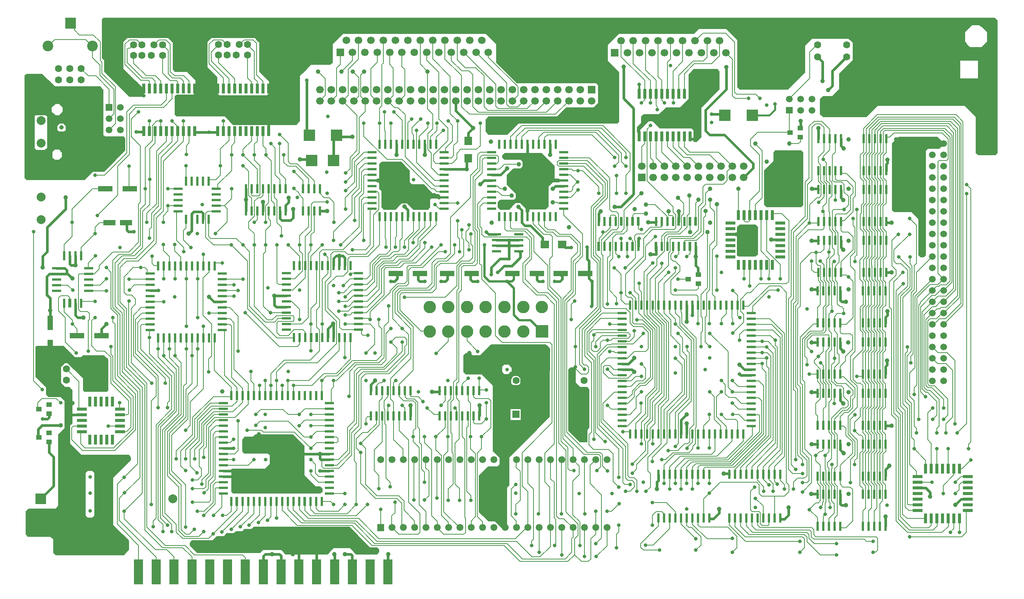
<source format=gbr>
%FSLAX34Y34*%
%MOMM*%
%LNCOPPER_TOP*%
G71*
G01*
%ADD10R,0.600X2.000*%
%ADD11R,2.000X0.600*%
%ADD12R,2.200X0.640*%
%ADD13R,0.640X2.200*%
%ADD14R,3.200X1.200*%
%ADD15R,1.200X3.200*%
%ADD16R,1.220X1.020*%
%ADD17R,2.700X1.200*%
%ADD18C,1.600*%
%ADD19C,1.700*%
%ADD20C,0.800*%
%ADD21C,1.000*%
%ADD22C,0.400*%
%ADD23R,6.500X6.500*%
%ADD24R,2.540X2.540*%
%ADD25C,0.200*%
%ADD26C,0.600*%
%ADD27R,1.900X1.800*%
%ADD28R,1.800X1.900*%
%ADD29C,1.550*%
%ADD30C,2.800*%
%ADD31C,0.550*%
%ADD32C,1.500*%
%ADD33R,2.000X5.700*%
%ADD34C,2.000*%
%ADD35C,1.600*%
%ADD36C,1.000*%
%ADD37C,2.400*%
%LPD*%
X1536700Y337344D02*
G54D10*
D03*
X1549400Y337344D02*
G54D10*
D03*
X1562100Y337344D02*
G54D10*
D03*
X1574800Y337344D02*
G54D10*
D03*
X1587500Y337344D02*
G54D10*
D03*
X1600200Y337344D02*
G54D10*
D03*
X1612900Y337344D02*
G54D10*
D03*
X1625600Y337344D02*
G54D10*
D03*
X1638300Y337344D02*
G54D10*
D03*
X1651000Y337344D02*
G54D10*
D03*
X1663700Y337344D02*
G54D10*
D03*
X1681700Y319344D02*
G54D11*
D03*
X1681700Y306644D02*
G54D11*
D03*
X1681700Y293944D02*
G54D11*
D03*
X1681700Y281244D02*
G54D11*
D03*
X1681700Y268544D02*
G54D11*
D03*
X1681700Y255844D02*
G54D11*
D03*
X1681700Y243144D02*
G54D11*
D03*
X1681700Y230444D02*
G54D11*
D03*
X1681700Y217744D02*
G54D11*
D03*
X1681700Y205044D02*
G54D11*
D03*
X1681700Y192344D02*
G54D11*
D03*
X1681700Y179644D02*
G54D11*
D03*
X1681700Y166944D02*
G54D11*
D03*
X1681700Y154244D02*
G54D11*
D03*
X1681700Y141544D02*
G54D11*
D03*
X1681700Y128844D02*
G54D11*
D03*
X1681700Y116144D02*
G54D11*
D03*
X1681700Y103444D02*
G54D11*
D03*
X1681700Y90744D02*
G54D11*
D03*
X1681700Y78044D02*
G54D11*
D03*
X1681700Y65344D02*
G54D11*
D03*
X1663700Y47344D02*
G54D10*
D03*
X1651000Y47344D02*
G54D10*
D03*
X1638300Y47344D02*
G54D10*
D03*
X1625600Y47344D02*
G54D10*
D03*
X1612900Y47344D02*
G54D10*
D03*
X1600200Y47344D02*
G54D10*
D03*
X1587500Y47344D02*
G54D10*
D03*
X1574800Y47344D02*
G54D10*
D03*
X1562100Y47344D02*
G54D10*
D03*
X1549400Y47344D02*
G54D10*
D03*
X1536700Y47344D02*
G54D10*
D03*
X1524000Y47344D02*
G54D10*
D03*
X1511300Y47344D02*
G54D10*
D03*
X1498600Y47344D02*
G54D10*
D03*
X1485900Y47344D02*
G54D10*
D03*
X1473200Y47344D02*
G54D10*
D03*
X1460500Y47344D02*
G54D10*
D03*
X1447800Y47344D02*
G54D10*
D03*
X1435100Y47344D02*
G54D10*
D03*
X1422400Y47344D02*
G54D10*
D03*
X1409700Y47344D02*
G54D10*
D03*
X1391700Y65344D02*
G54D11*
D03*
X1391700Y78044D02*
G54D11*
D03*
X1391700Y90744D02*
G54D11*
D03*
X1391700Y103444D02*
G54D11*
D03*
X1391700Y116144D02*
G54D11*
D03*
X1391700Y128844D02*
G54D11*
D03*
X1391700Y141544D02*
G54D11*
D03*
X1391700Y154244D02*
G54D11*
D03*
X1391700Y166944D02*
G54D11*
D03*
X1391700Y179644D02*
G54D11*
D03*
X1391700Y192344D02*
G54D11*
D03*
X1391700Y205044D02*
G54D11*
D03*
X1391700Y217744D02*
G54D11*
D03*
X1391700Y230444D02*
G54D11*
D03*
X1391700Y243144D02*
G54D11*
D03*
X1391700Y255844D02*
G54D11*
D03*
X1391700Y268544D02*
G54D11*
D03*
X1391700Y281244D02*
G54D11*
D03*
X1391700Y293944D02*
G54D11*
D03*
X1391700Y306644D02*
G54D11*
D03*
X1391700Y319344D02*
G54D11*
D03*
X1409700Y337344D02*
G54D10*
D03*
X1422400Y337344D02*
G54D10*
D03*
X1435100Y337344D02*
G54D10*
D03*
X1447800Y337344D02*
G54D10*
D03*
X1460500Y337344D02*
G54D10*
D03*
X1473200Y337344D02*
G54D10*
D03*
X1485900Y337344D02*
G54D10*
D03*
X1498600Y337344D02*
G54D10*
D03*
X1511300Y337344D02*
G54D10*
D03*
X1524000Y337344D02*
G54D10*
D03*
X1098512Y617500D02*
G54D11*
D03*
X1098512Y604800D02*
G54D11*
D03*
X1098512Y592100D02*
G54D11*
D03*
X1098512Y579400D02*
G54D11*
D03*
X1098512Y566700D02*
G54D11*
D03*
X1098512Y554000D02*
G54D11*
D03*
X1116012Y536500D02*
G54D10*
D03*
X1128712Y536500D02*
G54D10*
D03*
X1141412Y536500D02*
G54D10*
D03*
X1154112Y536500D02*
G54D10*
D03*
X1166812Y536500D02*
G54D10*
D03*
X1179512Y536500D02*
G54D10*
D03*
X1192212Y536500D02*
G54D10*
D03*
X1204912Y536500D02*
G54D10*
D03*
X1217612Y536500D02*
G54D10*
D03*
X1230312Y536500D02*
G54D10*
D03*
X1243012Y536500D02*
G54D10*
D03*
X1260512Y554000D02*
G54D11*
D03*
X1260512Y566700D02*
G54D11*
D03*
X1260512Y579400D02*
G54D11*
D03*
X1260512Y592100D02*
G54D11*
D03*
X1260512Y604800D02*
G54D11*
D03*
X1260513Y617500D02*
G54D11*
D03*
X1260513Y630200D02*
G54D11*
D03*
X1260513Y642900D02*
G54D11*
D03*
X1260513Y655600D02*
G54D11*
D03*
X1260513Y668300D02*
G54D11*
D03*
X1260512Y681000D02*
G54D11*
D03*
X1243013Y698500D02*
G54D10*
D03*
X1230312Y698500D02*
G54D10*
D03*
X1217612Y698500D02*
G54D10*
D03*
X1204912Y698500D02*
G54D10*
D03*
X1192212Y698500D02*
G54D10*
D03*
X1179512Y698500D02*
G54D10*
D03*
X1166812Y698500D02*
G54D10*
D03*
X1154112Y698500D02*
G54D10*
D03*
X1141412Y698500D02*
G54D10*
D03*
X1128712Y698500D02*
G54D10*
D03*
X1116012Y698500D02*
G54D10*
D03*
X1098512Y681000D02*
G54D11*
D03*
X1098512Y668300D02*
G54D11*
D03*
X1098512Y655600D02*
G54D11*
D03*
X1098512Y642900D02*
G54D11*
D03*
X1098512Y630200D02*
G54D11*
D03*
X911225Y698500D02*
G54D10*
D03*
X898525Y698500D02*
G54D10*
D03*
X885825Y698500D02*
G54D10*
D03*
X873125Y698500D02*
G54D10*
D03*
X860425Y698500D02*
G54D10*
D03*
X847725Y698500D02*
G54D10*
D03*
X830225Y681000D02*
G54D11*
D03*
X830225Y668300D02*
G54D11*
D03*
X830225Y655600D02*
G54D11*
D03*
X830225Y642900D02*
G54D11*
D03*
X830225Y630200D02*
G54D11*
D03*
X830225Y617500D02*
G54D11*
D03*
X830225Y604800D02*
G54D11*
D03*
X830225Y592100D02*
G54D11*
D03*
X830225Y579400D02*
G54D11*
D03*
X830225Y566700D02*
G54D11*
D03*
X830225Y554000D02*
G54D11*
D03*
X847725Y536500D02*
G54D10*
D03*
X860425Y536500D02*
G54D10*
D03*
X873125Y536500D02*
G54D10*
D03*
X885825Y536500D02*
G54D10*
D03*
X898525Y536500D02*
G54D10*
D03*
X911225Y536500D02*
G54D10*
D03*
X923925Y536500D02*
G54D10*
D03*
X936625Y536500D02*
G54D10*
D03*
X949325Y536500D02*
G54D10*
D03*
X962025Y536500D02*
G54D10*
D03*
X974725Y536500D02*
G54D10*
D03*
X992225Y554000D02*
G54D11*
D03*
X992225Y566700D02*
G54D11*
D03*
X992225Y579400D02*
G54D11*
D03*
X992225Y592100D02*
G54D11*
D03*
X992225Y604800D02*
G54D11*
D03*
X992225Y617500D02*
G54D11*
D03*
X992225Y630200D02*
G54D11*
D03*
X992225Y642900D02*
G54D11*
D03*
X992225Y655600D02*
G54D11*
D03*
X992225Y668300D02*
G54D11*
D03*
X992225Y681000D02*
G54D11*
D03*
X974725Y698500D02*
G54D10*
D03*
X962025Y698500D02*
G54D10*
D03*
X949325Y698500D02*
G54D10*
D03*
X936625Y698500D02*
G54D10*
D03*
X923925Y698500D02*
G54D10*
D03*
X800138Y345244D02*
G54D11*
D03*
X800138Y357944D02*
G54D11*
D03*
X800138Y370644D02*
G54D11*
D03*
X800138Y383344D02*
G54D11*
D03*
X800138Y396044D02*
G54D11*
D03*
X800138Y408744D02*
G54D11*
D03*
X782638Y426244D02*
G54D10*
D03*
X769938Y426244D02*
G54D10*
D03*
X757238Y426244D02*
G54D10*
D03*
X744538Y426244D02*
G54D10*
D03*
X731838Y426244D02*
G54D10*
D03*
X719138Y426244D02*
G54D10*
D03*
X706438Y426244D02*
G54D10*
D03*
X693738Y426244D02*
G54D10*
D03*
X681038Y426244D02*
G54D10*
D03*
X668338Y426244D02*
G54D10*
D03*
X655638Y426244D02*
G54D10*
D03*
X638138Y408744D02*
G54D11*
D03*
X638138Y396044D02*
G54D11*
D03*
X638138Y383344D02*
G54D11*
D03*
X638138Y370644D02*
G54D11*
D03*
X638138Y357944D02*
G54D11*
D03*
X638138Y345244D02*
G54D11*
D03*
X638138Y332544D02*
G54D11*
D03*
X638138Y319844D02*
G54D11*
D03*
X638138Y307144D02*
G54D11*
D03*
X638138Y294444D02*
G54D11*
D03*
X638138Y281744D02*
G54D11*
D03*
X655638Y264244D02*
G54D10*
D03*
X668338Y264244D02*
G54D10*
D03*
X681038Y264244D02*
G54D10*
D03*
G36*
X690737Y274244D02*
X696737Y274244D01*
X696738Y254244D01*
X690738Y254244D01*
X690737Y274244D01*
G37*
G36*
X703437Y274244D02*
X709437Y274244D01*
X709438Y254244D01*
X703438Y254244D01*
X703437Y274244D01*
G37*
X719138Y264244D02*
G54D10*
D03*
X731838Y264244D02*
G54D10*
D03*
X744538Y264244D02*
G54D10*
D03*
X757238Y264244D02*
G54D10*
D03*
X769938Y264244D02*
G54D10*
D03*
X782638Y264244D02*
G54D10*
D03*
X800138Y281744D02*
G54D11*
D03*
X800138Y294444D02*
G54D11*
D03*
X800138Y307144D02*
G54D11*
D03*
X800138Y319844D02*
G54D11*
D03*
X800138Y332544D02*
G54D11*
D03*
X494544Y344450D02*
G54D11*
D03*
X494544Y357150D02*
G54D11*
D03*
X494544Y369850D02*
G54D11*
D03*
X494544Y382550D02*
G54D11*
D03*
X494544Y395250D02*
G54D11*
D03*
X494544Y407950D02*
G54D11*
D03*
X477044Y425450D02*
G54D10*
D03*
X464344Y425450D02*
G54D10*
D03*
X451644Y425450D02*
G54D10*
D03*
X438944Y425450D02*
G54D10*
D03*
X426244Y425450D02*
G54D10*
D03*
X413544Y425450D02*
G54D10*
D03*
X400844Y425450D02*
G54D10*
D03*
X388144Y425450D02*
G54D10*
D03*
X375444Y425450D02*
G54D10*
D03*
X362744Y425450D02*
G54D10*
D03*
X350044Y425450D02*
G54D10*
D03*
X332544Y407950D02*
G54D11*
D03*
X332544Y395250D02*
G54D11*
D03*
X332544Y382550D02*
G54D11*
D03*
X332544Y369850D02*
G54D11*
D03*
X332544Y357150D02*
G54D11*
D03*
X332544Y344450D02*
G54D11*
D03*
X332544Y331750D02*
G54D11*
D03*
X332544Y319050D02*
G54D11*
D03*
X332544Y306350D02*
G54D11*
D03*
X332544Y293650D02*
G54D11*
D03*
X332544Y280950D02*
G54D11*
D03*
X350044Y263450D02*
G54D10*
D03*
X362744Y263450D02*
G54D10*
D03*
X375444Y263450D02*
G54D10*
D03*
X388144Y263450D02*
G54D10*
D03*
X400844Y263450D02*
G54D10*
D03*
X413544Y263450D02*
G54D10*
D03*
X426244Y263450D02*
G54D10*
D03*
X438944Y263450D02*
G54D10*
D03*
X451644Y263450D02*
G54D10*
D03*
X464344Y263450D02*
G54D10*
D03*
X477044Y263450D02*
G54D10*
D03*
X494544Y280950D02*
G54D11*
D03*
X494544Y293650D02*
G54D11*
D03*
X494544Y306350D02*
G54D11*
D03*
X494544Y319050D02*
G54D11*
D03*
X494544Y331750D02*
G54D11*
D03*
X395150Y572950D02*
G54D11*
D03*
X395150Y560250D02*
G54D11*
D03*
X395150Y547550D02*
G54D11*
D03*
X412750Y529950D02*
G54D10*
D03*
X425450Y529950D02*
G54D10*
D03*
X438150Y529950D02*
G54D10*
D03*
X450850Y529950D02*
G54D10*
D03*
X463550Y529950D02*
G54D10*
D03*
X481150Y547550D02*
G54D11*
D03*
X481150Y560250D02*
G54D11*
D03*
X481150Y572950D02*
G54D11*
D03*
X481150Y585650D02*
G54D11*
D03*
X481150Y598350D02*
G54D11*
D03*
X463550Y615950D02*
G54D10*
D03*
X450850Y615950D02*
G54D10*
D03*
X438150Y615950D02*
G54D10*
D03*
X425450Y615950D02*
G54D10*
D03*
X412750Y615950D02*
G54D10*
D03*
X395150Y598350D02*
G54D11*
D03*
X395150Y585650D02*
G54D11*
D03*
X615950Y-103856D02*
G54D10*
D03*
X628650Y-103856D02*
G54D10*
D03*
X641350Y-103856D02*
G54D10*
D03*
X654050Y-103856D02*
G54D10*
D03*
X666750Y-103856D02*
G54D10*
D03*
G36*
X676449Y-93856D02*
X682449Y-93856D01*
X682450Y-113856D01*
X676450Y-113856D01*
X676449Y-93856D01*
G37*
X692150Y-103856D02*
G54D10*
D03*
X704850Y-103856D02*
G54D10*
D03*
X717550Y-103856D02*
G54D10*
D03*
X734950Y-86456D02*
G54D11*
D03*
X734950Y-73756D02*
G54D11*
D03*
X734950Y-61056D02*
G54D11*
D03*
X734950Y-48356D02*
G54D11*
D03*
X734950Y-35656D02*
G54D11*
D03*
X734950Y-22956D02*
G54D11*
D03*
X734950Y-10256D02*
G54D11*
D03*
X734950Y2444D02*
G54D11*
D03*
X734950Y15144D02*
G54D11*
D03*
X734950Y27844D02*
G54D11*
D03*
X734950Y40544D02*
G54D11*
D03*
X734950Y53244D02*
G54D11*
D03*
X734950Y65944D02*
G54D11*
D03*
X734950Y78644D02*
G54D11*
D03*
X734950Y91344D02*
G54D11*
D03*
X734950Y104044D02*
G54D11*
D03*
X734950Y116744D02*
G54D11*
D03*
X717550Y134144D02*
G54D10*
D03*
X704850Y134144D02*
G54D10*
D03*
X692150Y134144D02*
G54D10*
D03*
X679450Y134144D02*
G54D10*
D03*
X666750Y134144D02*
G54D10*
D03*
X654050Y134144D02*
G54D10*
D03*
X641350Y134144D02*
G54D10*
D03*
X628650Y134144D02*
G54D10*
D03*
X615950Y134144D02*
G54D10*
D03*
G36*
X600250Y144144D02*
X606250Y144144D01*
X606250Y124144D01*
X600250Y124144D01*
X600250Y144144D01*
G37*
X590550Y134144D02*
G54D10*
D03*
X577850Y134144D02*
G54D10*
D03*
X565150Y134144D02*
G54D10*
D03*
X552450Y134144D02*
G54D10*
D03*
X539750Y134144D02*
G54D10*
D03*
X527050Y134144D02*
G54D10*
D03*
X514350Y134144D02*
G54D10*
D03*
X496950Y116744D02*
G54D11*
D03*
X496950Y104044D02*
G54D11*
D03*
X496950Y91344D02*
G54D11*
D03*
X496950Y78644D02*
G54D11*
D03*
X496950Y65944D02*
G54D11*
D03*
X496950Y53244D02*
G54D11*
D03*
X496950Y40544D02*
G54D11*
D03*
X496950Y27844D02*
G54D11*
D03*
X496950Y15144D02*
G54D11*
D03*
X496950Y2444D02*
G54D11*
D03*
X496950Y-10256D02*
G54D11*
D03*
X496950Y-22956D02*
G54D11*
D03*
X496950Y-35656D02*
G54D11*
D03*
X496950Y-48356D02*
G54D11*
D03*
X496950Y-61056D02*
G54D11*
D03*
X496950Y-73756D02*
G54D11*
D03*
X496950Y-86456D02*
G54D11*
D03*
X514350Y-103856D02*
G54D10*
D03*
G36*
X524050Y-93856D02*
X530050Y-93856D01*
X530051Y-113856D01*
X524051Y-113856D01*
X524050Y-93856D01*
G37*
X539750Y-103856D02*
G54D10*
D03*
X552450Y-103856D02*
G54D10*
D03*
X565150Y-103856D02*
G54D10*
D03*
X577850Y-103856D02*
G54D10*
D03*
X590550Y-103856D02*
G54D10*
D03*
X603250Y-103856D02*
G54D10*
D03*
X265250Y77650D02*
G54D12*
D03*
X265250Y90350D02*
G54D12*
D03*
X265250Y103050D02*
G54D12*
D03*
X247650Y120650D02*
G54D13*
D03*
X234950Y120650D02*
G54D13*
D03*
X222250Y120650D02*
G54D13*
D03*
X209550Y120650D02*
G54D13*
D03*
X196850Y120650D02*
G54D13*
D03*
X179250Y103050D02*
G54D12*
D03*
X179250Y90350D02*
G54D12*
D03*
X179250Y77650D02*
G54D12*
D03*
X179250Y64950D02*
G54D12*
D03*
X179250Y52250D02*
G54D12*
D03*
X196850Y34650D02*
G54D13*
D03*
X209550Y34650D02*
G54D13*
D03*
X222250Y34650D02*
G54D13*
D03*
X234950Y34650D02*
G54D13*
D03*
X247650Y34650D02*
G54D13*
D03*
X265250Y52250D02*
G54D12*
D03*
X265250Y64950D02*
G54D12*
D03*
X165100Y341675D02*
G54D10*
D03*
X177700Y341675D02*
G54D10*
D03*
X194700Y369275D02*
G54D11*
D03*
X194700Y381975D02*
G54D11*
D03*
X194700Y394675D02*
G54D11*
D03*
X194700Y407375D02*
G54D11*
D03*
X194700Y420075D02*
G54D11*
D03*
X177700Y447675D02*
G54D10*
D03*
X165100Y447675D02*
G54D10*
D03*
X152300Y447675D02*
G54D10*
D03*
X139700Y447675D02*
G54D10*
D03*
X122700Y420075D02*
G54D11*
D03*
X122700Y407375D02*
G54D11*
D03*
X122700Y394675D02*
G54D11*
D03*
X122700Y381975D02*
G54D11*
D03*
X122700Y369275D02*
G54D11*
D03*
X139700Y341675D02*
G54D10*
D03*
G36*
X149300Y351675D02*
X155300Y351675D01*
X155300Y331675D01*
X149300Y331675D01*
X149300Y351675D01*
G37*
X1690688Y539750D02*
G54D13*
D03*
X1677988Y539750D02*
G54D13*
D03*
X1665288Y539750D02*
G54D13*
D03*
X1652588Y539750D02*
G54D13*
D03*
X1634688Y521850D02*
G54D12*
D03*
X1634688Y509150D02*
G54D12*
D03*
X1634688Y496450D02*
G54D12*
D03*
X1634688Y483750D02*
G54D12*
D03*
X1634688Y471050D02*
G54D12*
D03*
X1634688Y458350D02*
G54D12*
D03*
X1634688Y445650D02*
G54D12*
D03*
X1652588Y427750D02*
G54D13*
D03*
X1665288Y427750D02*
G54D13*
D03*
X1677988Y427750D02*
G54D13*
D03*
X1690688Y427750D02*
G54D13*
D03*
X1703388Y427750D02*
G54D13*
D03*
X1716088Y427750D02*
G54D13*
D03*
X1728788Y427750D02*
G54D13*
D03*
X1746688Y445650D02*
G54D12*
D03*
X1746688Y458350D02*
G54D12*
D03*
X1746688Y471050D02*
G54D12*
D03*
X1746688Y483750D02*
G54D12*
D03*
X1746688Y496450D02*
G54D12*
D03*
X1746688Y509150D02*
G54D12*
D03*
X1746688Y521850D02*
G54D12*
D03*
X1728788Y539750D02*
G54D13*
D03*
X1716088Y539750D02*
G54D13*
D03*
X1703388Y539750D02*
G54D13*
D03*
X1159709Y458540D02*
G54D11*
D03*
X1159709Y471240D02*
G54D11*
D03*
X1159709Y483940D02*
G54D11*
D03*
X1159709Y496640D02*
G54D11*
D03*
X1109709Y496640D02*
G54D11*
D03*
X1109709Y483940D02*
G54D11*
D03*
X1109709Y471240D02*
G54D11*
D03*
X1109709Y458540D02*
G54D11*
D03*
X675481Y548488D02*
G54D10*
D03*
X688181Y548488D02*
G54D10*
D03*
X700881Y548488D02*
G54D10*
D03*
X713581Y548488D02*
G54D10*
D03*
X713581Y598488D02*
G54D10*
D03*
X700881Y598488D02*
G54D10*
D03*
X688181Y598488D02*
G54D10*
D03*
X675481Y598488D02*
G54D10*
D03*
X1587500Y-42862D02*
G54D10*
D03*
X1574800Y-42862D02*
G54D10*
D03*
X1562100Y-42862D02*
G54D10*
D03*
X1549400Y-42862D02*
G54D10*
D03*
X1536700Y-42862D02*
G54D10*
D03*
X1524000Y-42862D02*
G54D10*
D03*
X1511300Y-42862D02*
G54D10*
D03*
X1498600Y-42862D02*
G54D10*
D03*
X1485900Y-42862D02*
G54D10*
D03*
X1473200Y-42862D02*
G54D10*
D03*
X1473200Y-141212D02*
G54D10*
D03*
X1485900Y-141212D02*
G54D10*
D03*
X1498600Y-141212D02*
G54D10*
D03*
X1511300Y-141212D02*
G54D10*
D03*
X1524000Y-141212D02*
G54D10*
D03*
X1536700Y-141212D02*
G54D10*
D03*
X1549400Y-141212D02*
G54D10*
D03*
X1562100Y-141212D02*
G54D10*
D03*
X1574800Y-141212D02*
G54D10*
D03*
X1587500Y-141212D02*
G54D10*
D03*
X1830388Y-160106D02*
G54D10*
D03*
X1843088Y-160106D02*
G54D10*
D03*
X1855788Y-160106D02*
G54D10*
D03*
X1868488Y-160106D02*
G54D10*
D03*
X1881188Y-160106D02*
G54D10*
D03*
X1931988Y-160106D02*
G54D10*
D03*
X1944688Y-160106D02*
G54D10*
D03*
X1957388Y-160106D02*
G54D10*
D03*
X1970088Y-160106D02*
G54D10*
D03*
X1982788Y-160106D02*
G54D10*
D03*
X1982788Y-88106D02*
G54D10*
D03*
X1970088Y-88106D02*
G54D10*
D03*
X1957388Y-88106D02*
G54D10*
D03*
X1944688Y-88106D02*
G54D10*
D03*
X1931988Y-88106D02*
G54D10*
D03*
X1881188Y-88106D02*
G54D10*
D03*
X1868488Y-88106D02*
G54D10*
D03*
X1855788Y-88106D02*
G54D10*
D03*
X1843088Y-88106D02*
G54D10*
D03*
X1830388Y-88106D02*
G54D10*
D03*
X1830388Y-47394D02*
G54D10*
D03*
X1843088Y-47394D02*
G54D10*
D03*
X1855788Y-47394D02*
G54D10*
D03*
X1868488Y-47394D02*
G54D10*
D03*
X1881188Y-47394D02*
G54D10*
D03*
X1931988Y-47394D02*
G54D10*
D03*
X1944688Y-47394D02*
G54D10*
D03*
X1957388Y-47394D02*
G54D10*
D03*
X1970088Y-47394D02*
G54D10*
D03*
X1982788Y-47394D02*
G54D10*
D03*
X1982788Y24606D02*
G54D10*
D03*
X1970088Y24606D02*
G54D10*
D03*
X1957388Y24606D02*
G54D10*
D03*
X1944688Y24606D02*
G54D10*
D03*
X1931988Y24606D02*
G54D10*
D03*
X1881188Y24606D02*
G54D10*
D03*
X1868488Y24606D02*
G54D10*
D03*
X1855788Y24606D02*
G54D10*
D03*
X1843088Y24606D02*
G54D10*
D03*
X1830388Y24606D02*
G54D10*
D03*
X1830388Y66906D02*
G54D10*
D03*
X1843088Y66906D02*
G54D10*
D03*
X1855788Y66906D02*
G54D10*
D03*
X1868488Y66906D02*
G54D10*
D03*
X1881188Y66906D02*
G54D10*
D03*
X1931988Y66906D02*
G54D10*
D03*
X1944688Y66906D02*
G54D10*
D03*
X1957388Y66906D02*
G54D10*
D03*
X1970088Y66906D02*
G54D10*
D03*
X1982788Y66906D02*
G54D10*
D03*
X1982788Y138906D02*
G54D10*
D03*
X1970088Y138906D02*
G54D10*
D03*
X1957388Y138906D02*
G54D10*
D03*
X1944688Y138906D02*
G54D10*
D03*
X1931988Y138906D02*
G54D10*
D03*
X1881188Y138906D02*
G54D10*
D03*
X1868488Y138906D02*
G54D10*
D03*
X1855788Y138906D02*
G54D10*
D03*
X1843088Y138906D02*
G54D10*
D03*
X1830388Y138906D02*
G54D10*
D03*
X1830388Y182000D02*
G54D10*
D03*
X1843088Y182000D02*
G54D10*
D03*
X1855788Y182000D02*
G54D10*
D03*
X1868488Y182000D02*
G54D10*
D03*
X1881188Y182000D02*
G54D10*
D03*
X1931988Y182000D02*
G54D10*
D03*
X1944688Y182000D02*
G54D10*
D03*
X1957388Y182000D02*
G54D10*
D03*
X1970088Y182000D02*
G54D10*
D03*
X1982788Y182000D02*
G54D10*
D03*
X1982788Y254000D02*
G54D10*
D03*
X1970088Y254000D02*
G54D10*
D03*
X1957388Y254000D02*
G54D10*
D03*
X1944688Y254000D02*
G54D10*
D03*
X1931988Y254000D02*
G54D10*
D03*
X1881188Y254000D02*
G54D10*
D03*
X1868488Y254000D02*
G54D10*
D03*
X1855788Y254000D02*
G54D10*
D03*
X1843088Y254000D02*
G54D10*
D03*
X1830388Y254000D02*
G54D10*
D03*
X1830388Y297094D02*
G54D10*
D03*
X1843088Y297094D02*
G54D10*
D03*
X1855788Y297094D02*
G54D10*
D03*
X1868488Y297094D02*
G54D10*
D03*
X1881188Y297094D02*
G54D10*
D03*
X1931988Y297094D02*
G54D10*
D03*
X1944688Y297094D02*
G54D10*
D03*
X1957388Y297094D02*
G54D10*
D03*
X1970088Y297094D02*
G54D10*
D03*
X1982788Y297094D02*
G54D10*
D03*
X1982788Y369094D02*
G54D10*
D03*
X1970088Y369094D02*
G54D10*
D03*
X1957388Y369094D02*
G54D10*
D03*
X1944688Y369094D02*
G54D10*
D03*
X1931988Y369094D02*
G54D10*
D03*
X1881188Y369094D02*
G54D10*
D03*
X1868488Y369094D02*
G54D10*
D03*
X1855788Y369094D02*
G54D10*
D03*
X1843088Y369094D02*
G54D10*
D03*
X1830388Y369094D02*
G54D10*
D03*
X1831975Y410600D02*
G54D10*
D03*
X1844675Y410600D02*
G54D10*
D03*
X1857375Y410600D02*
G54D10*
D03*
X1870075Y410600D02*
G54D10*
D03*
X1882775Y410600D02*
G54D10*
D03*
X1933575Y410600D02*
G54D10*
D03*
X1946275Y410600D02*
G54D10*
D03*
X1958975Y410600D02*
G54D10*
D03*
X1971675Y410600D02*
G54D10*
D03*
X1984375Y410600D02*
G54D10*
D03*
X1984375Y482600D02*
G54D10*
D03*
X1971675Y482600D02*
G54D10*
D03*
X1958975Y482600D02*
G54D10*
D03*
X1946275Y482600D02*
G54D10*
D03*
X1933575Y482600D02*
G54D10*
D03*
X1882775Y482600D02*
G54D10*
D03*
X1870075Y482600D02*
G54D10*
D03*
X1857375Y482600D02*
G54D10*
D03*
X1844675Y482600D02*
G54D10*
D03*
X1831975Y482600D02*
G54D10*
D03*
X1831975Y524900D02*
G54D10*
D03*
X1844675Y524900D02*
G54D10*
D03*
X1857375Y524900D02*
G54D10*
D03*
X1870075Y524900D02*
G54D10*
D03*
X1882775Y524900D02*
G54D10*
D03*
X1933575Y524900D02*
G54D10*
D03*
X1946275Y524900D02*
G54D10*
D03*
X1958975Y524900D02*
G54D10*
D03*
X1971675Y524900D02*
G54D10*
D03*
X1984375Y524900D02*
G54D10*
D03*
X1984375Y596900D02*
G54D10*
D03*
X1971675Y596900D02*
G54D10*
D03*
X1958975Y596900D02*
G54D10*
D03*
X1946275Y596900D02*
G54D10*
D03*
X1933575Y596900D02*
G54D10*
D03*
X1882775Y596900D02*
G54D10*
D03*
X1870075Y596900D02*
G54D10*
D03*
X1857375Y596900D02*
G54D10*
D03*
X1844675Y596900D02*
G54D10*
D03*
X1831975Y596900D02*
G54D10*
D03*
X1831975Y639200D02*
G54D10*
D03*
X1844675Y639200D02*
G54D10*
D03*
X1857375Y639200D02*
G54D10*
D03*
X1870075Y639200D02*
G54D10*
D03*
X1882775Y639200D02*
G54D10*
D03*
X1933575Y639200D02*
G54D10*
D03*
X1946275Y639200D02*
G54D10*
D03*
X1958975Y639200D02*
G54D10*
D03*
X1971675Y639200D02*
G54D10*
D03*
X1984375Y639200D02*
G54D10*
D03*
X1984375Y711200D02*
G54D10*
D03*
X1971675Y711200D02*
G54D10*
D03*
X1958975Y711200D02*
G54D10*
D03*
X1946275Y711200D02*
G54D10*
D03*
X1933575Y711200D02*
G54D10*
D03*
X1882775Y711200D02*
G54D10*
D03*
X1870075Y711200D02*
G54D10*
D03*
X1857375Y711200D02*
G54D10*
D03*
X1844675Y711200D02*
G54D10*
D03*
X1831975Y711200D02*
G54D10*
D03*
X1200150Y407988D02*
G54D14*
D03*
X1145381Y407988D02*
G54D14*
D03*
X1308894Y407988D02*
G54D14*
D03*
X1254125Y407988D02*
G54D14*
D03*
G36*
X1464644Y479112D02*
X1470644Y479113D01*
X1470644Y459113D01*
X1464644Y459112D01*
X1464644Y479112D01*
G37*
X1480344Y469112D02*
G54D10*
D03*
X1493044Y469112D02*
G54D10*
D03*
X1505744Y469112D02*
G54D10*
D03*
X1518444Y469112D02*
G54D10*
D03*
X1531144Y469112D02*
G54D10*
D03*
G36*
X1540844Y479112D02*
X1546844Y479112D01*
X1546844Y459112D01*
X1540844Y459112D01*
X1540844Y479112D01*
G37*
X1556544Y469112D02*
G54D10*
D03*
G36*
X1553544Y535462D02*
X1559544Y535463D01*
X1559544Y515463D01*
X1553544Y515462D01*
X1553544Y535462D01*
G37*
G36*
X1540844Y535462D02*
X1546844Y535462D01*
X1546844Y515462D01*
X1540844Y515462D01*
X1540844Y535462D01*
G37*
X1531144Y525462D02*
G54D10*
D03*
G36*
X1515444Y535462D02*
X1521444Y535462D01*
X1521444Y515462D01*
X1515444Y515462D01*
X1515444Y535462D01*
G37*
X1505744Y525462D02*
G54D10*
D03*
X1493044Y525462D02*
G54D10*
D03*
X1480344Y525462D02*
G54D10*
D03*
X1467644Y525462D02*
G54D10*
D03*
X938212Y407988D02*
G54D14*
D03*
X883444Y407988D02*
G54D14*
D03*
X1054100Y407988D02*
G54D14*
D03*
X999331Y407988D02*
G54D14*
D03*
X636588Y598488D02*
G54D10*
D03*
X623888Y598488D02*
G54D10*
D03*
X611188Y598488D02*
G54D10*
D03*
X598488Y598488D02*
G54D10*
D03*
X585788Y598488D02*
G54D10*
D03*
X573088Y598488D02*
G54D10*
D03*
X560388Y598488D02*
G54D10*
D03*
X547688Y598488D02*
G54D10*
D03*
X547688Y548488D02*
G54D10*
D03*
X560388Y548488D02*
G54D10*
D03*
X573088Y548488D02*
G54D10*
D03*
X585788Y548488D02*
G54D10*
D03*
X598488Y548488D02*
G54D10*
D03*
X611188Y548488D02*
G54D10*
D03*
X623888Y548488D02*
G54D10*
D03*
X636588Y548488D02*
G54D10*
D03*
X286544Y598488D02*
G54D14*
D03*
X231775Y598488D02*
G54D14*
D03*
X223044Y268288D02*
G54D14*
D03*
X168275Y268288D02*
G54D14*
D03*
X108179Y242778D02*
G54D15*
D03*
X108179Y297547D02*
G54D15*
D03*
X82550Y103188D02*
G54D16*
D03*
X105450Y92988D02*
G54D16*
D03*
X105450Y113388D02*
G54D16*
D03*
X82550Y39688D02*
G54D16*
D03*
X105450Y29488D02*
G54D16*
D03*
X105450Y49888D02*
G54D16*
D03*
X1768475Y724694D02*
G54D16*
D03*
X1791375Y714494D02*
G54D16*
D03*
X1791375Y734894D02*
G54D16*
D03*
X2055019Y-86519D02*
G54D12*
D03*
X2055019Y-99219D02*
G54D12*
D03*
X2055019Y-111919D02*
G54D12*
D03*
X2055019Y-124619D02*
G54D12*
D03*
X2072919Y-142519D02*
G54D13*
D03*
X2085619Y-142519D02*
G54D13*
D03*
X2098319Y-142519D02*
G54D13*
D03*
X2111019Y-142519D02*
G54D13*
D03*
X2123719Y-142519D02*
G54D13*
D03*
X2136419Y-142519D02*
G54D13*
D03*
X2149119Y-142519D02*
G54D13*
D03*
X2167019Y-124619D02*
G54D12*
D03*
X2167019Y-111919D02*
G54D12*
D03*
X2167019Y-99219D02*
G54D12*
D03*
X2167019Y-86519D02*
G54D12*
D03*
X2167019Y-73819D02*
G54D12*
D03*
X2167019Y-61119D02*
G54D12*
D03*
X2167019Y-48419D02*
G54D12*
D03*
X2149119Y-30519D02*
G54D13*
D03*
X2136419Y-30519D02*
G54D13*
D03*
X2123719Y-30519D02*
G54D13*
D03*
X2111019Y-30519D02*
G54D13*
D03*
X2098319Y-30519D02*
G54D13*
D03*
X2085619Y-30519D02*
G54D13*
D03*
X2072919Y-30519D02*
G54D13*
D03*
X2055019Y-48419D02*
G54D12*
D03*
X2055019Y-61119D02*
G54D12*
D03*
X2055019Y-73819D02*
G54D12*
D03*
X241300Y522288D02*
G54D17*
D03*
X278606Y522288D02*
G54D17*
D03*
G36*
X1145716Y99678D02*
X1161716Y99678D01*
X1161716Y83678D01*
X1145716Y83678D01*
X1145716Y99678D01*
G37*
X1306116Y91678D02*
G54D18*
D03*
X1306116Y167878D02*
G54D18*
D03*
X1153716Y167878D02*
G54D18*
D03*
X484188Y727912D02*
G54D13*
D03*
X496888Y727912D02*
G54D13*
D03*
X509588Y727912D02*
G54D13*
D03*
X522288Y727912D02*
G54D13*
D03*
X534988Y727912D02*
G54D13*
D03*
X547688Y727912D02*
G54D13*
D03*
X560388Y727912D02*
G54D13*
D03*
X573088Y727912D02*
G54D13*
D03*
X585788Y727912D02*
G54D13*
D03*
X598488Y727912D02*
G54D13*
D03*
X598488Y823912D02*
G54D13*
D03*
X585788Y823912D02*
G54D13*
D03*
X573088Y823912D02*
G54D13*
D03*
X560388Y823912D02*
G54D13*
D03*
X547688Y823912D02*
G54D13*
D03*
X534988Y823912D02*
G54D13*
D03*
X522288Y823912D02*
G54D13*
D03*
X509588Y823912D02*
G54D13*
D03*
X496888Y823912D02*
G54D13*
D03*
X484188Y823912D02*
G54D13*
D03*
X318294Y727912D02*
G54D13*
D03*
X330994Y727912D02*
G54D13*
D03*
X343694Y727912D02*
G54D13*
D03*
X356394Y727912D02*
G54D13*
D03*
X369094Y727912D02*
G54D13*
D03*
X381794Y727912D02*
G54D13*
D03*
X394494Y727912D02*
G54D13*
D03*
X407194Y727912D02*
G54D13*
D03*
X419894Y727912D02*
G54D13*
D03*
X432594Y727912D02*
G54D13*
D03*
X432594Y823912D02*
G54D13*
D03*
X419894Y823912D02*
G54D13*
D03*
X407194Y823912D02*
G54D13*
D03*
X394494Y823912D02*
G54D13*
D03*
X381794Y823912D02*
G54D13*
D03*
X369094Y823912D02*
G54D13*
D03*
X356394Y823912D02*
G54D13*
D03*
X343694Y823912D02*
G54D13*
D03*
X330994Y823912D02*
G54D13*
D03*
X318294Y823912D02*
G54D13*
D03*
X1429544Y716006D02*
G54D13*
D03*
X1442244Y716006D02*
G54D13*
D03*
X1454944Y716006D02*
G54D13*
D03*
X1467644Y716006D02*
G54D13*
D03*
X1480344Y716006D02*
G54D13*
D03*
X1493044Y716006D02*
G54D13*
D03*
X1505744Y716006D02*
G54D13*
D03*
X1518444Y716006D02*
G54D13*
D03*
X1531144Y716006D02*
G54D13*
D03*
X1543844Y716006D02*
G54D13*
D03*
X1543844Y812006D02*
G54D13*
D03*
X1531144Y812006D02*
G54D13*
D03*
X1518444Y812006D02*
G54D13*
D03*
X1505744Y812006D02*
G54D13*
D03*
X1493044Y812006D02*
G54D13*
D03*
X1480344Y812006D02*
G54D13*
D03*
X1467644Y812006D02*
G54D13*
D03*
X1454944Y812006D02*
G54D13*
D03*
X1442244Y812006D02*
G54D13*
D03*
X1429544Y812006D02*
G54D13*
D03*
G36*
X1427394Y632784D02*
X1444394Y632784D01*
X1444394Y615784D01*
X1427394Y615784D01*
X1427394Y632784D01*
G37*
X1435894Y649684D02*
G54D19*
D03*
X1461294Y624284D02*
G54D19*
D03*
X1461294Y649684D02*
G54D19*
D03*
X1486694Y624284D02*
G54D19*
D03*
X1486694Y649684D02*
G54D19*
D03*
X1512094Y624284D02*
G54D19*
D03*
X1512094Y649684D02*
G54D19*
D03*
X1537494Y624284D02*
G54D19*
D03*
X1537494Y649684D02*
G54D19*
D03*
X1562894Y624284D02*
G54D19*
D03*
X1562894Y649684D02*
G54D19*
D03*
X1588294Y624284D02*
G54D19*
D03*
X1588294Y649684D02*
G54D19*
D03*
X1613694Y624284D02*
G54D19*
D03*
X1613694Y649684D02*
G54D19*
D03*
X1639094Y624284D02*
G54D19*
D03*
X1639094Y649684D02*
G54D19*
D03*
X1664494Y624284D02*
G54D19*
D03*
X1664494Y649684D02*
G54D19*
D03*
X1455738Y740569D02*
G54D20*
D03*
X1470819Y776288D02*
G54D20*
D03*
X1486694Y791369D02*
G54D20*
D03*
X1507331Y791369D02*
G54D20*
D03*
X1455738Y791369D02*
G54D20*
D03*
X1435100Y791369D02*
G54D20*
D03*
X1435894Y740569D02*
G54D21*
D03*
X1558131Y710406D02*
G54D21*
D03*
X1429544Y833438D02*
G54D20*
D03*
G54D22*
X1429544Y833438D02*
X1429544Y812006D01*
X1403275Y904291D02*
G54D19*
D03*
X1430975Y904291D02*
G54D19*
D03*
X1458675Y904291D02*
G54D19*
D03*
X1486375Y904291D02*
G54D19*
D03*
X1514075Y904291D02*
G54D19*
D03*
X1541775Y904291D02*
G54D19*
D03*
X1569475Y904291D02*
G54D19*
D03*
X1597175Y904291D02*
G54D19*
D03*
X1624875Y904291D02*
G54D19*
D03*
G36*
X1383525Y895791D02*
X1366525Y895791D01*
X1366525Y912791D01*
X1383525Y912791D01*
X1383525Y895791D01*
G37*
X1388988Y931116D02*
G54D19*
D03*
X1416688Y931116D02*
G54D19*
D03*
X1444388Y931116D02*
G54D19*
D03*
X1472088Y931116D02*
G54D19*
D03*
X1499788Y931116D02*
G54D19*
D03*
X1527488Y931116D02*
G54D19*
D03*
X1555188Y931116D02*
G54D19*
D03*
X1582888Y931116D02*
G54D19*
D03*
X1610588Y931116D02*
G54D19*
D03*
X1304044Y918172D02*
G54D23*
D03*
X1692981Y918172D02*
G54D23*
D03*
X1500188Y875506D02*
G54D20*
D03*
X1625600Y872331D02*
G54D21*
D03*
X1395412Y873125D02*
G54D21*
D03*
X1592262Y765969D02*
G54D20*
D03*
X1592262Y747712D02*
G54D20*
D03*
X1675606Y801688D02*
G54D20*
D03*
X1701006Y801688D02*
G54D20*
D03*
X1735138Y788988D02*
G54D20*
D03*
X1716087Y786606D02*
G54D20*
D03*
X1622425Y763588D02*
G54D24*
D03*
X1683544Y763588D02*
G54D24*
D03*
G54D22*
X1683544Y763588D02*
X1722438Y763588D01*
X1735138Y776288D01*
X1735138Y788988D01*
G54D25*
X1610675Y930519D02*
X1610675Y897888D01*
X1592262Y879475D01*
X1553369Y879475D01*
X1531144Y857250D01*
X1531144Y812006D01*
G54D25*
X1518444Y812006D02*
X1518444Y853281D01*
X1550988Y885825D01*
X1574006Y885825D01*
X1582738Y894556D01*
X1582738Y930281D01*
X1582975Y930519D01*
G54D25*
X1527575Y930519D02*
X1527575Y884638D01*
X1505744Y862806D01*
X1505744Y812006D01*
G54D25*
X1499875Y930519D02*
X1499875Y890275D01*
X1493044Y883444D01*
X1493044Y812006D01*
G54D25*
X1472175Y930519D02*
X1472175Y850338D01*
X1480344Y842169D01*
X1480344Y812006D01*
G54D25*
X1444475Y930519D02*
X1444475Y865338D01*
X1467644Y842169D01*
X1467644Y812006D01*
G54D25*
X1416775Y930519D02*
X1416775Y879544D01*
X1454944Y841375D01*
X1454944Y812006D01*
G54D25*
X1389075Y930519D02*
X1389075Y895338D01*
X1442244Y842169D01*
X1442244Y812006D01*
G54D25*
X1442244Y812006D02*
X1442244Y798512D01*
X1435100Y791369D01*
G54D25*
X1455738Y791369D02*
X1455738Y811212D01*
X1454944Y812006D01*
G54D25*
X1467644Y812006D02*
X1467644Y786606D01*
X1470819Y783431D01*
X1470819Y776288D01*
G54D25*
X1480344Y812006D02*
X1480344Y797719D01*
X1486694Y791369D01*
G54D25*
X1505744Y812006D02*
X1505744Y799306D01*
X1507331Y797719D01*
X1507331Y791369D01*
G54D25*
X1442244Y716006D02*
X1442244Y700088D01*
X1435894Y693738D01*
X1435894Y649288D01*
G54D25*
X1454944Y716006D02*
X1454944Y668338D01*
X1461294Y661988D01*
X1461294Y649288D01*
G54D25*
X1467644Y716006D02*
X1467644Y668338D01*
X1486694Y649288D01*
G54D25*
X1480344Y716006D02*
X1480344Y681038D01*
X1512094Y649288D01*
G54D25*
X1493044Y716006D02*
X1493044Y693738D01*
X1537494Y649288D01*
G54D25*
X1505744Y716006D02*
X1505744Y692944D01*
X1529556Y669131D01*
X1543050Y669131D01*
X1562894Y649288D01*
G54D25*
X1518444Y716006D02*
X1518444Y693738D01*
X1537494Y674688D01*
X1588294Y674688D01*
X1613694Y649288D01*
G54D25*
X1531144Y716006D02*
X1531144Y692944D01*
X1543050Y681038D01*
X1607344Y681038D01*
X1639094Y649288D01*
G54D26*
X1625600Y872331D02*
X1625600Y822325D01*
X1578769Y775494D01*
X1578769Y729456D01*
X1588294Y719931D01*
X1621631Y719931D01*
X1685925Y655638D01*
X1685925Y645319D01*
X1664494Y623888D01*
X1374775Y669131D02*
G54D20*
D03*
X1374775Y649288D02*
G54D20*
D03*
X1400175Y669131D02*
G54D20*
D03*
X1400175Y649288D02*
G54D20*
D03*
X1379538Y628650D02*
G54D20*
D03*
X1379538Y588169D02*
G54D20*
D03*
X1400175Y588169D02*
G54D20*
D03*
X1374775Y558006D02*
G54D21*
D03*
X1339056Y588169D02*
G54D20*
D03*
X1293019Y638969D02*
G54D20*
D03*
X1292225Y613569D02*
G54D20*
D03*
X1293019Y596106D02*
G54D20*
D03*
G54D26*
X1395412Y873125D02*
X1395412Y801688D01*
X1417638Y779462D01*
X1417638Y586581D01*
X1389062Y558006D01*
X1374775Y558006D01*
G54D25*
X1217612Y698500D02*
X1217612Y713581D01*
X1223962Y719931D01*
X1323975Y719931D01*
X1374775Y669131D01*
G54D25*
X1204912Y698500D02*
X1204912Y714375D01*
X1216025Y725488D01*
X1332706Y725488D01*
X1384300Y673894D01*
X1384300Y658812D01*
X1374775Y649288D01*
G54D25*
X1166812Y698500D02*
X1166812Y715169D01*
X1181894Y730250D01*
X1338262Y730250D01*
X1389856Y678656D01*
X1389856Y659606D01*
X1400175Y649288D01*
G54D25*
X1154112Y698500D02*
X1154112Y715169D01*
X1173956Y735012D01*
X1345406Y735012D01*
X1400175Y680244D01*
X1400175Y669131D01*
G54D25*
X1141412Y698500D02*
X1141412Y715169D01*
X1166812Y740569D01*
X1348581Y740569D01*
X1409700Y679450D01*
X1409700Y638969D01*
X1400175Y629444D01*
X1400175Y588169D01*
G54D25*
X1379538Y628650D02*
X1379538Y588169D01*
G54D25*
X1260513Y642900D02*
X1277975Y642900D01*
X1281906Y638969D01*
X1293019Y638969D01*
X1303338Y638969D01*
X1339056Y603250D01*
X1339056Y588169D01*
G54D25*
X1260512Y579400D02*
X1276312Y579400D01*
X1293019Y596106D01*
G54D25*
X1260513Y630200D02*
X1275594Y630200D01*
X1292225Y613569D01*
X1291431Y613569D01*
X1281112Y603250D01*
X1281112Y596900D01*
X1276350Y592138D01*
X1260550Y592138D01*
X1260512Y592100D01*
X1435100Y588169D02*
G54D21*
D03*
X1445419Y563562D02*
G54D21*
D03*
X1445419Y542925D02*
G54D21*
D03*
X1516856Y578644D02*
G54D21*
D03*
X1496219Y547688D02*
G54D21*
D03*
X1542256Y583406D02*
G54D21*
D03*
X1562894Y573881D02*
G54D21*
D03*
X1589088Y598488D02*
G54D21*
D03*
X1589088Y573881D02*
G54D21*
D03*
X1578769Y548481D02*
G54D21*
D03*
X1604169Y564356D02*
G54D21*
D03*
X1518444Y547688D02*
G54D21*
D03*
X1450181Y523081D02*
G54D21*
D03*
X1543844Y501650D02*
G54D21*
D03*
X1420019Y553244D02*
G54D21*
D03*
X1343819Y547687D02*
G54D21*
D03*
X1272381Y512762D02*
G54D21*
D03*
X1235869Y568325D02*
G54D21*
D03*
X1235869Y598488D02*
G54D21*
D03*
X1230312Y674688D02*
G54D21*
D03*
X1159669Y654050D02*
G54D21*
D03*
X1133475Y644525D02*
G54D21*
D03*
X1128712Y598488D02*
G54D21*
D03*
X1143794Y583406D02*
G54D21*
D03*
X1158875Y558006D02*
G54D21*
D03*
X1096963Y704850D02*
G54D21*
D03*
X1073150Y608806D02*
G54D21*
D03*
X1098550Y522287D02*
G54D21*
D03*
G36*
X1128712Y678656D02*
X1210469Y678656D01*
X1239838Y649288D01*
X1239838Y620712D01*
X1250156Y620712D01*
X1250156Y614362D01*
X1235869Y614362D01*
X1225550Y604044D01*
X1225550Y558800D01*
X1219994Y553244D01*
X1182688Y553244D01*
X1182688Y546894D01*
X1176338Y546894D01*
X1176338Y554831D01*
X1163638Y567531D01*
X1152525Y567531D01*
X1137444Y552450D01*
X1118394Y552450D01*
X1113631Y557212D01*
X1113631Y568325D01*
X1118394Y573088D01*
X1149350Y573088D01*
X1154112Y577850D01*
X1154112Y587375D01*
X1133475Y608012D01*
X1133475Y629444D01*
X1147762Y643731D01*
X1164431Y643731D01*
X1169194Y648494D01*
X1169194Y659606D01*
X1164431Y664369D01*
X1127919Y664369D01*
X1123156Y669131D01*
X1123156Y673100D01*
X1128712Y678656D01*
G37*
G54D25*
X1128712Y678656D02*
X1210469Y678656D01*
X1239838Y649288D01*
X1239838Y620712D01*
X1250156Y620712D01*
X1250156Y614362D01*
X1235869Y614362D01*
X1225550Y604044D01*
X1225550Y558800D01*
X1219994Y553244D01*
X1182688Y553244D01*
X1182688Y546894D01*
X1176338Y546894D01*
X1176338Y554831D01*
X1163638Y567531D01*
X1152525Y567531D01*
X1137444Y552450D01*
X1118394Y552450D01*
X1113631Y557212D01*
X1113631Y568325D01*
X1118394Y573088D01*
X1149350Y573088D01*
X1154112Y577850D01*
X1154112Y587375D01*
X1133475Y608012D01*
X1133475Y629444D01*
X1147762Y643731D01*
X1164431Y643731D01*
X1169194Y648494D01*
X1169194Y659606D01*
X1164431Y664369D01*
X1127919Y664369D01*
X1123156Y669131D01*
X1123156Y673100D01*
X1128712Y678656D01*
X1179512Y674688D02*
G54D21*
D03*
X1225550Y650081D02*
G54D21*
D03*
X1179512Y558800D02*
G54D21*
D03*
G54D26*
X1179512Y698500D02*
X1179512Y674688D01*
G54D26*
X1230312Y698500D02*
X1230312Y674688D01*
G54D26*
X1260512Y604800D02*
X1242181Y604800D01*
X1235869Y598488D01*
G54D26*
X1166812Y536500D02*
X1166812Y550069D01*
X1158875Y558006D01*
G54D26*
X1098512Y630200D02*
X1119150Y630200D01*
X1133475Y644525D01*
G54D26*
X1098512Y617500D02*
X1081844Y617500D01*
X1073150Y608806D01*
G54D25*
X1098512Y604800D02*
X1112081Y604800D01*
X1118394Y598488D01*
X1128712Y598488D01*
G54D25*
X1098512Y592100D02*
X1113669Y592100D01*
X1122362Y583406D01*
X1143794Y583406D01*
G54D25*
X1098512Y642900D02*
X1116769Y642900D01*
X1127919Y654050D01*
X1159669Y654050D01*
X1652587Y598488D02*
G54D21*
D03*
X1726406Y484188D02*
G54D21*
D03*
X1716087Y659606D02*
G54D21*
D03*
X1690688Y700088D02*
G54D21*
D03*
X1766888Y700088D02*
G54D21*
D03*
X1786731Y660400D02*
G54D21*
D03*
X1786731Y624681D02*
G54D21*
D03*
X1589088Y522287D02*
G54D21*
D03*
X1583531Y501650D02*
G54D21*
D03*
X1536700Y446088D02*
G54D20*
D03*
X1512094Y446088D02*
G54D20*
D03*
X1556544Y446087D02*
G54D21*
D03*
X1511300Y420688D02*
G54D20*
D03*
X1496219Y411162D02*
G54D20*
D03*
X1480344Y431006D02*
G54D20*
D03*
X1454944Y451644D02*
G54D21*
D03*
G36*
X1336056Y479112D02*
X1342056Y479113D01*
X1342057Y459113D01*
X1336057Y459112D01*
X1336056Y479112D01*
G37*
X1351756Y469112D02*
G54D10*
D03*
X1364456Y469112D02*
G54D10*
D03*
X1377156Y469112D02*
G54D10*
D03*
X1389856Y469112D02*
G54D10*
D03*
X1402556Y469112D02*
G54D10*
D03*
G36*
X1412256Y479112D02*
X1418256Y479112D01*
X1418257Y459112D01*
X1412257Y459112D01*
X1412256Y479112D01*
G37*
X1427956Y469112D02*
G54D10*
D03*
G36*
X1424956Y535462D02*
X1430956Y535463D01*
X1430957Y515463D01*
X1424957Y515462D01*
X1424956Y535462D01*
G37*
G36*
X1412256Y535462D02*
X1418256Y535462D01*
X1418257Y515462D01*
X1412257Y515462D01*
X1412256Y535462D01*
G37*
X1402556Y525462D02*
G54D10*
D03*
G36*
X1386856Y535462D02*
X1392856Y535462D01*
X1392857Y515462D01*
X1386857Y515462D01*
X1386856Y535462D01*
G37*
X1377156Y525462D02*
G54D10*
D03*
X1364456Y525462D02*
G54D10*
D03*
X1351756Y525462D02*
G54D10*
D03*
X1339056Y525462D02*
G54D10*
D03*
X1466056Y491331D02*
G54D20*
D03*
X1435100Y507206D02*
G54D20*
D03*
X1429544Y487363D02*
G54D20*
D03*
X1409700Y487362D02*
G54D20*
D03*
X1389062Y487362D02*
G54D20*
D03*
X1348581Y501650D02*
G54D20*
D03*
X1403350Y446088D02*
G54D20*
D03*
X1384300Y446088D02*
G54D20*
D03*
X1373981Y420688D02*
G54D20*
D03*
X1460500Y431800D02*
G54D20*
D03*
X1654969Y492919D02*
G54D20*
D03*
X1746250Y396081D02*
G54D20*
D03*
X1720850Y396081D02*
G54D20*
D03*
X1703388Y396081D02*
G54D20*
D03*
X1665288Y396081D02*
G54D20*
D03*
X1677988Y380206D02*
G54D20*
D03*
X1614487Y411162D02*
G54D20*
D03*
X1604169Y370681D02*
G54D20*
D03*
X1516856Y395288D02*
G54D20*
D03*
X1511300Y370681D02*
G54D20*
D03*
X1409700Y365125D02*
G54D20*
D03*
X1389062Y365125D02*
G54D20*
D03*
X1429544Y386556D02*
G54D20*
D03*
X1379538Y340519D02*
G54D20*
D03*
X1358900Y339725D02*
G54D20*
D03*
X1323181Y334962D02*
G54D20*
D03*
X1323975Y390525D02*
G54D20*
D03*
X1312862Y467519D02*
G54D20*
D03*
X1240631Y390525D02*
G54D20*
D03*
X1214437Y390525D02*
G54D20*
D03*
X1133475Y390525D02*
G54D20*
D03*
X1112838Y411162D02*
G54D20*
D03*
X1138238Y441325D02*
G54D20*
D03*
X1097756Y405606D02*
G54D20*
D03*
X1067594Y390525D02*
G54D20*
D03*
X985837Y390525D02*
G54D20*
D03*
X1087438Y501650D02*
G54D20*
D03*
X1218406Y473075D02*
G54D27*
D03*
X1257406Y473075D02*
G54D27*
D03*
X1277144Y466725D02*
G54D20*
D03*
X1082675Y472281D02*
G54D20*
D03*
X1604169Y446881D02*
G54D20*
D03*
G36*
X1655762Y517525D02*
X1650206Y511969D01*
X1650206Y500062D01*
X1645444Y500062D01*
X1645444Y492919D01*
X1650206Y492919D01*
X1650206Y450056D01*
X1653381Y446881D01*
X1690688Y446881D01*
X1695450Y451644D01*
X1695450Y512762D01*
X1690688Y517525D01*
X1655762Y517525D01*
G37*
G54D25*
X1655762Y517525D02*
X1650206Y511969D01*
X1650206Y500062D01*
X1645444Y500062D01*
X1645444Y492919D01*
X1650206Y492919D01*
X1650206Y450056D01*
X1653381Y446881D01*
X1690688Y446881D01*
X1695450Y451644D01*
X1695450Y512762D01*
X1690688Y517525D01*
X1655762Y517525D01*
G54D25*
X1703388Y539750D02*
X1703388Y458788D01*
X1722438Y439738D01*
X1722438Y407988D01*
X1720850Y406400D01*
X1720850Y396081D01*
G54D25*
X1716088Y539750D02*
X1716088Y458788D01*
X1746250Y428625D01*
X1746250Y396081D01*
G54D25*
X1665288Y427750D02*
X1665288Y396081D01*
G54D25*
X1677988Y427750D02*
X1677988Y380206D01*
G54D25*
X1604169Y370681D02*
X1604169Y446881D01*
G54D26*
X1726406Y484188D02*
X1746250Y484188D01*
X1746688Y483750D01*
G54D25*
X1652588Y598488D02*
X1652588Y539750D01*
G54D25*
X1665288Y539750D02*
X1665288Y527050D01*
X1668462Y523875D01*
X1674812Y523875D01*
X1677988Y527050D01*
X1677988Y539750D01*
G54D25*
X1677988Y539750D02*
X1677988Y571500D01*
X1700212Y593725D01*
X1700212Y674688D01*
X1679575Y695325D01*
X1679575Y709612D01*
X1695450Y725488D01*
X1767681Y725488D01*
X1768475Y724694D01*
G54D25*
X1766888Y700088D02*
X1787525Y700088D01*
X1792288Y704850D01*
X1792288Y713581D01*
X1791375Y714494D01*
X1591469Y829469D02*
G54D21*
D03*
G36*
X1522412Y781050D02*
X1541462Y800100D01*
X1541462Y855662D01*
X1552575Y866775D01*
X1604962Y866775D01*
X1609725Y862012D01*
X1609725Y822325D01*
X1568450Y781050D01*
X1568450Y714375D01*
X1558925Y704850D01*
X1552575Y704850D01*
X1552575Y730250D01*
X1547812Y735012D01*
X1476375Y735012D01*
X1460500Y750888D01*
X1450975Y750888D01*
X1431925Y731838D01*
X1431925Y725488D01*
X1425575Y725488D01*
X1425575Y736600D01*
X1435100Y746125D01*
X1435100Y760412D01*
X1439862Y765175D01*
X1474788Y765175D01*
X1490662Y781050D01*
X1522412Y781050D01*
G37*
G54D25*
X1522412Y781050D02*
X1541462Y800100D01*
X1541462Y855662D01*
X1552575Y866775D01*
X1604962Y866775D01*
X1609725Y862012D01*
X1609725Y822325D01*
X1568450Y781050D01*
X1568450Y714375D01*
X1558925Y704850D01*
X1552575Y704850D01*
X1552575Y730250D01*
X1547812Y735012D01*
X1476375Y735012D01*
X1460500Y750888D01*
X1450975Y750888D01*
X1431925Y731838D01*
X1431925Y725488D01*
X1425575Y725488D01*
X1425575Y736600D01*
X1435100Y746125D01*
X1435100Y760412D01*
X1439862Y765175D01*
X1474788Y765175D01*
X1490662Y781050D01*
X1522412Y781050D01*
G54D26*
X1558131Y710406D02*
X1545432Y710406D01*
X1544638Y711200D01*
X1792288Y750888D02*
G54D21*
D03*
G54D26*
X1792288Y750888D02*
X1792288Y735806D01*
X1791375Y734894D01*
X1539875Y395288D02*
G54D16*
D03*
X1562775Y385088D02*
G54D16*
D03*
X1562775Y405488D02*
G54D16*
D03*
G54D26*
X1556544Y469112D02*
X1556544Y446088D01*
X1556544Y426244D01*
X1562100Y420688D01*
X1562100Y406162D01*
X1562775Y405488D01*
G54D26*
X1312862Y467519D02*
X1312862Y441325D01*
X1317625Y436562D01*
X1317625Y396875D01*
X1323975Y390525D01*
X1323975Y335756D01*
X1323181Y334962D01*
G54D26*
X1254125Y407988D02*
X1254125Y404812D01*
X1257300Y401638D01*
X1257300Y395288D01*
X1252538Y390525D01*
X1240631Y390525D01*
G54D26*
X1109709Y483940D02*
X1159709Y483940D01*
G54D26*
X1109709Y471240D02*
X1159709Y471240D01*
G54D26*
X1112838Y411162D02*
X1127125Y425450D01*
X1144588Y425450D01*
X1163638Y444500D01*
X1163638Y454612D01*
X1159709Y458540D01*
G54D26*
X1109709Y496640D02*
X1092447Y496640D01*
X1087438Y501650D01*
X1046162Y706438D02*
G54D28*
D03*
X1046162Y667438D02*
G54D28*
D03*
X1073150Y746125D02*
G54D20*
D03*
X1022350Y750888D02*
G54D20*
D03*
X1001712Y750888D02*
G54D20*
D03*
X990600Y730250D02*
G54D20*
D03*
X976312Y746125D02*
G54D20*
D03*
X955675Y746125D02*
G54D20*
D03*
X930275Y730250D02*
G54D20*
D03*
X919162Y755650D02*
G54D20*
D03*
X939800Y755650D02*
G54D20*
D03*
X949325Y674688D02*
G54D21*
D03*
X1057275Y735012D02*
G54D21*
D03*
X1022350Y566738D02*
G54D20*
D03*
X971550Y563562D02*
G54D20*
D03*
X969962Y584200D02*
G54D21*
D03*
X923925Y619125D02*
G54D20*
D03*
X903288Y558800D02*
G54D21*
D03*
X850900Y619125D02*
G54D21*
D03*
X885825Y674688D02*
G54D21*
D03*
X873125Y649287D02*
G54D21*
D03*
X1042988Y642937D02*
G54D21*
D03*
G36*
X852488Y658812D02*
X847725Y654050D01*
X847725Y622300D01*
X846138Y620712D01*
X841375Y620712D01*
X841375Y614362D01*
X844550Y614362D01*
X847725Y611188D01*
X847725Y598488D01*
X852488Y593725D01*
X852488Y557212D01*
X857250Y552450D01*
X882650Y552450D01*
X896938Y566738D01*
X909638Y566738D01*
X923925Y552450D01*
X955675Y552450D01*
X960438Y557212D01*
X960438Y574675D01*
X963612Y577850D01*
X977900Y577850D01*
X979488Y576262D01*
X982662Y576262D01*
X982662Y582612D01*
X979488Y585788D01*
X968375Y585788D01*
X965200Y588962D01*
X946150Y608012D01*
X919162Y608012D01*
X914400Y612775D01*
X914400Y639762D01*
X895350Y658812D01*
X852488Y658812D01*
G37*
G54D25*
X852488Y658812D02*
X847725Y654050D01*
X847725Y622300D01*
X846138Y620712D01*
X841375Y620712D01*
X841375Y614362D01*
X844550Y614362D01*
X847725Y611188D01*
X847725Y598488D01*
X852488Y593725D01*
X852488Y557212D01*
X857250Y552450D01*
X882650Y552450D01*
X896938Y566738D01*
X909638Y566738D01*
X923925Y552450D01*
X955675Y552450D01*
X960438Y557212D01*
X960438Y574675D01*
X963612Y577850D01*
X977900Y577850D01*
X979488Y576262D01*
X982662Y576262D01*
X982662Y582612D01*
X979488Y585788D01*
X968375Y585788D01*
X965200Y588962D01*
X946150Y608012D01*
X919162Y608012D01*
X914400Y612775D01*
X914400Y639762D01*
X895350Y658812D01*
X852488Y658812D01*
G54D26*
X911225Y536500D02*
X911225Y550862D01*
X903288Y558800D01*
G54D26*
X885825Y698500D02*
X885825Y674688D01*
G54D26*
X949325Y698500D02*
X949325Y674688D01*
G54D26*
X992225Y642900D02*
X1042950Y642900D01*
X1042988Y642938D01*
X1042988Y664262D01*
X1046162Y667438D01*
X1047750Y517525D02*
G54D20*
D03*
X1022350Y527050D02*
G54D20*
D03*
X1031875Y506412D02*
G54D20*
D03*
X1052512Y496888D02*
G54D20*
D03*
X1047750Y461962D02*
G54D20*
D03*
X1027112Y457200D02*
G54D20*
D03*
G54D26*
X1166812Y536500D02*
X1166812Y522288D01*
X1173162Y515938D01*
X1185862Y515938D01*
X1212850Y488950D01*
X1212850Y478631D01*
X1218406Y473075D01*
G54D25*
X1493044Y525462D02*
X1493044Y535781D01*
X1465262Y563562D01*
X1445419Y563562D01*
G54D25*
X1415256Y525462D02*
X1415256Y538956D01*
X1419225Y542925D01*
X1445419Y542925D01*
G54D25*
X1377156Y525462D02*
X1377156Y537368D01*
X1374775Y539750D01*
X1366838Y539750D01*
X1365250Y538162D01*
X1365250Y526256D01*
X1364456Y525462D01*
X1364456Y510381D01*
X1355725Y501650D01*
X1348581Y501650D01*
X1348581Y496094D01*
X1339850Y487362D01*
X1339850Y469906D01*
X1339056Y469112D01*
G54D25*
X1435100Y588169D02*
X1434306Y588169D01*
X1396206Y550069D01*
X1396206Y508794D01*
X1389062Y501650D01*
X1373188Y501650D01*
X1351756Y480219D01*
X1351756Y469112D01*
G54D26*
X1450181Y523081D02*
X1465263Y523081D01*
X1467644Y525462D01*
G54D26*
X1518444Y525462D02*
X1518444Y547688D01*
G54D25*
X1505744Y525462D02*
X1505744Y536575D01*
X1503362Y538956D01*
X1497012Y538956D01*
X1496219Y539750D01*
X1496219Y547688D01*
G54D25*
X1543844Y525462D02*
X1543844Y501650D01*
G54D25*
X1562894Y573881D02*
X1562894Y573088D01*
X1556544Y566738D01*
X1556544Y525462D01*
G54D25*
X1493044Y469112D02*
X1493044Y487363D01*
X1497012Y491331D01*
X1547812Y491331D01*
X1562894Y506412D01*
X1562894Y558006D01*
X1573212Y568325D01*
X1573212Y603250D01*
X1578769Y608806D01*
X1618456Y608806D01*
X1627188Y617538D01*
X1627188Y637381D01*
X1639094Y649288D01*
G36*
X1735931Y684212D02*
X1731962Y680244D01*
X1731962Y660400D01*
X1711325Y639762D01*
X1711325Y562769D01*
X1716088Y558006D01*
X1793081Y558006D01*
X1797050Y561975D01*
X1797050Y680244D01*
X1793081Y684212D01*
X1735931Y684212D01*
G37*
G54D25*
X1735931Y684212D02*
X1731962Y680244D01*
X1731962Y660400D01*
X1711325Y639762D01*
X1711325Y562769D01*
X1716088Y558006D01*
X1793081Y558006D01*
X1797050Y561975D01*
X1797050Y680244D01*
X1793081Y684212D01*
X1735931Y684212D01*
G54D25*
X1690688Y700088D02*
X1690688Y699294D01*
X1705769Y684212D01*
X1705769Y578644D01*
X1690688Y563562D01*
X1690688Y539750D01*
G54D25*
X1543844Y469112D02*
X1543844Y453232D01*
X1536700Y446088D01*
G54D25*
X1518444Y469112D02*
X1518444Y452438D01*
X1512094Y446088D01*
G54D25*
X1516856Y395288D02*
X1539875Y395288D01*
G54D25*
X1511300Y370681D02*
X1558925Y370681D01*
X1562894Y374650D01*
X1562894Y384969D01*
X1562775Y385088D01*
G54D26*
X1467644Y469112D02*
X1467644Y451644D01*
X1454944Y451644D01*
G54D26*
X1427956Y469112D02*
X1427956Y485775D01*
X1429544Y487362D01*
G54D25*
X1415256Y469112D02*
X1415256Y481806D01*
X1409700Y487362D01*
G54D25*
X1389856Y469112D02*
X1389856Y486569D01*
X1389062Y487362D01*
G54D25*
X1377156Y469112D02*
X1377156Y453231D01*
X1384300Y446088D01*
G54D25*
X1402556Y469112D02*
X1402556Y446881D01*
X1403350Y446088D01*
X1536700Y300037D02*
G54D21*
D03*
X1654969Y203200D02*
G54D21*
D03*
X1536700Y71438D02*
G54D21*
D03*
X1536700Y91281D02*
G54D21*
D03*
X1587500Y91281D02*
G54D20*
D03*
X1614488Y91281D02*
G54D20*
D03*
X1639888Y91281D02*
G54D20*
D03*
X1639094Y116681D02*
G54D20*
D03*
X1639094Y142081D02*
G54D20*
D03*
X1614488Y142081D02*
G54D20*
D03*
X1588294Y142081D02*
G54D20*
D03*
X1614488Y167481D02*
G54D20*
D03*
X1639094Y167481D02*
G54D20*
D03*
X1654969Y258762D02*
G54D20*
D03*
X1639888Y274638D02*
G54D20*
D03*
X1639888Y295275D02*
G54D20*
D03*
X1614488Y295275D02*
G54D20*
D03*
X1587500Y295275D02*
G54D20*
D03*
X1562100Y295275D02*
G54D20*
D03*
X1511300Y294481D02*
G54D20*
D03*
X1549400Y314325D02*
G54D20*
D03*
X1655762Y308769D02*
G54D20*
D03*
X1424781Y304006D02*
G54D20*
D03*
X1439069Y273844D02*
G54D20*
D03*
X1419225Y279400D02*
G54D20*
D03*
X1435100Y243681D02*
G54D20*
D03*
X1537494Y243681D02*
G54D20*
D03*
X1511300Y243681D02*
G54D20*
D03*
X1568450Y243681D02*
G54D20*
D03*
X1588294Y243681D02*
G54D20*
D03*
X1588294Y273844D02*
G54D20*
D03*
X1516856Y273844D02*
G54D20*
D03*
X1588294Y218281D02*
G54D20*
D03*
X1577975Y192088D02*
G54D20*
D03*
X1511300Y217488D02*
G54D20*
D03*
X1511300Y184944D02*
G54D20*
D03*
X1435100Y142081D02*
G54D20*
D03*
X1434306Y116681D02*
G54D20*
D03*
X1358900Y111919D02*
G54D20*
D03*
X1419225Y218281D02*
G54D21*
D03*
X1419225Y187325D02*
G54D21*
D03*
X1363662Y233362D02*
G54D20*
D03*
X1363662Y294481D02*
G54D20*
D03*
X1358900Y258762D02*
G54D20*
D03*
X1332706Y243681D02*
G54D20*
D03*
X1327944Y269875D02*
G54D20*
D03*
X1286669Y243681D02*
G54D20*
D03*
X1286669Y198438D02*
G54D20*
D03*
X1307306Y192881D02*
G54D20*
D03*
G36*
X1296988Y152400D02*
X1312862Y152400D01*
X1317625Y147638D01*
X1317625Y61912D01*
X1312862Y57150D01*
X1312862Y30162D01*
X1296988Y30162D01*
X1271588Y55562D01*
X1271588Y192088D01*
X1276350Y196850D01*
X1283494Y196850D01*
X1286669Y193675D01*
X1286669Y162719D01*
X1296988Y152400D01*
G37*
G54D25*
X1296988Y152400D02*
X1312862Y152400D01*
X1317625Y147638D01*
X1317625Y61912D01*
X1312862Y57150D01*
X1312862Y30162D01*
X1296988Y30162D01*
X1271588Y55562D01*
X1271588Y192088D01*
X1276350Y196850D01*
X1283494Y196850D01*
X1286669Y193675D01*
X1286669Y162719D01*
X1296988Y152400D01*
G54D26*
X1536700Y47344D02*
X1536700Y71438D01*
G54D26*
X1524000Y47344D02*
X1524000Y78581D01*
X1536700Y91281D01*
G54D26*
X1681700Y192344D02*
X1665825Y192344D01*
X1654969Y203200D01*
X1654969Y182563D02*
G54D20*
D03*
G54D26*
X1681700Y179644D02*
X1657888Y179644D01*
X1654969Y182562D01*
X1358900Y192881D02*
G54D20*
D03*
X1435100Y177006D02*
G54D20*
D03*
X1435100Y204788D02*
G54D20*
D03*
X1435100Y25400D02*
G54D20*
D03*
X1460500Y25400D02*
G54D20*
D03*
X1511300Y19844D02*
G54D20*
D03*
X1495425Y10319D02*
G54D20*
D03*
X1537494Y15081D02*
G54D20*
D03*
X1562100Y15875D02*
G54D20*
D03*
X1587500Y15875D02*
G54D20*
D03*
X1459706Y-14288D02*
G54D20*
D03*
X1705769Y205581D02*
G54D20*
D03*
X1705769Y230584D02*
G54D20*
D03*
X1705769Y255588D02*
G54D20*
D03*
X1716088Y218281D02*
G54D20*
D03*
X1716088Y242888D02*
G54D20*
D03*
X1735931Y258762D02*
G54D20*
D03*
X1639888Y369888D02*
G54D20*
D03*
X1741488Y370681D02*
G54D20*
D03*
X1720850Y355600D02*
G54D20*
D03*
G54D25*
X1398588Y420688D02*
X1399381Y420688D01*
X1421606Y442912D01*
X1421606Y481012D01*
X1420019Y482600D01*
X1420019Y492919D01*
X1423988Y496888D01*
X1439862Y496888D01*
X1454944Y511969D01*
X1477962Y511969D01*
X1480344Y514350D01*
X1480344Y525462D01*
G54D25*
X1455738Y740569D02*
X1447800Y732631D01*
X1447800Y616744D01*
X1506538Y558006D01*
X1506538Y546100D01*
X1512094Y540544D01*
X1512094Y510381D01*
X1508919Y507206D01*
X1459706Y507206D01*
X1439862Y487362D01*
X1439862Y446881D01*
X1399381Y406400D01*
X1399381Y359569D01*
X1404144Y354806D01*
X1411288Y354806D01*
X1415256Y350838D01*
X1415256Y298450D01*
X1419225Y294481D01*
X1439069Y294481D01*
X1454944Y278606D01*
X1454944Y175419D01*
X1441450Y161925D01*
X1431925Y161925D01*
X1414462Y144462D01*
X1414462Y137319D01*
X1405731Y128588D01*
X1391956Y128588D01*
X1391700Y128844D01*
G54D25*
X1391700Y166944D02*
X1412338Y166944D01*
X1422400Y177006D01*
X1435100Y177006D01*
G54D26*
X1391700Y205044D02*
X1405988Y205044D01*
X1419225Y218281D01*
G54D26*
X1391700Y192344D02*
X1414206Y192344D01*
X1419225Y187325D01*
G54D25*
X1391700Y230444D02*
X1376106Y230444D01*
X1373188Y233362D01*
X1363662Y233362D01*
G54D25*
X1391700Y255844D02*
X1409162Y255844D01*
X1419225Y265906D01*
X1419225Y279400D01*
G54D25*
X1391700Y268544D02*
X1346456Y268544D01*
X1332706Y254794D01*
X1332706Y243681D01*
G54D25*
X1327944Y269875D02*
X1333500Y275431D01*
X1405731Y275431D01*
X1409700Y271462D01*
X1409700Y266700D01*
X1405731Y262731D01*
X1371600Y262731D01*
X1367631Y258762D01*
X1358900Y258762D01*
X1348581Y258762D01*
X1343025Y253206D01*
X1343025Y240506D01*
X1335881Y233362D01*
X1327150Y233362D01*
X1322388Y238125D01*
X1322388Y252412D01*
X1327944Y257969D01*
X1327944Y269875D01*
G54D25*
X1391700Y293944D02*
X1364200Y293944D01*
X1363662Y294481D01*
G54D25*
X1542256Y583406D02*
X1542256Y542925D01*
X1537494Y538162D01*
X1537494Y512762D01*
X1521619Y496888D01*
X1493044Y496888D01*
X1486694Y490538D01*
X1486694Y457994D01*
X1470025Y441325D01*
X1470025Y427038D01*
X1447800Y404812D01*
X1447800Y337344D01*
X1447800Y315912D01*
X1474788Y288925D01*
X1474788Y143669D01*
X1454150Y123031D01*
X1414462Y-19844D02*
G54D20*
D03*
X1414462Y-40481D02*
G54D20*
D03*
X1481138Y-10319D02*
G54D20*
D03*
G54D25*
X1454150Y123031D02*
X1454150Y81756D01*
X1441450Y69056D01*
X1441450Y34131D01*
X1444625Y30956D01*
X1444625Y10319D01*
X1414462Y-19844D01*
G54D25*
X1460500Y47344D02*
X1460500Y25400D01*
G54D25*
X1414462Y-40481D02*
X1423988Y-30956D01*
X1423988Y-20638D01*
X1449388Y4762D01*
X1449388Y30162D01*
X1454150Y34925D01*
X1454150Y60325D01*
X1465262Y71438D01*
X1465262Y112712D01*
X1485900Y133350D01*
X1485900Y293688D01*
X1460500Y319088D01*
X1460500Y337344D01*
G54D25*
X1480344Y431006D02*
X1480344Y421481D01*
X1454150Y395288D01*
X1454150Y318294D01*
X1480344Y292100D01*
X1480344Y139700D01*
X1459706Y119062D01*
X1459706Y77788D01*
X1447800Y65881D01*
X1447800Y47344D01*
G54D25*
X1422400Y47344D02*
X1422400Y71438D01*
X1444625Y93662D01*
X1444625Y131762D01*
X1465262Y152400D01*
X1465262Y282575D01*
X1428750Y319088D01*
X1428750Y359569D01*
X1419225Y369094D01*
X1419225Y415131D01*
X1444625Y440531D01*
X1444625Y469900D01*
X1466056Y491331D01*
G54D25*
X1460500Y431800D02*
X1440656Y411956D01*
X1440656Y315912D01*
X1470025Y286544D01*
X1470025Y148431D01*
X1449388Y127794D01*
X1449388Y88106D01*
X1435100Y73819D01*
X1435100Y47344D01*
G54D25*
X1435100Y47344D02*
X1435100Y25400D01*
G54D25*
X1562100Y15875D02*
X1562100Y47344D01*
G54D25*
X1511300Y337344D02*
X1511300Y319088D01*
X1521619Y308769D01*
X1521619Y291306D01*
X1552575Y260350D01*
X1552575Y69056D01*
X1543050Y59531D01*
X1543050Y30162D01*
X1538288Y25400D01*
X1531144Y25400D01*
X1516062Y10319D01*
X1495425Y10319D01*
G54D25*
X1537494Y15081D02*
X1537494Y16669D01*
X1549400Y28575D01*
X1549400Y47344D01*
G54D25*
X1574800Y47344D02*
X1574800Y65881D01*
X1587500Y78581D01*
X1587500Y91281D01*
G54D25*
X1612900Y47344D02*
X1612900Y65881D01*
X1598612Y80169D01*
X1598612Y131762D01*
X1588294Y142081D01*
G54D25*
X1625600Y47344D02*
X1625600Y64294D01*
X1603375Y86519D01*
X1603375Y130969D01*
X1614488Y142081D01*
G54D25*
X1651000Y47344D02*
X1651000Y76200D01*
X1646238Y80962D01*
X1624806Y80962D01*
X1614488Y91281D01*
G54D25*
X1681700Y78044D02*
X1666619Y78044D01*
X1653381Y91281D01*
X1639888Y91281D01*
G54D25*
X1681700Y103444D02*
X1652331Y103444D01*
X1639094Y116681D01*
G54D25*
X1681700Y116144D02*
X1659475Y116144D01*
X1646238Y129381D01*
X1631156Y129381D01*
X1623219Y137319D01*
X1623219Y158750D01*
X1614488Y167481D01*
G54D25*
X1681700Y141544D02*
X1639631Y141544D01*
X1639094Y142081D01*
X1639094Y142875D01*
X1629569Y152400D01*
X1629569Y232569D01*
X1588294Y273844D01*
G54D25*
X1587500Y337344D02*
X1587500Y295275D01*
G54D25*
X1625600Y337344D02*
X1625600Y317500D01*
X1614488Y306388D01*
X1614488Y295275D01*
G54D25*
X1681700Y281244D02*
X1665544Y281244D01*
X1654969Y270669D01*
X1654969Y258762D01*
G54D26*
X1536700Y337344D02*
X1536700Y300038D01*
G54D25*
X1562100Y337344D02*
X1562100Y295275D01*
G54D25*
X1505744Y469112D02*
X1505744Y456406D01*
X1500981Y451644D01*
X1500981Y441325D01*
X1505744Y436562D01*
X1510506Y436562D01*
X1521619Y425450D01*
X1521619Y413544D01*
X1500981Y392906D01*
X1500981Y364331D01*
X1505744Y359569D01*
X1558925Y359569D01*
X1562100Y356394D01*
X1562100Y337344D01*
G54D25*
X1511300Y420688D02*
X1511300Y411956D01*
X1485900Y386556D01*
X1485900Y337344D01*
X1485900Y319088D01*
X1500981Y304006D01*
X1500981Y269081D01*
X1521619Y248444D01*
X1521619Y224631D01*
X1531938Y214312D01*
X1531938Y137319D01*
X1492250Y97631D01*
X1492250Y27781D01*
X1459706Y-4762D01*
X1459706Y-14288D01*
G54D25*
X1511300Y19844D02*
X1517650Y26194D01*
X1517650Y92075D01*
X1547019Y121444D01*
X1547019Y258762D01*
X1511300Y294481D01*
X1511300Y305594D01*
X1498600Y318294D01*
X1498600Y337344D01*
G54D25*
X1496219Y411162D02*
X1496219Y410369D01*
X1473200Y387350D01*
X1473200Y337344D01*
X1473200Y321469D01*
X1496219Y298450D01*
X1496219Y124619D01*
X1478756Y107156D01*
X1409700Y-65881D02*
G54D20*
D03*
X1384300Y-50006D02*
G54D20*
D03*
X1439069Y-61119D02*
G54D20*
D03*
X1445419Y-80962D02*
G54D20*
D03*
X1424781Y-80962D02*
G54D20*
D03*
X1399381Y-80962D02*
G54D20*
D03*
X1384300Y-71438D02*
G54D20*
D03*
G54D25*
X1478756Y107156D02*
X1478756Y24606D01*
X1449388Y-4762D01*
X1449388Y-35719D01*
X1454944Y-41275D01*
X1454944Y-71438D01*
X1445419Y-80962D01*
X1353344Y30956D02*
G54D20*
D03*
X1327944Y35719D02*
G54D20*
D03*
X1358900Y-35719D02*
G54D20*
D03*
X1334691Y-34925D02*
G54D20*
D03*
X1283097Y-34925D02*
G54D20*
D03*
X1385094Y-109141D02*
G54D20*
D03*
X1384300Y-157162D02*
G54D20*
D03*
X1378744Y-207962D02*
G54D20*
D03*
X1459706Y-157162D02*
G54D20*
D03*
X1459706Y-106362D02*
G54D20*
D03*
X1444625Y-202406D02*
G54D20*
D03*
G54D25*
X1391700Y90744D02*
X1408369Y90744D01*
X1423194Y105569D01*
X1423194Y130175D01*
X1435100Y142081D01*
G54D25*
X1391700Y65344D02*
X1403606Y65344D01*
X1434306Y96044D01*
X1434306Y116681D01*
G54D25*
X1391700Y103444D02*
X1367375Y103444D01*
X1358900Y111919D01*
G54D25*
X1391700Y154244D02*
X1411544Y154244D01*
X1423988Y166688D01*
X1438275Y166688D01*
X1444625Y173038D01*
X1444625Y195262D01*
X1435100Y204788D01*
G54D25*
X1391700Y141544D02*
X1374238Y141544D01*
X1348581Y115888D01*
X1348581Y80962D01*
X1404144Y25400D01*
X1404144Y-46038D01*
X1408906Y-50800D01*
X1419225Y-50800D01*
X1424781Y-56356D01*
X1424781Y-80962D01*
G54D25*
X1589088Y598488D02*
X1578769Y588169D01*
X1578769Y563562D01*
X1568450Y553244D01*
X1568450Y502444D01*
X1552575Y486569D01*
X1501775Y486569D01*
X1499394Y484188D01*
X1499394Y457200D01*
X1496219Y454025D01*
X1496219Y427038D01*
X1466056Y396875D01*
X1466056Y321469D01*
X1490662Y296862D01*
X1490662Y128588D01*
X1473200Y111125D01*
X1473200Y47344D01*
G54D25*
X1485900Y47344D02*
X1485900Y101600D01*
X1526381Y142081D01*
X1526381Y202406D01*
X1511300Y217488D01*
G54D25*
X1511300Y47344D02*
X1511300Y96044D01*
X1542256Y127000D01*
X1542256Y230188D01*
X1537494Y234950D01*
X1537494Y243681D01*
G54D25*
X1498600Y47344D02*
X1498600Y93662D01*
X1536700Y131762D01*
X1536700Y223044D01*
X1527175Y232569D01*
X1527175Y263525D01*
X1516856Y273844D01*
G54D25*
X1588294Y243681D02*
X1577975Y254000D01*
X1577975Y310356D01*
X1581150Y313531D01*
X1581150Y364331D01*
X1588294Y371475D01*
X1588294Y471488D01*
X1599406Y482600D01*
X1599406Y546894D01*
X1589088Y557212D01*
X1589088Y573881D01*
G54D25*
X1604169Y564356D02*
X1604169Y472281D01*
X1593850Y461962D01*
X1593850Y361950D01*
X1600200Y355600D01*
X1600200Y337344D01*
G54D25*
X1639888Y274638D02*
X1664494Y299244D01*
X1664494Y316706D01*
X1657350Y323850D01*
X1657350Y350044D01*
X1672431Y365125D01*
X1679575Y365125D01*
X1699419Y384969D01*
X1760538Y384969D01*
X1766094Y390525D01*
X1766094Y527050D01*
X1750219Y542925D01*
X1730375Y542925D01*
X1729581Y543719D01*
G54D25*
X1703388Y427750D02*
X1703388Y396081D01*
G54D25*
X1741488Y370681D02*
X1720850Y370681D01*
X1685131Y334962D01*
X1685131Y322775D01*
X1681700Y319344D01*
G54D25*
X1399381Y-80962D02*
X1409700Y-80962D01*
X1419225Y-71438D01*
X1419225Y-61912D01*
X1413669Y-56356D01*
X1404144Y-56356D01*
X1399381Y-51594D01*
X1399381Y19844D01*
X1344612Y74612D01*
X1344612Y203994D01*
X1358900Y218281D01*
X1391162Y218281D01*
X1391700Y217744D01*
X1403606Y217744D01*
X1419225Y233362D01*
X1444625Y233362D01*
X1450181Y238919D01*
X1450181Y276225D01*
X1437481Y288925D01*
X1416844Y288925D01*
X1409700Y296069D01*
X1409700Y319881D01*
X1400175Y329406D01*
X1353344Y329406D01*
X1348581Y334169D01*
X1348581Y449262D01*
X1345406Y452438D01*
X1345406Y483394D01*
X1368425Y506412D01*
X1378744Y506412D01*
X1383506Y511175D01*
X1383506Y542925D01*
X1379538Y546894D01*
X1369219Y546894D01*
X1363662Y552450D01*
X1363662Y623094D01*
X1318419Y668338D01*
X1260550Y668338D01*
X1260513Y668300D01*
X917178Y144626D02*
G54D10*
D03*
X904478Y144626D02*
G54D10*
D03*
X891778Y144627D02*
G54D10*
D03*
X879078Y144626D02*
G54D10*
D03*
X866378Y144626D02*
G54D10*
D03*
X853678Y144627D02*
G54D10*
D03*
X840978Y144627D02*
G54D10*
D03*
X828278Y144626D02*
G54D10*
D03*
X828278Y88276D02*
G54D10*
D03*
X840978Y88276D02*
G54D10*
D03*
X853678Y88276D02*
G54D10*
D03*
X866378Y88276D02*
G54D10*
D03*
X879078Y88276D02*
G54D10*
D03*
X891778Y88276D02*
G54D10*
D03*
X904478Y88276D02*
G54D10*
D03*
X917178Y88276D02*
G54D10*
D03*
X1071165Y144626D02*
G54D10*
D03*
X1058465Y144627D02*
G54D10*
D03*
X1045765Y144627D02*
G54D10*
D03*
X1033066Y144627D02*
G54D10*
D03*
X1020366Y144627D02*
G54D10*
D03*
X1007665Y144627D02*
G54D10*
D03*
X994965Y144627D02*
G54D10*
D03*
X982265Y144627D02*
G54D10*
D03*
X982265Y88276D02*
G54D10*
D03*
X994966Y88277D02*
G54D10*
D03*
X1007666Y88277D02*
G54D10*
D03*
X1020365Y88277D02*
G54D10*
D03*
X1033065Y88277D02*
G54D10*
D03*
X1045765Y88277D02*
G54D10*
D03*
X1058465Y88277D02*
G54D10*
D03*
X1071165Y88277D02*
G54D10*
D03*
X1070769Y173038D02*
G54D20*
D03*
X1046162Y173038D02*
G54D20*
D03*
X1087438Y117475D02*
G54D20*
D03*
X1087438Y81756D02*
G54D20*
D03*
X1016794Y106362D02*
G54D20*
D03*
X985044Y111919D02*
G54D20*
D03*
X1087438Y146844D02*
G54D20*
D03*
X1067594Y233362D02*
G54D20*
D03*
X1048544Y229394D02*
G54D21*
D03*
X1133475Y192087D02*
G54D20*
D03*
X1000919Y167481D02*
G54D20*
D03*
X954088Y106362D02*
G54D20*
D03*
X965200Y142081D02*
G54D21*
D03*
X934244Y142081D02*
G54D20*
D03*
X944562Y120650D02*
G54D20*
D03*
X916781Y111919D02*
G54D21*
D03*
X898525Y111919D02*
G54D20*
D03*
X867569Y111919D02*
G54D20*
D03*
X816769Y70644D02*
G54D20*
D03*
X837406Y167481D02*
G54D21*
D03*
X857250Y167481D02*
G54D20*
D03*
X883444Y167481D02*
G54D20*
D03*
X816769Y167481D02*
G54D20*
D03*
G54D26*
X828278Y144626D02*
X828278Y158353D01*
X837406Y167481D01*
G54D26*
X965200Y142081D02*
X979720Y142081D01*
X982265Y144627D01*
G36*
X841959Y-170469D02*
X841959Y-154969D01*
X857459Y-154969D01*
X857459Y-170469D01*
X841959Y-170469D01*
G37*
X875109Y-162719D02*
G54D29*
D03*
X900509Y-162719D02*
G54D29*
D03*
X925909Y-162719D02*
G54D29*
D03*
X849709Y-10319D02*
G54D29*
D03*
X875109Y-10319D02*
G54D29*
D03*
X900509Y-10319D02*
G54D29*
D03*
X925909Y-10319D02*
G54D29*
D03*
X951309Y-162719D02*
G54D29*
D03*
X951309Y-10319D02*
G54D29*
D03*
X976709Y-162719D02*
G54D29*
D03*
X1002109Y-162719D02*
G54D29*
D03*
X976709Y-10319D02*
G54D29*
D03*
X1002109Y-10319D02*
G54D29*
D03*
X1027509Y-162719D02*
G54D29*
D03*
X1027509Y-10319D02*
G54D29*
D03*
X1052909Y-162719D02*
G54D29*
D03*
X1052909Y-10319D02*
G54D29*
D03*
X1078309Y-162719D02*
G54D29*
D03*
X1078309Y-10319D02*
G54D29*
D03*
X1103709Y-10319D02*
G54D29*
D03*
X1129109Y-10319D02*
G54D29*
D03*
X1103709Y-162719D02*
G54D29*
D03*
X1129109Y-162719D02*
G54D29*
D03*
X1154509Y-162719D02*
G54D29*
D03*
X1179909Y-162719D02*
G54D29*
D03*
X1154509Y-10319D02*
G54D29*
D03*
X1179909Y-10319D02*
G54D29*
D03*
X1205309Y-10319D02*
G54D29*
D03*
X1230709Y-10319D02*
G54D29*
D03*
X1256109Y-10319D02*
G54D29*
D03*
X1281509Y-10319D02*
G54D29*
D03*
X1306909Y-10319D02*
G54D29*
D03*
X1332309Y-10319D02*
G54D29*
D03*
X1205309Y-162719D02*
G54D29*
D03*
X1230709Y-162719D02*
G54D29*
D03*
X1256109Y-162719D02*
G54D29*
D03*
X1281509Y-162719D02*
G54D29*
D03*
X1306909Y-162719D02*
G54D29*
D03*
X1332309Y-162719D02*
G54D29*
D03*
X1357709Y-10319D02*
G54D29*
D03*
X1357709Y-162719D02*
G54D29*
D03*
X1077913Y-85725D02*
G54D21*
D03*
G54D25*
X1409700Y-65881D02*
X1397794Y-65881D01*
X1393825Y-61912D01*
X1393825Y14288D01*
X1339850Y68262D01*
X1339850Y222250D01*
X1355725Y238125D01*
G54D25*
X1355725Y238125D02*
X1360488Y242888D01*
X1391444Y242888D01*
X1391700Y243144D01*
G54D25*
X1439069Y273844D02*
X1439069Y273050D01*
X1416050Y250031D01*
X1367631Y250031D01*
X1366044Y248444D01*
X1358106Y248444D01*
X1335881Y226219D01*
X1335881Y61912D01*
X1384300Y13494D01*
X1384300Y-50006D01*
G54D25*
X1353344Y30956D02*
X1351756Y30956D01*
X1331912Y50800D01*
X1331912Y218281D01*
X1317625Y232569D01*
X1317625Y273844D01*
X1325562Y281781D01*
X1391162Y281781D01*
X1391700Y281244D01*
G54D25*
X1327944Y35719D02*
X1327944Y212725D01*
X1312862Y227806D01*
X1312862Y276225D01*
X1343819Y307181D01*
X1391162Y307181D01*
X1391700Y306644D01*
X1296988Y-203200D02*
G54D20*
D03*
X1240631Y-203200D02*
G54D20*
D03*
X1189038Y-203200D02*
G54D20*
D03*
X1332706Y-198438D02*
G54D20*
D03*
X1333500Y-227806D02*
G54D20*
D03*
X1307306Y-227806D02*
G54D20*
D03*
X1256506Y-223838D02*
G54D20*
D03*
X1205706Y-218281D02*
G54D20*
D03*
X1255712Y-131762D02*
G54D20*
D03*
X1308100Y-131762D02*
G54D20*
D03*
X1369219Y-86519D02*
G54D20*
D03*
X1295400Y-86519D02*
G54D20*
D03*
X1204119Y-131762D02*
G54D20*
D03*
X1475581Y-213519D02*
G54D20*
D03*
G54D25*
X1384300Y-157162D02*
X1384300Y-172244D01*
X1378744Y-177800D01*
X1378744Y-207962D01*
G54D25*
X1473200Y-138038D02*
X1473200Y-159544D01*
X1472406Y-159544D01*
X1433512Y-198438D01*
X1433512Y-207169D01*
X1439862Y-213519D01*
X1475581Y-213519D01*
G54D25*
X1444625Y-202406D02*
X1461294Y-202406D01*
X1498600Y-165100D01*
X1498600Y-138038D01*
X1557338Y-188119D02*
G54D20*
D03*
X1557338Y-213519D02*
G54D20*
D03*
X1639094Y-187325D02*
G54D20*
D03*
X1639094Y-218281D02*
G54D20*
D03*
G54D25*
X1524000Y-138038D02*
X1524000Y-154781D01*
X1557338Y-188119D01*
G54D25*
X1557338Y-213519D02*
X1568450Y-202406D01*
X1568450Y-183356D01*
X1547812Y-162719D01*
X1541462Y-162719D01*
X1536700Y-157956D01*
X1536700Y-138038D01*
G54D25*
X1549400Y-138038D02*
X1549400Y-155575D01*
X1581944Y-188119D01*
X1638300Y-188119D01*
X1639094Y-187325D01*
G54D25*
X1562100Y-138038D02*
X1562100Y-157162D01*
X1566862Y-161925D01*
X1628775Y-161925D01*
X1649412Y-182562D01*
X1649412Y-207962D01*
X1639094Y-218281D01*
G54D25*
X1511300Y-138038D02*
X1511300Y-127000D01*
X1490662Y-106362D01*
X1459706Y-106362D01*
X1746250Y-42862D02*
G54D10*
D03*
X1733550Y-42862D02*
G54D10*
D03*
X1720850Y-42862D02*
G54D10*
D03*
X1708150Y-42862D02*
G54D10*
D03*
X1695450Y-42862D02*
G54D10*
D03*
X1682750Y-42862D02*
G54D10*
D03*
X1670050Y-42862D02*
G54D10*
D03*
X1657350Y-42862D02*
G54D10*
D03*
X1644650Y-42862D02*
G54D10*
D03*
X1631950Y-42862D02*
G54D10*
D03*
X1631950Y-141212D02*
G54D10*
D03*
X1644650Y-141212D02*
G54D10*
D03*
X1657350Y-141212D02*
G54D10*
D03*
X1670050Y-141212D02*
G54D10*
D03*
X1682750Y-141212D02*
G54D10*
D03*
X1695450Y-141212D02*
G54D10*
D03*
X1708150Y-141212D02*
G54D10*
D03*
X1720850Y-141212D02*
G54D10*
D03*
X1733550Y-141212D02*
G54D10*
D03*
X1746250Y-141212D02*
G54D10*
D03*
X1485900Y-63500D02*
G54D20*
D03*
X1511300Y-63500D02*
G54D20*
D03*
X1536700Y-63500D02*
G54D20*
D03*
X1562100Y-63500D02*
G54D20*
D03*
X1549400Y-76200D02*
G54D20*
D03*
X1524000Y-76200D02*
G54D20*
D03*
X1498600Y-76200D02*
G54D20*
D03*
X1470025Y-76200D02*
G54D21*
D03*
X1536700Y-120650D02*
G54D20*
D03*
G54D26*
X1473200Y-42862D02*
X1473200Y-57150D01*
X1470025Y-60325D01*
X1470025Y-76200D01*
X1609725Y-120650D02*
G54D21*
D03*
G54D26*
X1609725Y-120650D02*
X1609725Y-130175D01*
X1597025Y-142875D01*
X1589162Y-142875D01*
X1587500Y-141212D01*
X1587500Y-63500D02*
G54D20*
D03*
X1587500Y-85725D02*
G54D20*
D03*
X1619250Y-41275D02*
G54D21*
D03*
X1765300Y-117475D02*
G54D21*
D03*
X1739900Y-65088D02*
G54D20*
D03*
X1730375Y-80962D02*
G54D20*
D03*
X1720850Y-66675D02*
G54D20*
D03*
X1709738Y-80962D02*
G54D20*
D03*
X1689100Y-71438D02*
G54D20*
D03*
X1690688Y-96838D02*
G54D20*
D03*
X1690688Y-117475D02*
G54D20*
D03*
X1755775Y-76200D02*
G54D20*
D03*
G54D25*
X1485900Y-141212D02*
X1485900Y-131762D01*
X1481138Y-127000D01*
X1468438Y-127000D01*
G54D25*
X1468438Y-127000D02*
X1459706Y-135731D01*
X1459706Y-157162D01*
G54D25*
X1524000Y-42862D02*
X1524000Y-76200D01*
G54D25*
X1498600Y-42862D02*
X1498600Y-76200D01*
G54D25*
X1511300Y-42862D02*
X1511300Y-63500D01*
G54D25*
X1485900Y-42862D02*
X1485900Y-63500D01*
G54D25*
X1536700Y-42862D02*
X1536700Y-63500D01*
G54D25*
X1549400Y-42862D02*
X1549400Y-76200D01*
G54D25*
X1562100Y-42862D02*
X1562100Y-63500D01*
G54D25*
X1587500Y-42862D02*
X1587500Y-63500D01*
G54D26*
X1765300Y-117475D02*
X1765300Y-134144D01*
X1755775Y-143669D01*
X1748706Y-143669D01*
X1746250Y-141212D01*
G54D25*
X1485900Y-42862D02*
X1485900Y-22225D01*
X1509712Y1588D01*
X1592262Y1588D01*
X1600200Y9525D01*
X1600200Y47344D01*
G54D25*
X1587500Y15875D02*
X1587500Y47344D01*
G54D25*
X1511300Y-42862D02*
X1511300Y-28575D01*
X1533525Y-6350D01*
X1625600Y-6350D01*
X1663700Y31750D01*
X1663700Y47344D01*
G54D25*
X1524000Y-42862D02*
X1524000Y-28575D01*
X1541462Y-11112D01*
X1628775Y-11112D01*
X1684338Y44450D01*
X1684338Y62706D01*
X1681700Y65344D01*
G54D25*
X1681700Y90744D02*
X1698369Y90744D01*
X1700212Y88900D01*
X1700212Y82550D01*
G54D25*
X1681700Y128844D02*
X1698369Y128844D01*
X1704975Y122238D01*
X1704975Y50800D01*
X1635125Y-19050D01*
X1557338Y-19050D01*
X1549400Y-26988D01*
X1549400Y-42862D01*
G54D25*
X1681700Y217744D02*
X1715550Y217744D01*
X1716088Y218281D01*
X1716088Y200025D01*
X1720850Y195262D01*
X1720850Y44450D01*
X1644650Y-31750D01*
X1644650Y-42862D01*
G54D25*
X1574800Y-42862D02*
X1574800Y-30162D01*
X1577975Y-26988D01*
X1643062Y-26988D01*
X1714500Y44450D01*
X1714500Y157162D01*
G54D25*
X1714500Y157162D02*
X1714500Y186531D01*
X1705769Y195262D01*
X1705769Y205581D01*
G54D25*
X1681700Y154244D02*
X1652331Y154244D01*
X1639094Y167481D01*
G54D25*
X1424781Y304006D02*
X1437481Y304006D01*
X1460500Y280988D01*
X1460500Y173038D01*
X1444625Y157162D01*
X1433512Y157162D01*
X1419225Y142875D01*
X1419225Y130175D01*
X1404938Y115888D01*
X1391956Y115888D01*
X1391700Y116144D01*
G54D25*
X1391700Y192344D02*
X1372931Y192344D01*
X1363662Y201612D01*
X1352550Y201612D01*
X1349375Y198438D01*
X1349375Y185738D01*
X1362075Y173038D01*
X1404938Y173038D01*
X1419225Y187325D01*
G54D25*
X1429544Y386556D02*
X1429544Y372269D01*
X1435100Y366712D01*
X1435100Y337344D01*
G54D25*
X1422400Y337344D02*
X1422400Y352425D01*
X1409700Y365125D01*
G54D25*
X1373981Y420688D02*
X1374775Y420688D01*
X1389062Y406400D01*
X1389062Y365125D01*
X1389062Y349250D01*
X1398588Y339725D01*
X1407319Y339725D01*
X1409700Y337344D01*
G54D25*
X1379538Y340519D02*
X1379538Y354012D01*
X1363662Y369888D01*
X1363662Y434975D01*
X1366838Y438150D01*
G54D25*
X1366838Y438150D02*
X1370806Y442119D01*
X1370806Y488950D01*
X1378744Y496888D01*
X1394619Y496888D01*
X1402556Y504825D01*
X1402556Y525462D01*
G54D26*
X1339056Y525462D02*
X1339056Y542925D01*
X1343819Y547688D01*
G36*
X1331681Y813031D02*
X1314681Y813031D01*
X1314681Y830031D01*
X1331681Y830031D01*
X1331681Y813031D01*
G37*
X1323181Y796131D02*
G54D19*
D03*
X1297781Y821531D02*
G54D19*
D03*
X1297781Y796131D02*
G54D19*
D03*
X1272381Y821531D02*
G54D19*
D03*
X1272381Y796131D02*
G54D19*
D03*
X1246981Y821531D02*
G54D19*
D03*
X1246981Y796131D02*
G54D19*
D03*
X1221581Y821531D02*
G54D19*
D03*
X1221581Y796131D02*
G54D19*
D03*
X1196181Y821531D02*
G54D19*
D03*
X1196181Y796131D02*
G54D19*
D03*
X1170781Y821531D02*
G54D19*
D03*
X1170781Y796131D02*
G54D19*
D03*
X1145381Y821531D02*
G54D19*
D03*
X1145381Y796131D02*
G54D19*
D03*
X1119981Y821531D02*
G54D19*
D03*
X1119981Y796131D02*
G54D19*
D03*
X1094581Y821531D02*
G54D19*
D03*
X1094581Y796131D02*
G54D19*
D03*
X1069181Y821531D02*
G54D19*
D03*
X1069181Y796131D02*
G54D19*
D03*
X1043781Y821531D02*
G54D19*
D03*
X1043781Y796131D02*
G54D19*
D03*
X1018381Y821531D02*
G54D19*
D03*
X1018381Y796131D02*
G54D19*
D03*
X992981Y821531D02*
G54D19*
D03*
X992981Y796131D02*
G54D19*
D03*
X967581Y821531D02*
G54D19*
D03*
X967581Y796131D02*
G54D19*
D03*
X942181Y821531D02*
G54D19*
D03*
X942181Y796131D02*
G54D19*
D03*
X916781Y821531D02*
G54D19*
D03*
X916781Y796131D02*
G54D19*
D03*
X891381Y821531D02*
G54D19*
D03*
X891381Y796131D02*
G54D19*
D03*
X865981Y821531D02*
G54D19*
D03*
X865981Y796131D02*
G54D19*
D03*
X840581Y821531D02*
G54D19*
D03*
X840581Y796131D02*
G54D19*
D03*
X815181Y821531D02*
G54D19*
D03*
X815181Y796131D02*
G54D19*
D03*
X789781Y821531D02*
G54D19*
D03*
X789781Y796131D02*
G54D19*
D03*
X764381Y821531D02*
G54D19*
D03*
X764381Y796131D02*
G54D19*
D03*
X738981Y821531D02*
G54D19*
D03*
X738981Y796131D02*
G54D19*
D03*
X713581Y821531D02*
G54D19*
D03*
X713581Y796131D02*
G54D19*
D03*
X873125Y746125D02*
G54D20*
D03*
X847725Y746125D02*
G54D20*
D03*
X858044Y771525D02*
G54D20*
D03*
X879475Y771525D02*
G54D20*
D03*
X812006Y746125D02*
G54D20*
D03*
X786606Y715962D02*
G54D21*
D03*
X731044Y761206D02*
G54D20*
D03*
X684212Y842962D02*
G54D20*
D03*
X669131Y665163D02*
G54D21*
D03*
X728662Y635794D02*
G54D20*
D03*
X771525Y634206D02*
G54D20*
D03*
X771525Y614362D02*
G54D20*
D03*
X771525Y594519D02*
G54D20*
D03*
X771525Y553244D02*
G54D20*
D03*
X791369Y527844D02*
G54D20*
D03*
X745331Y523081D02*
G54D20*
D03*
X729456Y569119D02*
G54D20*
D03*
X729456Y548481D02*
G54D21*
D03*
X729456Y588963D02*
G54D20*
D03*
X655638Y637381D02*
G54D20*
D03*
X655638Y599281D02*
G54D20*
D03*
X653256Y553244D02*
G54D21*
D03*
X662781Y579437D02*
G54D20*
D03*
X862012Y467519D02*
G54D20*
D03*
X882650Y467519D02*
G54D20*
D03*
X903288Y467519D02*
G54D20*
D03*
X964406Y467519D02*
G54D20*
D03*
X923131Y477838D02*
G54D20*
D03*
X949325Y477838D02*
G54D20*
D03*
X985044Y472281D02*
G54D20*
D03*
X994569Y457200D02*
G54D20*
D03*
X1016000Y472281D02*
G54D20*
D03*
X949325Y390525D02*
G54D20*
D03*
X873125Y390525D02*
G54D20*
D03*
X643587Y578488D02*
G54D21*
D03*
X585788Y569119D02*
G54D21*
D03*
X547687Y573881D02*
G54D21*
D03*
X757237Y447675D02*
G54D21*
D03*
X812006Y482600D02*
G54D20*
D03*
X744538Y482600D02*
G54D20*
D03*
X760412Y472281D02*
G54D20*
D03*
X786606Y461962D02*
G54D20*
D03*
X724694Y451644D02*
G54D20*
D03*
X719138Y472281D02*
G54D20*
D03*
X693738Y472281D02*
G54D20*
D03*
X903288Y354806D02*
G54D20*
D03*
X867569Y335756D02*
G54D20*
D03*
X826294Y304800D02*
G54D20*
D03*
X821531Y269081D02*
G54D20*
D03*
X846138Y304800D02*
G54D20*
D03*
X816769Y229394D02*
G54D20*
D03*
X837406Y229394D02*
G54D20*
D03*
X873125Y284956D02*
G54D20*
D03*
X898525Y284956D02*
G54D20*
D03*
X898525Y254000D02*
G54D20*
D03*
X873125Y254000D02*
G54D20*
D03*
X974725Y228600D02*
G54D20*
D03*
X769938Y219075D02*
G54D20*
D03*
X693738Y234950D02*
G54D20*
D03*
X959644Y332978D02*
G54D30*
D03*
X1001644Y332978D02*
G54D30*
D03*
X1043644Y332978D02*
G54D30*
D03*
X1085644Y332978D02*
G54D30*
D03*
X1127644Y332978D02*
G54D30*
D03*
X1169644Y332978D02*
G54D30*
D03*
X1211644Y332978D02*
G54D30*
D03*
X959644Y277978D02*
G54D30*
D03*
X1001644Y277978D02*
G54D30*
D03*
X1043644Y277978D02*
G54D30*
D03*
X1085644Y277978D02*
G54D30*
D03*
X1127644Y277978D02*
G54D30*
D03*
X1169644Y277978D02*
G54D30*
D03*
G36*
X1197644Y291978D02*
X1225644Y291978D01*
X1225644Y263978D01*
X1197644Y263978D01*
X1197644Y291978D01*
G37*
G54D31*
X1145381Y407988D02*
X1148556Y404812D01*
X1148556Y394494D01*
X1144588Y390525D01*
X1133475Y390525D01*
G54D26*
X1200150Y407988D02*
X1200150Y394494D01*
X1204119Y390525D01*
X1214438Y390525D01*
G54D25*
X1043644Y279169D02*
X1043644Y257312D01*
X1067594Y233362D01*
G54D25*
X1001644Y279169D02*
X1001644Y255519D01*
X974725Y228600D01*
G54D25*
X1260513Y655600D02*
X1310519Y655600D01*
X1354138Y611981D01*
X1354138Y581819D01*
X1327150Y554831D01*
X1327150Y449262D01*
X1339850Y436562D01*
X1339850Y328612D01*
X1296194Y284956D01*
X1296194Y203994D01*
X1307306Y192881D01*
G54D25*
X1286669Y198438D02*
X1286669Y195262D01*
X1299369Y182562D01*
X1312069Y182562D01*
X1316831Y187325D01*
X1316831Y197644D01*
X1312069Y202406D01*
X1306512Y202406D01*
X1301750Y207169D01*
X1301750Y281781D01*
X1343819Y323850D01*
X1343819Y441325D01*
X1332706Y452438D01*
X1332706Y552450D01*
X1358900Y578644D01*
X1358900Y615950D01*
X1312862Y661988D01*
X1249362Y661988D01*
X1246188Y658812D01*
X1246188Y652462D01*
X1249362Y649288D01*
X1305719Y649288D01*
X1348581Y606425D01*
X1348581Y584200D01*
X1322388Y558006D01*
X1322388Y445294D01*
X1335881Y431800D01*
X1335881Y332581D01*
X1286669Y283369D01*
X1286669Y243681D01*
X1286669Y198438D01*
G54D25*
X1364456Y469112D02*
X1364456Y449263D01*
X1358900Y443706D01*
X1358900Y339725D01*
G54D26*
X1277144Y466725D02*
X1263756Y466725D01*
X1257406Y473075D01*
G54D25*
X1307306Y-11112D02*
X1307306Y-130969D01*
X1308100Y-131762D01*
G54D25*
X1307306Y-163512D02*
X1307306Y-227806D01*
G54D25*
X1256506Y-163512D02*
X1256506Y-223838D01*
G54D25*
X1205706Y-163512D02*
X1205706Y-218281D01*
G54D25*
X1285081Y-223838D02*
X1270000Y-238919D01*
G54D25*
X1255712Y-131762D02*
X1255712Y-11509D01*
X1256109Y-11112D01*
G54D25*
X1205309Y-11112D02*
X1205309Y-130572D01*
X1204119Y-131762D01*
X1153319Y-65881D02*
G54D20*
D03*
X1153319Y-85725D02*
G54D20*
D03*
X1153319Y-131762D02*
G54D20*
D03*
X1052512Y-101600D02*
G54D20*
D03*
X1027112Y-101600D02*
G54D20*
D03*
X1001712Y-101600D02*
G54D20*
D03*
X976312Y-96044D02*
G54D20*
D03*
X948531Y-100806D02*
G54D20*
D03*
X948531Y-61119D02*
G54D20*
D03*
X924719Y-100806D02*
G54D20*
D03*
X881856Y-105569D02*
G54D20*
D03*
X871538Y-70644D02*
G54D20*
D03*
X846138Y-75406D02*
G54D20*
D03*
X850106Y-121444D02*
G54D20*
D03*
G54D25*
X849709Y-163512D02*
X849709Y-121841D01*
X850106Y-121444D01*
G54D25*
X1153319Y-65881D02*
X1143000Y-76200D01*
X1143000Y-136525D01*
X1154112Y-147638D01*
X1154112Y-163116D01*
X1154509Y-163512D01*
X1790700Y-193675D02*
G54D20*
D03*
X1790700Y-218281D02*
G54D20*
D03*
X1872456Y-198438D02*
G54D20*
D03*
X1872456Y-223838D02*
G54D20*
D03*
X1955006Y-193675D02*
G54D20*
D03*
X1955006Y-218281D02*
G54D20*
D03*
X1812131Y-122238D02*
G54D20*
D03*
X1776412Y-76200D02*
G54D20*
D03*
X1796256Y-61912D02*
G54D20*
D03*
X1796256Y-82550D02*
G54D20*
D03*
X1796256Y-41275D02*
G54D20*
D03*
X1781175Y-31750D02*
G54D20*
D03*
X1781175Y-10319D02*
G54D20*
D03*
X1796256Y-20638D02*
G54D20*
D03*
X1816100Y-87312D02*
G54D21*
D03*
X1837531Y-117475D02*
G54D20*
D03*
X1858169Y-117475D02*
G54D20*
D03*
X1847056Y-132556D02*
G54D20*
D03*
X1899444Y-87312D02*
G54D21*
D03*
X1893887Y-112712D02*
G54D21*
D03*
X1985963Y-112712D02*
G54D20*
D03*
X1982787Y-138112D02*
G54D21*
D03*
G54D26*
X1881188Y-88106D02*
X1881188Y-109538D01*
X1884362Y-112712D01*
X1893888Y-112712D01*
G54D26*
X1982788Y-138112D02*
X1982788Y-160106D01*
G54D25*
X1631950Y-141212D02*
X1631950Y-157162D01*
X1668462Y-193675D01*
X1790700Y-193675D01*
G54D25*
X1644650Y-141212D02*
X1644650Y-160338D01*
X1667669Y-183356D01*
X1796256Y-183356D01*
X1801019Y-188119D01*
X1801019Y-207962D01*
X1790700Y-218281D01*
G54D25*
X1657350Y-141212D02*
X1657350Y-159544D01*
X1676400Y-178594D01*
X1801019Y-178594D01*
X1806575Y-184150D01*
X1806575Y-194469D01*
X1836738Y-224631D01*
X1871662Y-224631D01*
X1872456Y-223838D01*
G54D25*
X1670050Y-141212D02*
X1670050Y-158750D01*
X1684338Y-173038D01*
X1805781Y-173038D01*
X1811338Y-178594D01*
X1811338Y-187325D01*
X1822450Y-198438D01*
X1872456Y-198438D01*
G54D25*
X1682750Y-141212D02*
X1682750Y-158750D01*
X1692275Y-168275D01*
X1812925Y-168275D01*
X1816100Y-171450D01*
X1816100Y-183356D01*
X1821656Y-188912D01*
X1935162Y-188912D01*
X1939925Y-193675D01*
X1955006Y-193675D01*
G54D25*
X1695450Y-141212D02*
X1695450Y-157162D01*
X1701006Y-162719D01*
X1816894Y-162719D01*
X1821656Y-167481D01*
X1821656Y-178594D01*
X1826419Y-183356D01*
X1961356Y-183356D01*
X1965325Y-187325D01*
X1965325Y-213519D01*
X1961356Y-217488D01*
X1955800Y-217488D01*
X1955006Y-218281D01*
G54D25*
X1689100Y-71438D02*
X1679575Y-80962D01*
X1679575Y-123031D01*
X1683544Y-127000D01*
X1699419Y-127000D01*
X1701800Y-129381D01*
X1701800Y-153988D01*
X1705769Y-157956D01*
X1719262Y-157956D01*
X1720850Y-156369D01*
X1720850Y-141212D01*
G54D25*
X1708150Y-141212D02*
X1708150Y-114300D01*
X1690688Y-96838D01*
G54D25*
X1574800Y-141212D02*
X1574800Y-98425D01*
X1587500Y-85725D01*
X1612106Y-61119D01*
X1693862Y-61119D01*
X1699419Y-66675D01*
X1699419Y-86519D01*
X1704975Y-92075D01*
X1733550Y-92075D01*
X1733550Y-141212D01*
X1733550Y-92075D01*
X1755775Y-92075D01*
X1766094Y-81756D01*
X1766094Y-67469D01*
X1760538Y-61912D01*
X1760538Y365919D01*
X1746250Y380206D01*
X1721644Y380206D01*
X1675606Y334169D01*
X1666875Y334169D01*
X1663700Y337344D01*
G54D25*
X1709738Y-80962D02*
X1709738Y-70644D01*
X1695450Y-56356D01*
X1695450Y-42862D01*
X1695450Y-26194D01*
X1739900Y18256D01*
X1739900Y242888D01*
X1735931Y246856D01*
X1735931Y258762D01*
X1734344Y258762D01*
X1724819Y268288D01*
X1681956Y268288D01*
X1681700Y268544D01*
G54D25*
X1681700Y306644D02*
X1722975Y306644D01*
X1755775Y273844D01*
X1755775Y-3175D01*
X1733550Y-25400D01*
X1733550Y-42862D01*
X1733550Y-58738D01*
X1739900Y-65088D01*
G54D25*
X1746250Y-42862D02*
X1746250Y-56356D01*
X1755775Y-65881D01*
X1755775Y-76200D01*
G54D25*
X1681700Y293944D02*
X1726944Y293944D01*
X1751012Y269875D01*
X1751012Y3969D01*
X1720850Y-26194D01*
X1720850Y-42862D01*
X1720850Y-54769D01*
X1730375Y-64294D01*
X1730375Y-80962D01*
G54D25*
X1681700Y281244D02*
X1729325Y281244D01*
X1746250Y264319D01*
X1746250Y11906D01*
X1708150Y-26194D01*
X1708150Y-42862D01*
X1708150Y-53975D01*
X1720850Y-66675D01*
G54D25*
X1681700Y255844D02*
X1705512Y255844D01*
X1705769Y255588D01*
X1719262Y255588D01*
X1735931Y238919D01*
X1735931Y26988D01*
X1682750Y-26194D01*
X1682750Y-42862D01*
G54D25*
X1681700Y243144D02*
X1715831Y243144D01*
X1716088Y242888D01*
X1730375Y228600D01*
X1730375Y34131D01*
X1670050Y-26194D01*
X1670050Y-42862D01*
G54D25*
X1681700Y230444D02*
X1705628Y230444D01*
X1705769Y230584D01*
X1717278Y230584D01*
X1725612Y222250D01*
X1725612Y40481D01*
X1657350Y-27781D01*
X1657350Y-42862D01*
G54D26*
X1619250Y-41275D02*
X1630362Y-41275D01*
X1631950Y-42862D01*
X1889125Y3969D02*
G54D21*
D03*
X1991519Y-23812D02*
G54D21*
D03*
X1816894Y24606D02*
G54D21*
D03*
X1847056Y-794D02*
G54D20*
D03*
X1862931Y-21431D02*
G54D20*
D03*
X1826419Y-794D02*
G54D20*
D03*
X1899444Y24606D02*
G54D21*
D03*
X1913731Y-21431D02*
G54D20*
D03*
X1904206Y-61912D02*
G54D20*
D03*
X1913731Y54769D02*
G54D20*
D03*
X1867694Y115888D02*
G54D20*
D03*
X1914525Y90488D02*
G54D20*
D03*
X1816894Y141287D02*
G54D21*
D03*
X1888331Y115887D02*
G54D21*
D03*
X1899444Y141287D02*
G54D21*
D03*
X1996281Y65881D02*
G54D21*
D03*
X1985963Y212725D02*
G54D21*
D03*
X1888331Y233363D02*
G54D21*
D03*
X1816894Y253206D02*
G54D21*
D03*
X1831975Y222250D02*
G54D20*
D03*
X1837531Y207169D02*
G54D20*
D03*
X1868488Y217488D02*
G54D20*
D03*
X1816894Y233362D02*
G54D20*
D03*
X1812131Y181769D02*
G54D20*
D03*
X1806575Y203200D02*
G54D20*
D03*
X1918494Y177006D02*
G54D20*
D03*
X1898650Y253206D02*
G54D21*
D03*
X1889125Y318294D02*
G54D20*
D03*
X1862931Y323850D02*
G54D20*
D03*
X1899444Y373063D02*
G54D21*
D03*
X1816894Y373063D02*
G54D21*
D03*
X1893887Y344487D02*
G54D21*
D03*
X1986756Y323850D02*
G54D21*
D03*
X1806575Y328613D02*
G54D20*
D03*
X1899444Y400844D02*
G54D20*
D03*
X1867694Y434975D02*
G54D20*
D03*
X1855788Y456406D02*
G54D20*
D03*
X1836738Y435769D02*
G54D20*
D03*
X1899444Y481806D02*
G54D21*
D03*
X1914525Y434975D02*
G54D20*
D03*
X1827212Y455612D02*
G54D20*
D03*
X1816894Y435769D02*
G54D20*
D03*
X1888331Y461963D02*
G54D21*
D03*
X1816894Y481806D02*
G54D21*
D03*
X1996281Y410369D02*
G54D21*
D03*
X1888331Y573088D02*
G54D21*
D03*
X1817688Y598488D02*
G54D21*
D03*
X1996281Y522287D02*
G54D21*
D03*
X1832769Y568325D02*
G54D20*
D03*
X1842294Y547688D02*
G54D20*
D03*
X1870075Y573088D02*
G54D20*
D03*
X1812131Y521494D02*
G54D20*
D03*
X1889919Y552450D02*
G54D20*
D03*
X1918494Y552450D02*
G54D20*
D03*
X1909762Y531812D02*
G54D20*
D03*
X1899444Y598488D02*
G54D21*
D03*
X1843088Y664369D02*
G54D20*
D03*
X1899444Y709613D02*
G54D21*
D03*
X1889125Y688975D02*
G54D21*
D03*
X1831975Y735013D02*
G54D21*
D03*
X1986756Y663575D02*
G54D21*
D03*
X2006600Y709613D02*
G54D21*
D03*
X2011362Y496094D02*
G54D20*
D03*
X2036762Y496094D02*
G54D20*
D03*
X2012156Y445294D02*
G54D20*
D03*
X2037556Y445294D02*
G54D20*
D03*
X2036762Y531812D02*
G54D20*
D03*
X2021681Y410369D02*
G54D20*
D03*
X2022475Y384969D02*
G54D20*
D03*
X2032000Y242888D02*
G54D20*
D03*
X2039938Y207169D02*
G54D20*
D03*
X2036762Y-183356D02*
G54D20*
D03*
X2149078Y-173038D02*
G54D20*
D03*
X2128044Y-173038D02*
G54D20*
D03*
X2086769Y-61119D02*
G54D20*
D03*
X2139156Y-61119D02*
G54D20*
D03*
X2139156Y-86519D02*
G54D20*
D03*
X2112169Y-86519D02*
G54D20*
D03*
X2139156Y-111919D02*
G54D21*
D03*
X2082800Y-92869D02*
G54D21*
D03*
X2174081Y-11112D02*
G54D20*
D03*
X2123678Y14288D02*
G54D20*
D03*
X2169319Y14288D02*
G54D20*
D03*
X2098278Y14288D02*
G54D20*
D03*
X2047081Y14288D02*
G54D20*
D03*
X2097881Y50006D02*
G54D20*
D03*
X2118519Y50006D02*
G54D20*
D03*
X2143919Y50006D02*
G54D20*
D03*
X2051844Y50006D02*
G54D20*
D03*
X2057400Y80169D02*
G54D20*
D03*
X2088356Y80169D02*
G54D20*
D03*
X2112962Y80169D02*
G54D20*
D03*
X2138362Y70644D02*
G54D20*
D03*
X2088356Y106362D02*
G54D20*
D03*
X2112962Y106362D02*
G54D20*
D03*
X2072481Y130969D02*
G54D20*
D03*
X2047081Y136525D02*
G54D20*
D03*
G54D26*
X1816100Y-87312D02*
X1829594Y-87312D01*
X1830388Y-88106D01*
G54D26*
X1816894Y24606D02*
X1830388Y24606D01*
G54D26*
X1982788Y-47394D02*
X1982788Y-32544D01*
X1991519Y-23812D01*
G54D26*
X1881188Y24606D02*
X1881188Y11906D01*
X1889125Y3969D01*
G54D25*
X1796256Y-82550D02*
X1816894Y-61912D01*
X1816894Y-1588D01*
X1801812Y13494D01*
X1801812Y164306D01*
X1796256Y169862D01*
X1796256Y261144D01*
X1813719Y278606D01*
X1840706Y278606D01*
X1843088Y280988D01*
X1843088Y297094D01*
G54D26*
X1881188Y254000D02*
X1881188Y240506D01*
X1888331Y233362D01*
G54D26*
X1982788Y182000D02*
X1982788Y199231D01*
X1985962Y202406D01*
X1985962Y212725D01*
G54D26*
X1816894Y253206D02*
X1829594Y253206D01*
X1830388Y254000D01*
G54D26*
X1881188Y138906D02*
X1881188Y123031D01*
X1888331Y115888D01*
G54D26*
X1996281Y65881D02*
X1983812Y65881D01*
X1982788Y66906D01*
G54D26*
X1816894Y141288D02*
X1828006Y141288D01*
X1830388Y138906D01*
G54D26*
X2055019Y-73819D02*
X2073275Y-73819D01*
X2082800Y-83344D01*
X2082800Y-92869D01*
G54D26*
X2167019Y-99219D02*
X2151856Y-99219D01*
X2139156Y-111919D01*
G54D25*
X1796256Y-61912D02*
X1806575Y-61912D01*
X1811338Y-57150D01*
X1811338Y-7144D01*
X1796256Y7938D01*
X1796256Y157956D01*
X1791494Y162719D01*
X1791494Y265112D01*
X1807369Y280988D01*
G54D25*
X1807369Y280988D02*
X1820862Y294481D01*
X1827775Y294481D01*
X1830388Y297094D01*
X1830388Y331788D01*
X1836738Y338138D01*
X1836738Y384969D01*
G54D25*
X1836738Y384969D02*
X1836738Y388144D01*
X1831975Y392906D01*
X1831975Y410600D01*
G54D26*
X1982788Y297094D02*
X1982788Y310356D01*
X1986756Y314325D01*
X1986756Y323850D01*
G54D26*
X1893888Y344488D02*
X1885156Y344488D01*
X1881188Y348456D01*
X1881188Y369094D01*
G54D25*
X1776412Y-76200D02*
X1776412Y-61119D01*
X1785938Y-51594D01*
X1801019Y-51594D01*
X1806575Y-46038D01*
X1806575Y-11906D01*
X1791494Y3175D01*
X1791494Y153194D01*
X1785938Y158750D01*
X1785938Y329406D01*
X1791494Y334962D01*
X1791494Y431006D01*
X1816100Y455612D01*
X1827212Y455612D01*
X1837531Y455612D01*
X1844675Y462756D01*
X1844675Y482600D01*
G54D26*
X1882775Y482600D02*
X1882775Y467519D01*
X1888331Y461962D01*
G54D25*
X1796256Y-20638D02*
X1796256Y-10319D01*
X1785938Y0D01*
X1785938Y148431D01*
X1781175Y153194D01*
X1781175Y335756D01*
X1786731Y341312D01*
X1786731Y484188D01*
X1808956Y506412D01*
X1841500Y506412D01*
X1844675Y509588D01*
X1844675Y524900D01*
X1844675Y545306D01*
X1842294Y547688D01*
X1842294Y558800D01*
X1851025Y567531D01*
X1851025Y609600D01*
X1844675Y615950D01*
X1844675Y639200D01*
G54D26*
X1882775Y596900D02*
X1882775Y578644D01*
X1888331Y573088D01*
G54D25*
X1870075Y596900D02*
X1870075Y573088D01*
G54D25*
X1796256Y-41275D02*
X1774825Y-41275D01*
X1765300Y-31750D01*
X1765300Y351631D01*
X1770856Y357188D01*
X1770856Y504825D01*
X1802606Y536575D01*
X1802606Y613569D01*
X1811338Y622300D01*
X1811338Y738981D01*
X1822450Y750094D01*
X1839912Y750094D01*
X1857375Y732631D01*
X1857375Y711200D01*
X1857375Y685800D01*
X1843088Y671512D01*
X1843088Y664369D01*
X1850231Y657225D01*
X1850231Y616744D01*
X1851025Y616744D01*
X1857375Y610394D01*
X1857375Y596900D01*
G54D25*
X1857375Y639200D02*
X1857375Y618331D01*
X1862931Y612775D01*
X1862931Y582612D01*
X1855788Y575469D01*
X1855788Y546894D01*
X1857375Y545306D01*
X1857375Y524900D01*
G54D25*
X1781175Y-31750D02*
X1770856Y-21431D01*
X1770856Y346075D01*
X1776412Y351631D01*
X1776412Y500856D01*
X1807369Y531812D01*
X1807369Y608012D01*
X1817688Y618331D01*
X1817688Y736600D01*
X1825625Y744538D01*
X1836738Y744538D01*
X1844675Y736600D01*
X1844675Y711200D01*
G54D26*
X1831975Y711200D02*
X1831975Y735012D01*
G54D26*
X1882775Y711200D02*
X1882775Y695325D01*
X1889125Y688975D01*
G54D25*
X1844675Y711200D02*
X1844675Y682625D01*
X1831975Y669925D01*
X1831975Y658019D01*
X1837531Y652462D01*
X1837531Y616744D01*
X1844675Y609600D01*
X1844675Y596900D01*
X1844675Y580231D01*
X1832769Y568325D01*
G54D25*
X1831975Y639200D02*
X1831975Y615950D01*
X1838325Y609600D01*
X1838325Y583406D01*
X1833562Y578644D01*
X1828800Y578644D01*
X1812925Y562769D01*
X1812925Y522288D01*
X1812131Y521494D01*
X1781969Y491331D01*
X1781969Y346075D01*
X1776412Y340519D01*
X1776412Y147638D01*
X1781175Y142875D01*
X1781175Y-10319D01*
G54D25*
X1868488Y-160106D02*
X1868488Y-141288D01*
X1874838Y-134938D01*
X1874838Y-69850D01*
X1868488Y-63500D01*
X1868488Y-47394D01*
X1868488Y-30162D01*
X1874044Y-24606D01*
X1874044Y46038D01*
X1868488Y51594D01*
X1868488Y66906D01*
X1868488Y81756D01*
X1887538Y100806D01*
X1896269Y100806D01*
X1904206Y108744D01*
X1904206Y130969D01*
X1909762Y136525D01*
X1909762Y145256D01*
X1893888Y161131D01*
X1874044Y161131D01*
X1868488Y166688D01*
X1868488Y182000D01*
X1868488Y197644D01*
X1878806Y207962D01*
X1878806Y225425D01*
X1874838Y229394D01*
X1874838Y273050D01*
X1868488Y279400D01*
X1868488Y297094D01*
X1868488Y311944D01*
X1874838Y318294D01*
X1889125Y318294D01*
X1889125Y328612D01*
X1884362Y333375D01*
X1881188Y333375D01*
X1874838Y339725D01*
X1874838Y388144D01*
X1870075Y392906D01*
X1870075Y410600D01*
X1870075Y424656D01*
X1878806Y433388D01*
X1878806Y449262D01*
X1876425Y451644D01*
X1876425Y500062D01*
X1870075Y506412D01*
X1870075Y524900D01*
X1870075Y539750D01*
X1872456Y542131D01*
X1894681Y542131D01*
X1904206Y551656D01*
X1904206Y582612D01*
X1909762Y588169D01*
X1909762Y603250D01*
X1895475Y617538D01*
X1873250Y617538D01*
X1870075Y620712D01*
X1870075Y639200D01*
G54D25*
X1881188Y-47394D02*
X1881188Y-65088D01*
X1887538Y-71438D01*
X1903412Y-71438D01*
X1908969Y-76994D01*
X1908969Y-148431D01*
X1893888Y-163512D01*
X1884594Y-163512D01*
X1881188Y-160106D01*
G54D25*
X1843088Y-160106D02*
X1843088Y-136525D01*
X1847056Y-132556D01*
X1847056Y-107950D01*
X1849438Y-105569D01*
X1849438Y-69056D01*
X1843881Y-63500D01*
X1843881Y-48188D01*
X1843088Y-47394D01*
G54D25*
X1858169Y-117475D02*
X1858169Y-107156D01*
X1855788Y-104775D01*
X1855788Y-88106D01*
X1855788Y-69056D01*
X1849438Y-62706D01*
X1849438Y-33338D01*
X1847056Y-30956D01*
X1847056Y-794D01*
G54D25*
X1868488Y-88106D02*
X1868488Y-69850D01*
X1862138Y-63500D01*
X1862138Y-30956D01*
X1862931Y-30162D01*
X1862931Y-21431D01*
G54D25*
X1855788Y-160106D02*
X1855788Y-142081D01*
X1867694Y-130175D01*
X1867694Y-108744D01*
X1862138Y-103188D01*
X1862138Y-69056D01*
X1855788Y-62706D01*
X1855788Y-47394D01*
X1855788Y-29369D01*
X1852612Y-26194D01*
X1852612Y-16669D01*
X1862138Y-7144D01*
X1862138Y45244D01*
X1855788Y51594D01*
X1855788Y66906D01*
X1855788Y119062D01*
X1862138Y125412D01*
X1862138Y158750D01*
X1855788Y165100D01*
X1855788Y182000D01*
X1855788Y230981D01*
X1862138Y237331D01*
X1862138Y273844D01*
X1855788Y280194D01*
X1855788Y297094D01*
X1855788Y316706D01*
X1862931Y323850D01*
X1862931Y336550D01*
X1862138Y337344D01*
X1862138Y388144D01*
X1857375Y392906D01*
X1857375Y410600D01*
X1857375Y441325D01*
X1867694Y451644D01*
X1867694Y461962D01*
X1863725Y465931D01*
X1863725Y500856D01*
X1857375Y507206D01*
X1857375Y524900D01*
G54D25*
X1870075Y482600D02*
X1870075Y500856D01*
X1863725Y507206D01*
X1863725Y549275D01*
X1866900Y552450D01*
X1889919Y552450D01*
X1899444Y561975D01*
X1899444Y581819D01*
X1889919Y591344D01*
X1889919Y608012D01*
X1884362Y613569D01*
X1867694Y613569D01*
X1863725Y617538D01*
X1863725Y674688D01*
X1870075Y681038D01*
X1870075Y711200D01*
G54D25*
X1830388Y-160106D02*
X1830388Y-140494D01*
X1812131Y-122238D01*
X1812131Y-121444D01*
X1826419Y-107156D01*
X1831975Y-107156D01*
X1836738Y-102394D01*
X1836738Y-69850D01*
X1830388Y-63500D01*
X1830388Y-47394D01*
G54D25*
X1837531Y-117475D02*
X1837531Y-115888D01*
X1841500Y-111919D01*
X1841500Y-106362D01*
X1843088Y-104775D01*
X1843088Y-88106D01*
X1843088Y-69056D01*
X1836738Y-62706D01*
X1836738Y-23019D01*
X1826419Y-12700D01*
X1826419Y-794D01*
X1826419Y-362D01*
X1835388Y8606D01*
X1840581Y8606D01*
X1843088Y11112D01*
X1843088Y24606D01*
G54D25*
X1855788Y24606D02*
X1855788Y7938D01*
X1847056Y-794D01*
G54D25*
X1881188Y-47394D02*
X1881188Y-23019D01*
X1908969Y4762D01*
X1908969Y29369D01*
X1893888Y44450D01*
X1893888Y60325D01*
X1889125Y65088D01*
X1883006Y65088D01*
X1881188Y66906D01*
G54D25*
X1881188Y66906D02*
X1881188Y86519D01*
X1890712Y96044D01*
X1898650Y96044D01*
X1908969Y106362D01*
G54D25*
X1908969Y106362D02*
X1908969Y125412D01*
X1914525Y130969D01*
X1914525Y150812D01*
X1889125Y176212D01*
X1881188Y176212D01*
X1881188Y182000D01*
X1881188Y200025D01*
X1893094Y211931D01*
X1893094Y222250D01*
X1908969Y238125D01*
X1908969Y268288D01*
X1904206Y273050D01*
X1884362Y273050D01*
X1881188Y276225D01*
X1881188Y293688D01*
X1894681Y293688D01*
X1909762Y308769D01*
X1909762Y390525D01*
X1899444Y400844D01*
X1898650Y400844D01*
X1894681Y404812D01*
X1882775Y404812D01*
X1882775Y410600D01*
X1882775Y434181D01*
X1909762Y461169D01*
X1909762Y490538D01*
X1898650Y501650D01*
X1885950Y501650D01*
X1882775Y504825D01*
X1882775Y524900D01*
X1882775Y527050D01*
X1889919Y527050D01*
X1909762Y546894D01*
X1909762Y577056D01*
X1915319Y582612D01*
X1915319Y612775D01*
X1894681Y633412D01*
X1882775Y633412D01*
G54D25*
X1868488Y24606D02*
X1868488Y45244D01*
X1862138Y51594D01*
X1862138Y83344D01*
X1884362Y105569D01*
X1893094Y105569D01*
X1898650Y111125D01*
X1898650Y121444D01*
X1889125Y130969D01*
X1889125Y150019D01*
X1883569Y155575D01*
X1872456Y155575D01*
X1862138Y165894D01*
X1862138Y203200D01*
X1868488Y209550D01*
X1868488Y217488D01*
X1868488Y254000D01*
G54D25*
X1816894Y233362D02*
X1806575Y243681D01*
X1806575Y257175D01*
X1819275Y269875D01*
X1854994Y269875D01*
X1855788Y269081D01*
X1855788Y254000D01*
G54D25*
X1806575Y203200D02*
X1806575Y217488D01*
X1801812Y222250D01*
X1801812Y260350D01*
X1816100Y274638D01*
X1844675Y274638D01*
X1849438Y279400D01*
X1849438Y331788D01*
X1855788Y338138D01*
X1855788Y369094D01*
X1855788Y388144D01*
X1851025Y392906D01*
X1851025Y440531D01*
X1855788Y445294D01*
X1855788Y456406D01*
X1855788Y462756D01*
X1857375Y464344D01*
X1857375Y482600D01*
G54D25*
X1827212Y455612D02*
X1827212Y431006D01*
X1831975Y426244D01*
X1835150Y426244D01*
X1837531Y423862D01*
X1837531Y393700D01*
X1843088Y388144D01*
X1843088Y369094D01*
G54D25*
X1844675Y410600D02*
X1844675Y392906D01*
X1849438Y388144D01*
X1849438Y338138D01*
X1843088Y331788D01*
X1843088Y297094D01*
G54D25*
X1855788Y254000D02*
X1855788Y240506D01*
X1848644Y233362D01*
X1848644Y165894D01*
X1855788Y158750D01*
X1855788Y138906D01*
G54D25*
X1843088Y66906D02*
X1843088Y103981D01*
X1848644Y109538D01*
X1848644Y159544D01*
X1843088Y165100D01*
X1843088Y182000D01*
X1843088Y201612D01*
X1837531Y207169D01*
G54D25*
X1843088Y138906D02*
X1843088Y159544D01*
X1836738Y165894D01*
X1836738Y192881D01*
X1822450Y207169D01*
X1822450Y212725D01*
X1831975Y222250D01*
X1843088Y233362D01*
X1843088Y254000D01*
G54D25*
X1904206Y-61912D02*
X1904206Y-10319D01*
X1914525Y0D01*
X1914525Y30956D01*
X1898650Y46831D01*
X1898650Y87312D01*
X1919288Y107950D01*
X1919288Y154781D01*
X1904206Y169862D01*
X1904206Y222250D01*
X1914525Y232569D01*
X1914525Y415131D01*
X1904206Y425450D01*
X1904206Y446088D01*
X1914525Y456406D01*
X1914525Y511175D01*
X1909762Y515938D01*
X1909762Y531812D01*
G54D25*
X1918494Y552450D02*
X1918494Y450056D01*
X1914525Y446088D01*
X1914525Y434975D01*
G54D25*
X1913731Y-21431D02*
X1913731Y-11906D01*
X1919288Y-6350D01*
X1919288Y34131D01*
X1903412Y50006D01*
X1903412Y79375D01*
X1914525Y90488D01*
G54D25*
X1931988Y-160106D02*
X1931988Y-125412D01*
X1938338Y-119062D01*
X1938338Y-69056D01*
X1931988Y-62706D01*
X1931988Y-47394D01*
X1931988Y3969D01*
X1938338Y10319D01*
X1938338Y44450D01*
X1931988Y50800D01*
X1931988Y66906D01*
X1931988Y103188D01*
X1938338Y109538D01*
X1938338Y159544D01*
X1931988Y165894D01*
X1931988Y182000D01*
X1931988Y230188D01*
X1938338Y236538D01*
X1938338Y274638D01*
X1931988Y280988D01*
X1931988Y297094D01*
X1931988Y330994D01*
X1938338Y337344D01*
X1938338Y389731D01*
X1933575Y394494D01*
X1933575Y410600D01*
X1933575Y439738D01*
X1939925Y446088D01*
X1939925Y501650D01*
X1933575Y508000D01*
X1933575Y524900D01*
X1933575Y560388D01*
X1939925Y566738D01*
X1939925Y616744D01*
X1933575Y623094D01*
X1933575Y639200D01*
X1933575Y674688D01*
X1939925Y681038D01*
G54D25*
X1944688Y-160106D02*
X1944688Y-125412D01*
X1951831Y-118269D01*
X1951831Y-69850D01*
X1944688Y-62706D01*
X1944688Y-47394D01*
X1944688Y3175D01*
X1951038Y9525D01*
X1951038Y46038D01*
X1944688Y52388D01*
X1944688Y66906D01*
X1944688Y103188D01*
X1951038Y109538D01*
X1951038Y161131D01*
X1944688Y167481D01*
X1944688Y182000D01*
X1944688Y230188D01*
X1951038Y236538D01*
X1951038Y275431D01*
X1944688Y281781D01*
X1944688Y297094D01*
X1944688Y331788D01*
X1951038Y338138D01*
X1951038Y388938D01*
X1946275Y393700D01*
X1946275Y410600D01*
X1946275Y439738D01*
X1952625Y446088D01*
X1952625Y501650D01*
X1946275Y508000D01*
X1946275Y524900D01*
X1946275Y560388D01*
X1952625Y566738D01*
X1952625Y616744D01*
X1946275Y623094D01*
X1946275Y639200D01*
X1946275Y674688D01*
X1952625Y681038D01*
G54D25*
X1970088Y-160106D02*
X1970088Y-108744D01*
X1976438Y-102394D01*
X1976438Y-67469D01*
X1970088Y-61119D01*
X1970088Y-47394D01*
X1970088Y2381D01*
X1976438Y8731D01*
X1976438Y46038D01*
X1970088Y52388D01*
X1970088Y66906D01*
X1970088Y102394D01*
X1977231Y109538D01*
X1977231Y158750D01*
X1970088Y165894D01*
X1970088Y182000D01*
X1970088Y229394D01*
X1977231Y236538D01*
X1977231Y273844D01*
X1970088Y280988D01*
X1970088Y297094D01*
X1970088Y330994D01*
X1977231Y338138D01*
X1977231Y388144D01*
X1971675Y393700D01*
X1971675Y410600D01*
X1971675Y439738D01*
X1978025Y446088D01*
X1978025Y501650D01*
X1971675Y508000D01*
X1971675Y524900D01*
X1971675Y560388D01*
X1978025Y566738D01*
X1978025Y616744D01*
X1971675Y623094D01*
X1971675Y639200D01*
X1971675Y674688D01*
X1978025Y681038D01*
G54D25*
X1931988Y-88106D02*
X1931988Y-74612D01*
X1925638Y-68262D01*
X1925638Y3969D01*
X1931988Y10319D01*
X1931988Y24606D01*
X1931988Y41275D01*
X1928019Y45244D01*
X1923256Y45244D01*
X1913731Y54769D01*
X1913731Y73819D01*
X1926431Y86519D01*
X1926431Y103981D01*
X1931988Y109538D01*
X1931988Y138906D01*
X1931988Y156369D01*
X1926431Y161925D01*
X1918494Y161925D01*
X1909762Y170656D01*
X1909762Y215106D01*
X1931988Y237331D01*
X1931988Y254000D01*
X1931988Y275431D01*
X1926431Y280988D01*
X1926431Y332581D01*
X1932781Y338931D01*
X1932781Y368300D01*
X1931988Y369094D01*
X1931988Y388938D01*
X1925638Y395288D01*
X1925638Y438944D01*
X1933575Y446881D01*
X1933575Y482600D01*
X1933575Y501650D01*
X1926431Y508794D01*
X1926431Y541338D01*
X1928812Y543719D01*
X1928812Y561975D01*
X1933575Y566738D01*
X1933575Y596900D01*
X1933575Y615950D01*
X1926431Y623094D01*
X1926431Y674688D01*
X1933575Y681831D01*
X1933575Y711200D01*
G54D26*
X1984375Y639200D02*
X1984375Y654050D01*
X1986756Y656431D01*
X1986756Y663575D01*
G54D25*
X1944688Y-88106D02*
X1944688Y-68262D01*
X1938338Y-61912D01*
X1938338Y3175D01*
X1944688Y9525D01*
X1944688Y24606D01*
G54D25*
X1957388Y-88106D02*
X1957388Y-67469D01*
X1951038Y-61119D01*
X1951038Y3175D01*
X1957388Y9525D01*
X1957388Y24606D01*
G54D25*
X1982788Y-88106D02*
X1982788Y-66675D01*
X1977231Y-61119D01*
X1977231Y2381D01*
X1983581Y8731D01*
X1983581Y23812D01*
X1982788Y24606D01*
G54D25*
X1830388Y66906D02*
X1830388Y88106D01*
X1826419Y92075D01*
X1826419Y115888D01*
X1836738Y126206D01*
X1836738Y159544D01*
X1830388Y165894D01*
X1830388Y182000D01*
X1812362Y182000D01*
X1812131Y181769D01*
G54D25*
X1944688Y24606D02*
X1944688Y46831D01*
X1938338Y53181D01*
X1938338Y103188D01*
X1944688Y109538D01*
X1944688Y138906D01*
G54D25*
X1957388Y24606D02*
X1957388Y46831D01*
X1951038Y53181D01*
X1951038Y102394D01*
X1957388Y108744D01*
X1957388Y138906D01*
G54D25*
X1982788Y24606D02*
X1982788Y46831D01*
X1976438Y53181D01*
X1976438Y101600D01*
X1982788Y107950D01*
X1982788Y138906D01*
G54D25*
X1944688Y138906D02*
X1944688Y159544D01*
X1938338Y165894D01*
X1938338Y230188D01*
X1944688Y236538D01*
X1944688Y254000D01*
G54D25*
X1957388Y138906D02*
X1957388Y160338D01*
X1951038Y166688D01*
X1951038Y229394D01*
X1957388Y235744D01*
X1957388Y254000D01*
G54D25*
X1944688Y254000D02*
X1944688Y275431D01*
X1939131Y280988D01*
X1939131Y331788D01*
X1944688Y337344D01*
X1944688Y369094D01*
G54D25*
X1957388Y254000D02*
X1957388Y274638D01*
X1951038Y280988D01*
X1951038Y330994D01*
X1958181Y338138D01*
X1958181Y368300D01*
X1957388Y369094D01*
G54D25*
X1982788Y254000D02*
X1982788Y275431D01*
X1977231Y280988D01*
G54D25*
X1977231Y280988D02*
X1976438Y281781D01*
X1976438Y330200D01*
X1983581Y337344D01*
X1983581Y368300D01*
X1982788Y369094D01*
G54D25*
X1944688Y369094D02*
X1944688Y389731D01*
X1939925Y394494D01*
X1939925Y440531D01*
X1945481Y446088D01*
X1945481Y481806D01*
X1946275Y482600D01*
G54D25*
X1958975Y482600D02*
X1958975Y446881D01*
X1951831Y439738D01*
X1951831Y426244D01*
X1952625Y425450D01*
X1952625Y394494D01*
X1957388Y389731D01*
X1957388Y369094D01*
G54D25*
X1984375Y482600D02*
X1984375Y446088D01*
X1978025Y439738D01*
X1978025Y393700D01*
X1982788Y388938D01*
X1982788Y369094D01*
G54D25*
X1946275Y482600D02*
X1946275Y501650D01*
X1939925Y508000D01*
X1939925Y560388D01*
X1946275Y566738D01*
X1946275Y596900D01*
G54D25*
X1958975Y596900D02*
X1958975Y566738D01*
X1952625Y560388D01*
X1952625Y508794D01*
X1958975Y502444D01*
X1958975Y482600D01*
G54D25*
X1984375Y596900D02*
X1984375Y566738D01*
X1977231Y559594D01*
X1977231Y509588D01*
X1984375Y502444D01*
X1984375Y482600D01*
G54D26*
X1996281Y522288D02*
X1986988Y522288D01*
X1984375Y524900D01*
G54D26*
X1996281Y410369D02*
X1984606Y410369D01*
X1984375Y410600D01*
G54D25*
X2011362Y496094D02*
X2010569Y496094D01*
X1997075Y482600D01*
X1997075Y425450D01*
X2006600Y415925D01*
X2006600Y404812D01*
X1991519Y389731D01*
X1991519Y332581D01*
X1996281Y327819D01*
X1996281Y90488D01*
X2006600Y80169D01*
X2006600Y-148431D01*
X2032000Y-173831D01*
X2109788Y-173831D01*
X2124075Y-159544D01*
X2124075Y-142875D01*
X2123719Y-142519D01*
G54D25*
X2136419Y-142519D02*
X2136419Y-164662D01*
X2128044Y-173038D01*
G54D25*
X2149119Y-142519D02*
X2149119Y-172997D01*
X2149078Y-173038D01*
G54D25*
X2036762Y-183356D02*
X2154238Y-183356D01*
X2164160Y-173434D01*
X2164160Y-127478D01*
X2167019Y-124619D01*
G54D25*
X2072919Y-142519D02*
X2030850Y-142519D01*
X2021284Y-132953D01*
X2021284Y95250D01*
X2010966Y105569D01*
X2010966Y358775D01*
X2032397Y380206D01*
X2032397Y415528D01*
X2017316Y430609D01*
X2006997Y430609D01*
X2001838Y435769D01*
X2001838Y461169D01*
X2036762Y496094D01*
G54D25*
X1767284Y775891D02*
X1767284Y725884D01*
X1768475Y724694D01*
G54D25*
X2021681Y410369D02*
X2001044Y389731D01*
X2001044Y95250D01*
X2011362Y84931D01*
X2011362Y-143669D01*
X2035969Y-168275D01*
X2089150Y-168275D01*
X2098675Y-158750D01*
X2098675Y-142875D01*
X2098319Y-142519D01*
G54D25*
X2085619Y-142519D02*
X2085619Y-157519D01*
X2079625Y-163512D01*
X2041525Y-163512D01*
X2016125Y-138112D01*
X2016125Y91281D01*
X2006600Y100806D01*
X2006600Y369094D01*
X2022475Y384969D01*
G54D25*
X2012156Y445294D02*
X2037556Y419894D01*
X2037556Y377825D01*
X2016919Y357188D01*
X2016919Y110331D01*
X2027238Y100012D01*
X2027238Y-116681D01*
X2035175Y-124619D01*
X2055019Y-124619D01*
G54D25*
X2055019Y-111919D02*
X2034381Y-111919D01*
X2032000Y-109538D01*
X2032000Y104775D01*
X2021681Y115094D01*
X2021681Y354012D01*
X2042319Y374650D01*
X2042319Y425450D01*
X2037556Y430212D01*
X2037556Y445294D01*
G54D25*
X2136419Y-30519D02*
X2136419Y-44012D01*
X2112169Y-68262D01*
X2112169Y-86519D01*
G54D25*
X2167019Y-61119D02*
X2153444Y-61119D01*
X2147888Y-66675D01*
X2147888Y-77788D01*
X2139156Y-86519D01*
G54D25*
X2167019Y-48419D02*
X2151856Y-48419D01*
X2139156Y-61119D01*
G54D25*
X2123719Y-30519D02*
X2123719Y14247D01*
X2123678Y14288D01*
G54D25*
X2098278Y14288D02*
X2098278Y-30478D01*
X2098319Y-30519D01*
G54D25*
X2149119Y-30519D02*
X2154675Y-30519D01*
X2174081Y-11112D01*
G54D25*
X2072919Y-30519D02*
X2072919Y-11550D01*
X2047081Y14288D01*
X2047081Y34131D01*
X2041525Y39688D01*
X2041525Y115888D01*
X2030809Y126603D01*
X2030809Y222647D01*
X2040731Y232569D01*
X2040731Y365125D01*
X2047081Y371475D01*
X2047081Y425847D01*
X2052241Y431006D01*
X2052241Y516334D01*
X2036762Y531812D01*
G54D25*
X2032000Y242888D02*
X2032000Y232966D01*
X2026841Y227806D01*
X2026841Y121047D01*
X2036762Y111125D01*
X2036762Y-21034D01*
X2052241Y-36512D01*
X2052241Y-45641D01*
X2055019Y-48419D01*
G54D25*
X2085619Y-30519D02*
X2085619Y26550D01*
X2077244Y34925D01*
X2077244Y95250D01*
X2088356Y106362D01*
G36*
X2095460Y707588D02*
X2095460Y692588D01*
X2080460Y692588D01*
X2080460Y707588D01*
X2095460Y707588D01*
G37*
X2113359Y700088D02*
G54D32*
D03*
X2087960Y674688D02*
G54D32*
D03*
X2113359Y674688D02*
G54D32*
D03*
X2087959Y649288D02*
G54D32*
D03*
X2113360Y649288D02*
G54D32*
D03*
X2087959Y623888D02*
G54D32*
D03*
X2113360Y623888D02*
G54D32*
D03*
X2087959Y598488D02*
G54D32*
D03*
X2113360Y598488D02*
G54D32*
D03*
X2087959Y573088D02*
G54D32*
D03*
X2113360Y573088D02*
G54D32*
D03*
X2087959Y547688D02*
G54D32*
D03*
X2113360Y547688D02*
G54D32*
D03*
X2087959Y522288D02*
G54D32*
D03*
X2113360Y522288D02*
G54D32*
D03*
X2087959Y496888D02*
G54D32*
D03*
X2113360Y496888D02*
G54D32*
D03*
X2087959Y471488D02*
G54D32*
D03*
X2113360Y471488D02*
G54D32*
D03*
X2087959Y446088D02*
G54D32*
D03*
X2113360Y446088D02*
G54D32*
D03*
X2087959Y420688D02*
G54D32*
D03*
X2113360Y420688D02*
G54D32*
D03*
X2087959Y395288D02*
G54D32*
D03*
X2113360Y395288D02*
G54D32*
D03*
X2087959Y369888D02*
G54D32*
D03*
X2113360Y369888D02*
G54D32*
D03*
X2087959Y344488D02*
G54D32*
D03*
X2113360Y344488D02*
G54D32*
D03*
X2087959Y319088D02*
G54D32*
D03*
X2113360Y319088D02*
G54D32*
D03*
X2087959Y293688D02*
G54D32*
D03*
X2113360Y293688D02*
G54D32*
D03*
X2087959Y268288D02*
G54D32*
D03*
X2113360Y268288D02*
G54D32*
D03*
X2087959Y242888D02*
G54D32*
D03*
X2113360Y242888D02*
G54D32*
D03*
X2087959Y217488D02*
G54D32*
D03*
X2113360Y217488D02*
G54D32*
D03*
X2087960Y192087D02*
G54D32*
D03*
X2113359Y192087D02*
G54D32*
D03*
X2087960Y166688D02*
G54D32*
D03*
X2113359Y166688D02*
G54D32*
D03*
X2006600Y552450D02*
G54D21*
D03*
G36*
X2099072Y714375D02*
X2108597Y704850D01*
X2108597Y694531D01*
X2103438Y689372D01*
X2077641Y689372D01*
X2072481Y684212D01*
X2072481Y450056D01*
X2068116Y445691D01*
X2061766Y445691D01*
X2057400Y450056D01*
X2057400Y531019D01*
X2041525Y546894D01*
X2002234Y546894D01*
X1998266Y550862D01*
X1998266Y700484D01*
X2012156Y714375D01*
X2099072Y714375D01*
G37*
G54D25*
X2099072Y714375D02*
X2108597Y704850D01*
X2108597Y694531D01*
X2103438Y689372D01*
X2077641Y689372D01*
X2072481Y684212D01*
X2072481Y450056D01*
X2068116Y445691D01*
X2061766Y445691D01*
X2057400Y450056D01*
X2057400Y531019D01*
X2041525Y546894D01*
X2002234Y546894D01*
X1998266Y550862D01*
X1998266Y700484D01*
X2012156Y714375D01*
X2099072Y714375D01*
G54D25*
X2087562Y446088D02*
X2052241Y410766D01*
X2052241Y368697D01*
X2044700Y361156D01*
X2044700Y227409D01*
X2039938Y222647D01*
X2039938Y207169D01*
G54D25*
X2087562Y395288D02*
X2048669Y356394D01*
X2048669Y196453D01*
X2036762Y184547D01*
X2036762Y132159D01*
X2047081Y121841D01*
X2047081Y65088D01*
X2051844Y60325D01*
X2051844Y50006D01*
G54D25*
X2143919Y50006D02*
X2164160Y70247D01*
X2164953Y608012D02*
G54D20*
D03*
X2164953Y587772D02*
G54D20*
D03*
G54D25*
X2164953Y587772D02*
X2164953Y71040D01*
X2164160Y70247D01*
G54D25*
X2169319Y14288D02*
X2169319Y24606D01*
X2174081Y29369D01*
X2174081Y598884D01*
X2164953Y608012D01*
G54D25*
X1933575Y711200D02*
X1933575Y734616D01*
X1964134Y765175D01*
X2141140Y765175D01*
X2156619Y749697D01*
X2156619Y337344D01*
X2112962Y293688D01*
G36*
X1035844Y223441D02*
X1041003Y228600D01*
X1051322Y228600D01*
X1056084Y223838D01*
X1073150Y223838D01*
X1097756Y248444D01*
X1219994Y248444D01*
X1224756Y243681D01*
X1221581Y243681D01*
X1181894Y203994D01*
X1126728Y203994D01*
X1121569Y198834D01*
X1121569Y186928D01*
X1127125Y181372D01*
X1136650Y181372D01*
X1143397Y174625D01*
X1143397Y172244D01*
X1142206Y171053D01*
X1142206Y161131D01*
X1146572Y156766D01*
X1159669Y156766D01*
X1164034Y161131D01*
X1164034Y173038D01*
X1158081Y178991D01*
X1153319Y178991D01*
X1151731Y180578D01*
X1151731Y185738D01*
X1155700Y189706D01*
X1229122Y189706D01*
X1228725Y189309D01*
X1228725Y104775D01*
X1227931Y103981D01*
X1140619Y103981D01*
X1140619Y78184D01*
X1180703Y38100D01*
X1137841Y-4762D01*
X1137841Y-67469D01*
X1132681Y-72628D01*
X1132681Y-157162D01*
X1124347Y-165497D01*
X1106884Y-148034D01*
X1091803Y-148034D01*
X1071166Y-127397D01*
X1071166Y-46038D01*
X1091406Y-25797D01*
X1112441Y-25797D01*
X1117203Y-21034D01*
X1117203Y-5556D01*
X1102122Y9525D01*
X1102122Y156766D01*
X1077119Y181769D01*
X1041003Y181769D01*
X1035844Y186928D01*
X1035844Y223441D01*
G37*
G54D25*
X1035844Y223441D02*
X1041003Y228600D01*
X1051322Y228600D01*
X1056084Y223838D01*
X1073150Y223838D01*
X1097756Y248444D01*
X1219994Y248444D01*
X1224756Y243681D01*
X1221581Y243681D01*
X1181894Y203994D01*
X1126728Y203994D01*
X1121569Y198834D01*
X1121569Y186928D01*
X1127125Y181372D01*
X1136650Y181372D01*
X1143397Y174625D01*
X1143397Y172244D01*
X1142206Y171053D01*
X1142206Y161131D01*
X1146572Y156766D01*
X1159669Y156766D01*
X1164034Y161131D01*
X1164034Y173038D01*
X1158081Y178991D01*
X1153319Y178991D01*
X1151731Y180578D01*
X1151731Y185738D01*
X1155700Y189706D01*
X1229122Y189706D01*
X1228725Y189309D01*
X1228725Y104775D01*
X1227931Y103981D01*
X1140619Y103981D01*
X1140619Y78184D01*
X1180703Y38100D01*
X1137841Y-4762D01*
X1137841Y-67469D01*
X1132681Y-72628D01*
X1132681Y-157162D01*
X1124347Y-165497D01*
X1106884Y-148034D01*
X1091803Y-148034D01*
X1071166Y-127397D01*
X1071166Y-46038D01*
X1091406Y-25797D01*
X1112441Y-25797D01*
X1117203Y-21034D01*
X1117203Y-5556D01*
X1102122Y9525D01*
X1102122Y156766D01*
X1077119Y181769D01*
X1041003Y181769D01*
X1035844Y186928D01*
X1035844Y223441D01*
G36*
X1228725Y104775D02*
X1228725Y86122D01*
X1180703Y38100D01*
X1140619Y78184D01*
X1165225Y78184D01*
X1165225Y104378D01*
X1227534Y104378D01*
X1227931Y103981D01*
X1228725Y104775D01*
G37*
G54D25*
X1228725Y104775D02*
X1228725Y86122D01*
X1180703Y38100D01*
X1140619Y78184D01*
X1165225Y78184D01*
X1165225Y104378D01*
X1227534Y104378D01*
X1227931Y103981D01*
X1228725Y104775D01*
G36*
X1229122Y189706D02*
X1229122Y239316D01*
X1224756Y243681D01*
X1222772Y243681D01*
X1181894Y202803D01*
X1138634Y202803D01*
X1144588Y196850D01*
X1144588Y188119D01*
X1142603Y186134D01*
X1141412Y186134D01*
X1136650Y181372D01*
X1143397Y174625D01*
X1147762Y178991D01*
X1153319Y178991D01*
X1155700Y181372D01*
X1155700Y189706D01*
X1156097Y189309D01*
X1228725Y189309D01*
X1229122Y189706D01*
G37*
G54D25*
X1229122Y189706D02*
X1229122Y239316D01*
X1224756Y243681D01*
X1222772Y243681D01*
X1181894Y202803D01*
X1138634Y202803D01*
X1144588Y196850D01*
X1144588Y188119D01*
X1142603Y186134D01*
X1141412Y186134D01*
X1136650Y181372D01*
X1143397Y174625D01*
X1147762Y178991D01*
X1153319Y178991D01*
X1155700Y181372D01*
X1155700Y189706D01*
X1156097Y189309D01*
X1228725Y189309D01*
X1229122Y189706D01*
G54D25*
X1098512Y655600D02*
X1110419Y655600D01*
X1114425Y659606D01*
X1114425Y670719D01*
X1110853Y674291D01*
X1077516Y674291D01*
X1072356Y669131D01*
X1072356Y640159D01*
X1057275Y625078D01*
X1057275Y506412D01*
X1061641Y502047D01*
X1061641Y436959D01*
X1055688Y431006D01*
X1033066Y431006D01*
X1025525Y423466D01*
X1025525Y375047D01*
X1020762Y370284D01*
X1020762Y171450D01*
X1013619Y164306D01*
X1013619Y125809D01*
X1007666Y119856D01*
X1007666Y88277D01*
X1007666Y50403D01*
X1010047Y48022D01*
X1010047Y6350D01*
X1012428Y3969D01*
X1012428Y-65088D01*
X1001712Y-75803D01*
X1001712Y-101600D01*
G54D25*
X1027112Y-101600D02*
X1027112Y-75406D01*
X1016794Y-65088D01*
X1016794Y26988D01*
X1026319Y36512D01*
X1026319Y121444D01*
X1019969Y127794D01*
X1019969Y144230D01*
X1020366Y144627D01*
X1020366Y160734D01*
X1025525Y165894D01*
X1025525Y365125D01*
X1031081Y370681D01*
X1031081Y421481D01*
X1035844Y426244D01*
X1062038Y426244D01*
X1066800Y431006D01*
X1066800Y504031D01*
X1062038Y508794D01*
X1062038Y618331D01*
X1077912Y634206D01*
X1077912Y663575D01*
X1082675Y668338D01*
X1098475Y668338D01*
X1098512Y668300D01*
G54D25*
X1128712Y536500D02*
X1128712Y508000D01*
X1132681Y504031D01*
X1173162Y504031D01*
X1189038Y488156D01*
X1189038Y441325D01*
X1173956Y426244D01*
X1173956Y395288D01*
X1204119Y365125D01*
X1224756Y365125D01*
X1244600Y345281D01*
X1244600Y-137319D01*
X1250156Y-142875D01*
X1260872Y-142875D01*
X1281509Y-163512D01*
G54D25*
X1153319Y-131762D02*
X1153319Y-111125D01*
X1162844Y-101600D01*
X1162844Y-36512D01*
X1154112Y-27781D01*
X1154112Y-11509D01*
X1154509Y-11112D01*
G54D25*
X1098512Y681000D02*
X1073113Y681000D01*
X1067594Y675481D01*
X1067594Y644525D01*
X1051719Y628650D01*
X1051719Y579438D01*
X1006475Y534194D01*
X1006475Y453231D01*
X994569Y441325D01*
X974725Y441325D01*
X965200Y431800D01*
X965200Y386556D01*
X954088Y375444D01*
X892175Y375444D01*
X881856Y365125D01*
X881856Y319881D01*
X917575Y284162D01*
X917575Y217488D01*
X872331Y172244D01*
X872331Y126206D01*
X878681Y119856D01*
X878681Y88673D01*
X879078Y88276D01*
X879078Y34529D01*
X900112Y13494D01*
X900112Y-10716D01*
X900509Y-11112D01*
G54D25*
X1047750Y517525D02*
X1047750Y508794D01*
X1041400Y502444D01*
X1041400Y483394D01*
X1047750Y477044D01*
X1047750Y461962D01*
G54D25*
X1022350Y527050D02*
X1022350Y490538D01*
X1027112Y485775D01*
X1027112Y457200D01*
G54D25*
X1031875Y506412D02*
X1031875Y488156D01*
X1035844Y484188D01*
X1035844Y447675D01*
X1019175Y431006D01*
X984250Y431006D01*
X974725Y421481D01*
X974725Y374650D01*
X965200Y365125D01*
X897731Y365125D01*
X892969Y360362D01*
X892969Y326231D01*
X940594Y278606D01*
X959081Y278606D01*
X959644Y279169D01*
G54D25*
X903288Y354806D02*
X994569Y354806D01*
X1020762Y381000D01*
X1020762Y425450D01*
X1031081Y435769D01*
X1048544Y435769D01*
X1056481Y443706D01*
X1056481Y469900D01*
X1052512Y473869D01*
X1052512Y496888D01*
X923131Y41275D02*
G54D20*
D03*
X948531Y41275D02*
G54D20*
D03*
X973931Y41275D02*
G54D20*
D03*
X1000919Y41275D02*
G54D20*
D03*
X1051719Y41275D02*
G54D20*
D03*
X1076325Y41275D02*
G54D20*
D03*
G54D25*
X1020365Y88277D02*
X1020365Y102791D01*
X1016794Y106362D01*
G54D25*
X1070769Y173038D02*
X1070769Y145023D01*
X1071165Y144626D01*
G54D25*
X1087438Y146844D02*
X1073382Y146844D01*
X1071165Y144626D01*
G54D25*
X1058465Y144627D02*
X1058465Y131366D01*
X1062831Y127000D01*
X1092200Y127000D01*
X1096962Y122238D01*
X1096962Y61912D01*
X1076325Y41275D01*
G54D25*
X994965Y144627D02*
X994965Y121840D01*
X985044Y111919D01*
G54D25*
X1007665Y144627D02*
X1007665Y127396D01*
X1000919Y120650D01*
X1000919Y41275D01*
X1000919Y8731D01*
X991394Y-794D01*
X991394Y-127397D01*
X1027509Y-163512D01*
G54D25*
X1052512Y-101600D02*
X1052512Y-90488D01*
X1042988Y-80962D01*
X1042988Y61912D01*
X1046162Y65088D01*
X1046162Y87879D01*
X1045765Y88277D01*
G54D25*
X994966Y88277D02*
X994966Y62309D01*
X973931Y41275D01*
X973931Y11906D01*
X986631Y-794D01*
X986631Y-135731D01*
X1001712Y-150812D01*
X1001712Y-163116D01*
X1002109Y-163512D01*
G54D25*
X976312Y-96044D02*
X976312Y-11509D01*
X976709Y-11112D01*
G54D25*
X948531Y-100806D02*
X958056Y-91281D01*
X958056Y-35719D01*
X950912Y-28575D01*
X950912Y-11509D01*
X951309Y-11112D01*
G54D25*
X976709Y-163512D02*
X976709Y-148828D01*
X964406Y-136525D01*
X964406Y11906D01*
X948531Y27781D01*
X948531Y41275D01*
G54D25*
X948531Y-61119D02*
X948531Y-38100D01*
X941388Y-30956D01*
X941388Y23812D01*
X937419Y27781D01*
X937419Y58738D01*
X932656Y63500D01*
X932656Y119062D01*
X925512Y126206D01*
X908844Y126206D01*
X904875Y130175D01*
X904875Y144229D01*
X904478Y144626D01*
G54D25*
X917178Y144626D02*
X917178Y132954D01*
X919162Y130969D01*
X934244Y130969D01*
X944562Y120650D01*
G54D25*
X954088Y106362D02*
X969169Y91281D01*
X979260Y91281D01*
X982265Y88276D01*
G54D25*
X1033066Y144627D02*
X1033066Y159940D01*
X1046162Y173038D01*
X1071562Y111919D02*
G54D21*
D03*
G54D26*
X1071562Y111919D02*
X1071562Y88674D01*
X1071165Y88277D01*
G54D25*
X879078Y144626D02*
X879078Y163115D01*
X883444Y167481D01*
G54D25*
X840978Y144627D02*
X840978Y156765D01*
X846931Y162719D01*
X852488Y162719D01*
X857250Y167481D01*
X804862Y26194D02*
G54D20*
D03*
X804862Y6350D02*
G54D20*
D03*
X820738Y-111125D02*
G54D20*
D03*
X795338Y-111125D02*
G54D20*
D03*
X769938Y-111125D02*
G54D20*
D03*
X769938Y-86519D02*
G54D20*
D03*
X744538Y-111125D02*
G54D20*
D03*
G54D25*
X924719Y-100806D02*
X924719Y-12303D01*
X925909Y-11112D01*
G54D25*
X881856Y-105569D02*
X881856Y-129381D01*
X874712Y-136525D01*
X874712Y-163116D01*
X875109Y-163512D01*
G54D25*
X866378Y88276D02*
X866378Y110728D01*
X867569Y111919D01*
G54D25*
X904478Y88276D02*
X904478Y105966D01*
X898525Y111919D01*
G54D26*
X916781Y111919D02*
X916781Y88673D01*
X917178Y88276D01*
G54D25*
X1230709Y-11112D02*
X1230709Y-52784D01*
X1239044Y-61119D01*
X1239044Y-140494D01*
X1243012Y-144462D01*
X1243012Y-200819D01*
X1240631Y-203200D01*
G54D25*
X1281509Y-163512D02*
X1281509Y-184547D01*
X1278731Y-187325D01*
X1278731Y-218281D01*
X1263650Y-233362D01*
X1168400Y-233362D01*
X1133475Y-198438D01*
X836612Y-198438D01*
X790575Y-152400D01*
G54D25*
X790575Y-152400D02*
X672306Y-152400D01*
X641350Y-121444D01*
X641350Y-103856D01*
G54D25*
X1270000Y-238919D02*
X1162447Y-238919D01*
X1126728Y-203200D01*
X830659Y-203200D01*
X785416Y-157956D01*
X662781Y-157956D01*
X628650Y-123825D01*
X628650Y-103856D01*
G54D25*
X1098512Y579400D02*
X1081447Y579400D01*
X1067197Y565150D01*
X1067197Y511175D01*
X1071959Y506412D01*
X1071959Y430609D01*
X1076722Y425847D01*
X1076722Y395288D01*
X1107678Y364331D01*
X1107678Y268684D01*
X1122759Y253603D01*
X1229122Y253603D01*
X1234678Y248047D01*
X1234678Y72628D01*
X1167606Y5556D01*
X1167606Y-69453D01*
X1179909Y-81756D01*
X1179909Y-163512D01*
X1176734Y-163512D01*
X1152525Y-187722D01*
X846138Y-187722D01*
X800894Y-142478D01*
X687784Y-142478D01*
X667544Y-122238D01*
X667544Y-104650D01*
X666750Y-103856D01*
G54D25*
X1098512Y566700D02*
X1080256Y566700D01*
X1072356Y558800D01*
X1072356Y514350D01*
X1077119Y509588D01*
X1077119Y496094D01*
X1082675Y490538D01*
X1177131Y490538D01*
X1184275Y483394D01*
X1184275Y446088D01*
X1169194Y431006D01*
X1169194Y389731D01*
X1199356Y359569D01*
X1219200Y359569D01*
X1239838Y338931D01*
X1239838Y25400D01*
X1218406Y3969D01*
X1218406Y-60325D01*
X1229519Y-71438D01*
X1229519Y-162322D01*
X1230709Y-163512D01*
X1230709Y-205184D01*
X1207294Y-228600D01*
X1189831Y-228600D01*
X1154906Y-193675D01*
X841375Y-193675D01*
X795338Y-147638D01*
X678656Y-147638D01*
X653256Y-122238D01*
X653256Y-104650D01*
X654050Y-103856D01*
G54D25*
X704850Y-103856D02*
X704850Y-119856D01*
X711200Y-126206D01*
X754856Y-126206D01*
X769938Y-111125D01*
G54D25*
X692150Y-103856D02*
X692150Y-121444D01*
X702469Y-131762D01*
X774700Y-131762D01*
X795338Y-111125D01*
X795338Y-17462D01*
X790575Y-12700D01*
X790575Y46038D01*
X805656Y61119D01*
X805656Y173038D01*
X815975Y183356D01*
X868362Y183356D01*
X912812Y227806D01*
X912812Y270669D01*
X898525Y284956D01*
X877094Y306388D01*
X877094Y368300D01*
X889000Y380206D01*
X907256Y380206D01*
X912812Y385762D01*
X912812Y415925D01*
X918369Y421481D01*
X943769Y421481D01*
X979488Y457200D01*
X994569Y457200D01*
G54D26*
X949325Y390525D02*
X937419Y390525D01*
X933450Y394494D01*
X933450Y403225D01*
X938212Y407988D01*
G54D26*
X873125Y390525D02*
X881062Y390525D01*
X887412Y396875D01*
X887412Y404019D01*
X883444Y407988D01*
G54D26*
X985838Y390525D02*
X995362Y390525D01*
X1000125Y395288D01*
X1000125Y407194D01*
X999331Y407988D01*
G54D26*
X1067594Y390525D02*
X1055688Y390525D01*
X1051719Y394494D01*
X1051719Y405606D01*
X1054100Y407988D01*
G54D25*
X923131Y477838D02*
X923131Y485775D01*
X949325Y511969D01*
X949325Y536500D01*
G54D25*
X903288Y467519D02*
X903288Y481806D01*
X923925Y502444D01*
X923925Y536500D01*
G54D25*
X882650Y467519D02*
X882650Y488950D01*
X885825Y492125D01*
X885825Y536500D01*
G54D25*
X862012Y467519D02*
X862012Y485775D01*
X860425Y487362D01*
X860425Y536500D01*
G54D25*
X992225Y554000D02*
X981112Y554000D01*
X971550Y563562D01*
G54D25*
X992225Y566700D02*
X1022312Y566700D01*
X1022350Y566738D01*
G54D26*
X1046162Y706438D02*
X1046162Y723900D01*
X1057275Y735012D01*
X1018381Y773906D01*
X1018381Y796131D01*
G54D25*
X992225Y655600D02*
X1009612Y655600D01*
X1020762Y666750D01*
X1020762Y678656D01*
X1029494Y687388D01*
X1065212Y687388D01*
X1073150Y695325D01*
X1073150Y746125D01*
G54D25*
X992225Y655600D02*
X973969Y655600D01*
X968375Y661194D01*
X968375Y674688D01*
X1000919Y707231D01*
X1000919Y735012D01*
X980281Y755650D01*
G54D25*
X1001712Y750888D02*
X1011238Y741362D01*
X1011238Y705644D01*
X995362Y689769D01*
X995362Y684138D01*
X992225Y681000D01*
G54D25*
X992225Y668300D02*
X1008819Y668300D01*
X1013619Y673100D01*
X1013619Y696119D01*
X1022350Y704850D01*
X1022350Y750888D01*
X744538Y167481D02*
G54D20*
D03*
X717550Y167481D02*
G54D20*
D03*
X641350Y167481D02*
G54D20*
D03*
X615950Y167481D02*
G54D20*
D03*
X590550Y167481D02*
G54D20*
D03*
X778669Y132556D02*
G54D20*
D03*
X642144Y188119D02*
G54D20*
D03*
X628650Y157162D02*
G54D20*
D03*
X603250Y157162D02*
G54D20*
D03*
X654050Y157162D02*
G54D20*
D03*
X577850Y157162D02*
G54D20*
D03*
X558800Y188119D02*
G54D20*
D03*
X692944Y91281D02*
G54D20*
D03*
X692944Y65881D02*
G54D20*
D03*
X692944Y40481D02*
G54D20*
D03*
X692944Y15081D02*
G54D20*
D03*
X713581Y2381D02*
G54D21*
D03*
X692944Y-10319D02*
G54D20*
D03*
X713581Y-35719D02*
G54D20*
D03*
X692944Y-35719D02*
G54D20*
D03*
X666750Y91281D02*
G54D20*
D03*
X666750Y65881D02*
G54D20*
D03*
X590550Y91281D02*
G54D20*
D03*
X569912Y91281D02*
G54D20*
D03*
X590550Y61912D02*
G54D20*
D03*
X569912Y66675D02*
G54D20*
D03*
X576263Y46831D02*
G54D21*
D03*
X550069Y56356D02*
G54D20*
D03*
X530225Y76994D02*
G54D20*
D03*
X519906Y35719D02*
G54D20*
D03*
X519906Y15081D02*
G54D20*
D03*
X519906Y-10319D02*
G54D20*
D03*
X565150Y-10319D02*
G54D20*
D03*
X591344Y-10319D02*
G54D20*
D03*
X529431Y-35719D02*
G54D21*
D03*
X615950Y-141288D02*
G54D20*
D03*
X596106Y-146050D02*
G54D20*
D03*
X575469Y-151606D02*
G54D20*
D03*
X554831Y-157162D02*
G54D20*
D03*
X534988Y-161131D02*
G54D20*
D03*
X514350Y-166688D02*
G54D20*
D03*
X493712Y-172244D02*
G54D20*
D03*
X473869Y-177006D02*
G54D20*
D03*
X453231Y-171450D02*
G54D20*
D03*
X431800Y-166688D02*
G54D20*
D03*
X411956Y-161925D02*
G54D20*
D03*
X495300Y-135731D02*
G54D20*
D03*
X474662Y-135731D02*
G54D20*
D03*
X453231Y-135731D02*
G54D20*
D03*
X438150Y-126206D02*
G54D20*
D03*
X427831Y-105569D02*
G54D20*
D03*
X454025Y-84931D02*
G54D20*
D03*
X427831Y-75406D02*
G54D20*
D03*
X448469Y-65088D02*
G54D20*
D03*
X427831Y-55562D02*
G54D20*
D03*
X437356Y-39688D02*
G54D20*
D03*
X453231Y-4762D02*
G54D20*
D03*
X432594Y-8731D02*
G54D20*
D03*
X411956Y-8731D02*
G54D20*
D03*
X391319Y-8731D02*
G54D20*
D03*
X411956Y-34925D02*
G54D20*
D03*
X411956Y56356D02*
G54D20*
D03*
X463550Y187325D02*
G54D20*
D03*
X530225Y234156D02*
G54D20*
D03*
X781844Y406400D02*
G54D20*
D03*
X765969Y381000D02*
G54D20*
D03*
X744538Y381000D02*
G54D20*
D03*
X755650Y365125D02*
G54D20*
D03*
X755650Y345281D02*
G54D20*
D03*
X755650Y323850D02*
G54D20*
D03*
X770731Y355600D02*
G54D20*
D03*
X770731Y334962D02*
G54D20*
D03*
X770731Y315119D02*
G54D20*
D03*
X770731Y294481D02*
G54D20*
D03*
X742950Y295275D02*
G54D21*
D03*
X719138Y294481D02*
G54D20*
D03*
X693738Y294481D02*
G54D20*
D03*
X668337Y370681D02*
G54D20*
D03*
X667544Y304800D02*
G54D20*
D03*
X611188Y357981D02*
G54D21*
D03*
X596900Y376237D02*
G54D20*
D03*
X602456Y319881D02*
G54D20*
D03*
X668338Y472281D02*
G54D20*
D03*
X642938Y472281D02*
G54D20*
D03*
X617538Y472281D02*
G54D20*
D03*
X627062Y492919D02*
G54D20*
D03*
X591344Y472281D02*
G54D20*
D03*
X565944Y472281D02*
G54D20*
D03*
X540544Y472281D02*
G54D20*
D03*
X514350Y472281D02*
G54D20*
D03*
X479425Y497681D02*
G54D20*
D03*
X592138Y523081D02*
G54D20*
D03*
X566738Y523081D02*
G54D20*
D03*
X515938Y598488D02*
G54D20*
D03*
X632619Y674688D02*
G54D20*
D03*
X623094Y700088D02*
G54D20*
D03*
X623094Y720725D02*
G54D20*
D03*
X603250Y700088D02*
G54D20*
D03*
X592931Y674688D02*
G54D20*
D03*
X566738Y674688D02*
G54D20*
D03*
X541338Y674688D02*
G54D20*
D03*
X515144Y674688D02*
G54D20*
D03*
X598488Y746919D02*
G54D21*
D03*
X648494Y787400D02*
G54D21*
D03*
X496888Y750888D02*
G54D20*
D03*
X465137Y725488D02*
G54D20*
D03*
X541338Y650081D02*
G54D20*
D03*
X490538Y650081D02*
G54D20*
D03*
X438150Y497681D02*
G54D20*
D03*
X419100Y497681D02*
G54D21*
D03*
X423862Y466725D02*
G54D20*
D03*
X451644Y451644D02*
G54D20*
D03*
X407988Y457200D02*
G54D20*
D03*
X387350Y473075D02*
G54D20*
D03*
X361950Y473075D02*
G54D20*
D03*
X336550Y446881D02*
G54D20*
D03*
X438944Y396081D02*
G54D20*
D03*
X413544Y396081D02*
G54D20*
D03*
X388144Y396081D02*
G54D20*
D03*
X362744Y396081D02*
G54D20*
D03*
X351631Y369888D02*
G54D20*
D03*
X362744Y344488D02*
G54D20*
D03*
X387350Y355600D02*
G54D20*
D03*
X464344Y355600D02*
G54D21*
D03*
X464344Y319088D02*
G54D20*
D03*
X451644Y289719D02*
G54D20*
D03*
X413544Y289719D02*
G54D20*
D03*
X520700Y357584D02*
G54D20*
D03*
X530225Y369888D02*
G54D20*
D03*
X520700Y382588D02*
G54D20*
D03*
X540544Y395288D02*
G54D20*
D03*
X546100Y319881D02*
G54D20*
D03*
G54D25*
X974725Y698500D02*
X974725Y714375D01*
X990600Y730250D01*
G54D25*
X962025Y698500D02*
X962025Y715169D01*
X976312Y729456D01*
X976312Y746125D01*
G54D25*
X936625Y698500D02*
X936625Y716756D01*
X955675Y735806D01*
X955675Y746125D01*
G54D25*
X911225Y698500D02*
X911225Y720725D01*
X911225Y747712D01*
X919162Y755650D01*
G54D25*
X930275Y730250D02*
X930275Y658019D01*
X970756Y617538D01*
X992188Y617538D01*
X992225Y617500D01*
G54D25*
X923925Y698500D02*
X923925Y719931D01*
X919956Y723900D01*
X919956Y735806D01*
X939800Y755650D01*
G54D25*
X873125Y698500D02*
X873125Y746125D01*
G54D25*
X860425Y698500D02*
X860425Y727869D01*
X858044Y730250D01*
X858044Y771525D01*
G54D25*
X898525Y698500D02*
X898525Y752475D01*
X879475Y771525D01*
G54D25*
X985044Y472281D02*
X939006Y426244D01*
X912812Y426244D01*
X908844Y422275D01*
X908844Y391319D01*
X903288Y385762D01*
X887412Y385762D01*
X870744Y369094D01*
X870744Y365919D01*
X826294Y321469D01*
X826294Y304800D01*
G54D25*
X800138Y307144D02*
X823950Y307144D01*
X826294Y304800D01*
G54D25*
X821531Y269081D02*
X810419Y269081D01*
X806450Y273050D01*
X806450Y280988D01*
X800894Y280988D01*
X800138Y281744D01*
X763625Y281744D01*
X758031Y287338D01*
X758031Y304006D01*
X731838Y330200D01*
X731838Y383381D01*
X750888Y402431D01*
X765969Y402431D01*
X776288Y412750D01*
X776288Y441325D01*
X781050Y446088D01*
X821531Y446088D01*
X847725Y472281D01*
X847725Y536500D01*
G54D26*
X744538Y426244D02*
X744538Y442119D01*
X750094Y447675D01*
X757238Y447675D01*
X757238Y426244D01*
G54D26*
X769938Y426244D02*
X769938Y442912D01*
X765175Y447675D01*
X757238Y447675D01*
G54D25*
X800138Y408744D02*
X784188Y408744D01*
X781844Y406400D01*
G54D25*
X800138Y396044D02*
X781012Y396044D01*
X765969Y381000D01*
G54D25*
X800138Y383344D02*
X784981Y383344D01*
X766762Y365125D01*
X755650Y365125D01*
G54D25*
X800138Y370644D02*
X785775Y370644D01*
X770731Y355600D01*
G54D25*
X800138Y345244D02*
X788950Y345244D01*
X778669Y334962D01*
X770731Y334962D01*
G54D25*
X800138Y357944D02*
X788156Y357944D01*
X775494Y345281D01*
X755650Y345281D01*
G54D25*
X800138Y332544D02*
X785775Y332544D01*
X777081Y323850D01*
X755650Y323850D01*
G54D25*
X800138Y319844D02*
X785775Y319844D01*
X781050Y315119D01*
X770731Y315119D01*
G54D26*
X731838Y264244D02*
X731838Y284162D01*
X742950Y295275D01*
G54D26*
X744538Y264244D02*
X744538Y293688D01*
X742950Y295275D01*
G54D25*
X800138Y396044D02*
X818319Y396044D01*
X826294Y404019D01*
X826294Y431006D01*
X846931Y451644D01*
X862806Y451644D01*
X872331Y461169D01*
X872331Y535706D01*
X873125Y536500D01*
G54D25*
X898525Y536500D02*
X898525Y488156D01*
X892969Y482600D01*
X892969Y461962D01*
X888206Y457200D01*
X877888Y457200D01*
X867569Y446881D01*
X850106Y446881D01*
X831850Y428625D01*
X831850Y396081D01*
X819150Y383381D01*
X800175Y383381D01*
X800138Y383344D01*
G54D25*
X800138Y370644D02*
X816731Y370644D01*
X836612Y390525D01*
X836612Y426244D01*
X851694Y441325D01*
X871538Y441325D01*
X881856Y451644D01*
X903288Y451644D01*
X912812Y461169D01*
X912812Y484188D01*
X936625Y508000D01*
X936625Y536500D01*
G54D25*
X800138Y357944D02*
X819112Y357944D01*
X841375Y380206D01*
X841375Y422275D01*
X855662Y436562D01*
X877094Y436562D01*
X887412Y446881D01*
X908050Y446881D01*
X933450Y472281D01*
X933450Y486569D01*
X962025Y515144D01*
X962025Y536500D01*
G54D25*
X800138Y332544D02*
X819112Y332544D01*
X851694Y365125D01*
X851694Y418306D01*
X859631Y426244D01*
X887412Y426244D01*
X897731Y436562D01*
X919956Y436562D01*
X949325Y465931D01*
X949325Y477838D01*
G54D25*
X800138Y345244D02*
X819112Y345244D01*
X846931Y373062D01*
X846931Y421481D01*
X857250Y431800D01*
X883444Y431800D01*
X892175Y440531D01*
X912812Y440531D01*
X938212Y465931D01*
X938212Y481012D01*
X974725Y517525D01*
X974725Y536500D01*
G54D25*
X800138Y319844D02*
X817525Y319844D01*
X857250Y359569D01*
X857250Y416719D01*
X862012Y421481D01*
X892969Y421481D01*
X903288Y431800D01*
X928688Y431800D01*
X964406Y467519D01*
G54D25*
X719138Y264244D02*
X719138Y294481D01*
X719138Y395288D01*
X731838Y407988D01*
X731838Y426244D01*
X731838Y444500D01*
X724694Y451644D01*
G54D25*
X693738Y234950D02*
X693738Y264244D01*
X693738Y294481D01*
X693738Y329406D01*
X706438Y342106D01*
X706438Y426244D01*
G54D25*
X830225Y592100D02*
X843000Y592100D01*
X846138Y588962D01*
X846138Y552450D01*
X834231Y540544D01*
X834231Y469106D01*
X816769Y451644D01*
X775494Y451644D01*
X769938Y457200D01*
X743744Y457200D01*
X738188Y451644D01*
X738188Y402431D01*
X725488Y389731D01*
X725488Y326231D01*
X750888Y300831D01*
X750888Y250825D01*
X708025Y207962D01*
X636588Y207962D01*
X615950Y187325D01*
X615950Y167481D01*
X615950Y134144D01*
G54D25*
X628650Y134144D02*
X628650Y157162D01*
G54D25*
X641350Y134144D02*
X641350Y167481D01*
X688975Y167481D01*
X757238Y235744D01*
X757238Y264244D01*
G54D25*
X769938Y264244D02*
X769938Y219075D01*
G54D25*
X654050Y134144D02*
X654050Y157162D01*
X696119Y157162D01*
X722312Y183356D01*
X750094Y183356D01*
X782638Y215900D01*
X782638Y264244D01*
G54D25*
X577850Y134144D02*
X577850Y157162D01*
G54D25*
X603250Y134144D02*
X603250Y157162D01*
X603250Y183356D01*
X633412Y213519D01*
X691356Y213519D01*
X712788Y234950D01*
X712788Y280988D01*
X705644Y288131D01*
X705644Y326231D01*
X712788Y333375D01*
X712788Y455612D01*
X719138Y461962D01*
X765175Y461962D01*
X806450Y503238D01*
X806450Y573088D01*
X812800Y579438D01*
X830188Y579438D01*
X830225Y579400D01*
G54D25*
X830225Y566700D02*
X815144Y566700D01*
X811212Y562769D01*
X811212Y483394D01*
X812006Y482600D01*
G54D25*
X786606Y461962D02*
X815975Y461962D01*
X826294Y472281D01*
X826294Y554038D01*
G54D25*
X853678Y144627D02*
X853678Y128190D01*
X846931Y121444D01*
X846931Y68262D01*
X804862Y26194D01*
X815975Y15081D01*
X815975Y-65881D01*
X841375Y-91281D01*
X890588Y-91281D01*
X902494Y-103188D01*
X902494Y-123825D01*
X925512Y-146844D01*
X925512Y-163116D01*
X925909Y-163512D01*
G54D25*
X900509Y-163512D02*
X900509Y-157559D01*
X897731Y-154781D01*
X897731Y-107950D01*
X886619Y-96838D01*
X838200Y-96838D01*
X804862Y-63500D01*
X804862Y6350D01*
X795338Y15875D01*
X795338Y36512D01*
X809625Y50800D01*
X820738Y50800D01*
X840581Y70644D01*
X840581Y87880D01*
X840978Y88276D01*
G54D25*
X816769Y70644D02*
X816769Y82550D01*
X820738Y86519D01*
X826520Y86519D01*
X828278Y88276D01*
G54D25*
X679450Y-103856D02*
X679450Y-124619D01*
X691356Y-136525D01*
X795338Y-136525D01*
X820738Y-111125D01*
X689769Y719138D02*
G54D24*
D03*
X750888Y719138D02*
G54D24*
D03*
G54D26*
X729456Y548481D02*
X713581Y548488D01*
G54D26*
X623888Y548488D02*
X623888Y531812D01*
X627856Y527844D01*
X647700Y527844D01*
X653256Y533400D01*
X653256Y553244D01*
G54D26*
X636588Y548488D02*
X636588Y561488D01*
X643588Y568488D01*
X643588Y578488D01*
G54D25*
X770731Y294481D02*
X800100Y294481D01*
X800138Y294444D01*
X826331Y294444D01*
X836612Y284162D01*
X836612Y249238D01*
X816769Y229394D01*
G54D25*
X846138Y304800D02*
X846138Y290512D01*
X852488Y284162D01*
X852488Y224631D01*
X840581Y212725D01*
X786606Y212725D01*
X751681Y177800D01*
X727869Y177800D01*
X717550Y167481D01*
G54D25*
X717550Y134144D02*
X717550Y167481D01*
G54D25*
X744538Y167481D02*
X744538Y153194D01*
X738981Y147638D01*
X738981Y117475D01*
G54D25*
X744538Y167481D02*
X750888Y167481D01*
X791369Y207962D01*
X846138Y207962D01*
X857250Y219075D01*
X857250Y289719D01*
X867569Y300038D01*
X867569Y335756D01*
G54D25*
X638138Y345244D02*
X650119Y345244D01*
X667544Y327819D01*
X667544Y304800D01*
G54D26*
X638138Y357944D02*
X611225Y357944D01*
X611188Y357981D01*
G54D26*
X638138Y332544D02*
X615988Y332544D01*
X611188Y337344D01*
X611188Y357981D01*
G54D25*
X873125Y284956D02*
X862012Y273844D01*
X862012Y213519D01*
X851694Y203200D01*
X795338Y203200D01*
X780256Y188119D01*
X780256Y134144D01*
X778669Y132556D01*
G54D25*
X898525Y254000D02*
X898525Y232569D01*
X858838Y192881D01*
X805656Y192881D01*
X796131Y183356D01*
X796131Y72231D01*
X780256Y56356D01*
X780256Y5556D01*
X751681Y-23019D01*
X735012Y-23019D01*
X734950Y-22956D01*
G54D26*
X734950Y-10256D02*
X715106Y-10256D01*
X713581Y-8731D01*
X713581Y2381D01*
G54D25*
X853678Y88276D02*
X853678Y29765D01*
X835819Y11906D01*
X835819Y-34925D01*
X846138Y-45244D01*
X846138Y-75406D01*
X494506Y142875D02*
G54D21*
D03*
G54D26*
X496950Y15144D02*
X519844Y15144D01*
X519906Y15081D01*
G54D25*
X496950Y27844D02*
X512031Y27844D01*
X519906Y35719D01*
G54D25*
X496950Y-10256D02*
X519844Y-10256D01*
X519906Y-10319D01*
G54D25*
X496950Y-22956D02*
X552512Y-22956D01*
X565150Y-10319D01*
G54D25*
X692944Y91281D02*
X734888Y91281D01*
X734950Y91344D01*
G54D25*
X692944Y65881D02*
X734888Y65881D01*
X734950Y65944D01*
G54D25*
X734950Y53244D02*
X705706Y53244D01*
X692944Y40481D01*
X677862Y40481D01*
X642144Y76200D01*
X579438Y76200D01*
X569912Y66675D01*
G54D25*
X734950Y104044D02*
X679512Y104044D01*
X666750Y91281D01*
X642144Y91281D01*
X631031Y102394D01*
X581025Y102394D01*
X569912Y91281D01*
G54D25*
X496950Y2444D02*
X522350Y2444D01*
X530225Y10319D01*
X530225Y76994D01*
G54D25*
X734950Y-48356D02*
X711138Y-48356D01*
X703262Y-40481D01*
X703262Y-20638D01*
X692944Y-10319D01*
G54D25*
X734950Y-61056D02*
X710344Y-61056D01*
X692944Y-43656D01*
X692944Y-35719D01*
G36*
X652462Y46038D02*
X677862Y20638D01*
X677862Y-45244D01*
X703262Y-70644D01*
X713581Y-70644D01*
X718344Y-75406D01*
X718344Y-81756D01*
X714375Y-85725D01*
X519112Y-85725D01*
X515144Y-81756D01*
X515144Y-30956D01*
X590550Y-30956D01*
X601662Y-19844D01*
X601662Y0D01*
X596900Y4762D01*
X543719Y4762D01*
X539750Y8731D01*
X539750Y34925D01*
X545306Y40481D01*
X563562Y40481D01*
X569119Y46038D01*
X652462Y46038D01*
G37*
G54D25*
X652462Y46038D02*
X677862Y20638D01*
X677862Y-45244D01*
X703262Y-70644D01*
X713581Y-70644D01*
X718344Y-75406D01*
X718344Y-81756D01*
X714375Y-85725D01*
X519112Y-85725D01*
X515144Y-81756D01*
X515144Y-30956D01*
X590550Y-30956D01*
X601662Y-19844D01*
X601662Y0D01*
X596900Y4762D01*
X543719Y4762D01*
X539750Y8731D01*
X539750Y34925D01*
X545306Y40481D01*
X563562Y40481D01*
X569119Y46038D01*
X652462Y46038D01*
G54D26*
X496950Y-35656D02*
X529369Y-35656D01*
X529431Y-35719D01*
G54D26*
X496950Y-48356D02*
X517462Y-48356D01*
X517525Y-48419D01*
G54D26*
X713581Y2381D02*
X674688Y2381D01*
G54D25*
X615950Y-141288D02*
X615950Y-103856D01*
G54D25*
X603250Y-103856D02*
X603250Y-138906D01*
X596106Y-146050D01*
G54D25*
X590550Y-103856D02*
X590550Y-136525D01*
X575469Y-151606D01*
G54D25*
X577850Y-103856D02*
X577850Y-134144D01*
X554831Y-157162D01*
G54D25*
X565150Y-103856D02*
X565150Y-130969D01*
X534988Y-161131D01*
G54D25*
X552450Y-103856D02*
X552450Y-128588D01*
X514350Y-166688D01*
G54D25*
X539750Y-103856D02*
X539750Y-126206D01*
X493712Y-172244D01*
G54D25*
X527050Y-103856D02*
X527050Y-123825D01*
X473869Y-177006D01*
G54D25*
X514350Y-103856D02*
X514350Y-126206D01*
X504825Y-135731D01*
X495300Y-135731D01*
G54D25*
X474662Y-135731D02*
X493712Y-116681D01*
X493712Y-87312D01*
G54D25*
X496950Y-73756D02*
X480281Y-73756D01*
X478631Y-75406D01*
X478631Y-110331D01*
X453231Y-135731D01*
G54D25*
X496950Y-61056D02*
X480281Y-61056D01*
X473869Y-67469D01*
X473869Y-106362D01*
X454025Y-126206D01*
X438150Y-126206D01*
G54D25*
X427831Y-105569D02*
X464344Y-105569D01*
X468312Y-101600D01*
X468312Y-65088D01*
X478631Y-54769D01*
X478631Y38894D01*
X480219Y40481D01*
X496888Y40481D01*
X496950Y40544D01*
G54D25*
X454025Y-84931D02*
X462756Y-76200D01*
X462756Y-59531D01*
X473869Y-48419D01*
X473869Y46831D01*
X480219Y53181D01*
X496888Y53181D01*
X496950Y53244D01*
G54D25*
X666750Y65881D02*
X679450Y78581D01*
X734888Y78581D01*
X734950Y78644D01*
G54D25*
X590550Y167481D02*
X590550Y134144D01*
G54D25*
X565150Y134144D02*
X565150Y160338D01*
X558800Y166688D01*
X558800Y188119D01*
G54D25*
X427831Y-75406D02*
X453231Y-75406D01*
X457994Y-70644D01*
X457994Y-54769D01*
X468312Y-44450D01*
X468312Y53975D01*
X480219Y65881D01*
X496888Y65881D01*
X496950Y65944D01*
G54D25*
X496950Y78644D02*
X480281Y78644D01*
X463550Y61912D01*
X463550Y-40481D01*
X448469Y-55562D01*
X448469Y-65088D01*
G54D25*
X453231Y-4762D02*
X453231Y13494D01*
X458788Y19050D01*
X458788Y65881D01*
X477838Y84931D01*
X523081Y84931D01*
X552450Y114300D01*
X552450Y134144D01*
G54D25*
X539750Y134144D02*
X539750Y119062D01*
X518319Y97631D01*
X474662Y97631D01*
X448469Y71438D01*
X448469Y28575D01*
X432594Y12700D01*
X432594Y-8731D01*
G54D25*
X496950Y91344D02*
X476312Y91344D01*
X453231Y68262D01*
X453231Y22225D01*
X442912Y11906D01*
X442912Y-25400D01*
X447675Y-30162D01*
X447675Y-46831D01*
X438944Y-55562D01*
X427831Y-55562D01*
G54D25*
X437356Y-39688D02*
X422275Y-24606D01*
X422275Y11906D01*
X442912Y32544D01*
X442912Y74612D01*
X472281Y103981D01*
X496887Y103981D01*
X496950Y104044D01*
G54D25*
X527050Y134144D02*
X527050Y120650D01*
X516731Y110331D01*
X469900Y110331D01*
X438150Y78581D01*
X438150Y38100D01*
X411956Y11906D01*
X411956Y-8731D01*
G54D25*
X411956Y-34925D02*
X401638Y-24606D01*
X401638Y9525D01*
X432594Y40481D01*
X432594Y80962D01*
X468312Y116681D01*
X496887Y116681D01*
X496950Y116744D01*
G54D25*
X391319Y-8731D02*
X391319Y9525D01*
X427831Y46038D01*
X427831Y84931D01*
X474662Y131762D01*
X511969Y131762D01*
X514350Y134144D01*
X514350Y152400D01*
X476250Y190500D01*
X476250Y262656D01*
X477044Y263450D01*
G54D25*
X527050Y134144D02*
X527050Y151606D01*
X499269Y179388D01*
X499269Y279400D01*
G54D25*
X539750Y134144D02*
X539750Y150019D01*
X515144Y174625D01*
X515144Y289719D01*
X511175Y293688D01*
X494581Y293688D01*
X494544Y293650D01*
G54D25*
X494544Y306350D02*
X512006Y306350D01*
X520700Y297656D01*
X520700Y192881D01*
X552450Y161131D01*
X552450Y134144D01*
G54D25*
X494544Y331750D02*
X511212Y331750D01*
X530225Y312738D01*
X530225Y234156D01*
G54D25*
X494544Y319050D02*
X465175Y319050D01*
X464344Y319881D01*
G54D26*
X494544Y344450D02*
X475494Y344450D01*
X464344Y355600D01*
X438944Y309562D02*
G54D20*
D03*
X494506Y431800D02*
G54D20*
D03*
X372269Y598488D02*
G54D20*
D03*
X372269Y560388D02*
G54D20*
D03*
X361950Y523081D02*
G54D20*
D03*
X325438Y523081D02*
G54D20*
D03*
X330994Y488156D02*
G54D20*
D03*
X449263Y562769D02*
G54D20*
D03*
X412750Y650081D02*
G54D20*
D03*
X413544Y675481D02*
G54D20*
D03*
X407194Y750888D02*
G54D20*
D03*
X381794Y750888D02*
G54D20*
D03*
X356394Y750888D02*
G54D20*
D03*
X330994Y750888D02*
G54D20*
D03*
X301625Y726281D02*
G54D20*
D03*
X331788Y619919D02*
G54D20*
D03*
X321469Y598488D02*
G54D20*
D03*
X296069Y502444D02*
G54D20*
D03*
X214312Y538956D02*
G54D20*
D03*
X208756Y497681D02*
G54D20*
D03*
X265112Y466725D02*
G54D20*
D03*
X311150Y421481D02*
G54D20*
D03*
G54D26*
X425450Y529950D02*
X425450Y504031D01*
X419100Y497681D01*
G54D26*
X425450Y529950D02*
X425450Y542131D01*
X430212Y546894D01*
X447675Y546894D01*
X450850Y543719D01*
X450850Y529950D01*
G54D25*
X700881Y548488D02*
X700881Y502444D01*
X693738Y495300D01*
X693738Y472281D01*
X693738Y459581D01*
X687388Y453231D01*
X687388Y308769D01*
X673100Y294481D01*
X638175Y294481D01*
X638138Y294444D01*
G54D25*
X638138Y370644D02*
X652425Y370644D01*
X681038Y399256D01*
X681038Y426244D01*
X681038Y491331D01*
X694531Y504825D01*
X694531Y564356D01*
X699294Y569119D01*
X729456Y569119D01*
G54D25*
X713581Y598488D02*
X713581Y588169D01*
X723106Y578644D01*
X735012Y578644D01*
X745331Y568325D01*
X745331Y523081D01*
G54D25*
X655638Y599281D02*
X666750Y588169D01*
X666750Y585788D01*
X675481Y577056D01*
X675481Y548488D01*
G54D25*
X830225Y630200D02*
X814350Y630200D01*
X812006Y627856D01*
X812006Y588962D01*
X801688Y578644D01*
X801688Y513556D01*
X760412Y472281D01*
G54D25*
X830225Y642900D02*
X813556Y642900D01*
X806450Y635794D01*
X806450Y593725D01*
X791369Y578644D01*
X791369Y527844D01*
G54D25*
X830225Y655600D02*
X814350Y655600D01*
X801688Y642938D01*
X801688Y599281D01*
X785812Y583406D01*
X785812Y543719D01*
X744538Y502444D01*
X744538Y482600D01*
G54D25*
X830225Y668300D02*
X813556Y668300D01*
X796131Y650875D01*
X796131Y604044D01*
X770731Y578644D01*
X770731Y554038D01*
X771525Y553244D01*
G54D25*
X830225Y681000D02*
X812762Y681000D01*
X791369Y659606D01*
X791369Y614362D01*
X771525Y594519D01*
G54D26*
X786606Y715962D02*
X754062Y715962D01*
X750888Y719138D01*
X695325Y661988D02*
G54D24*
D03*
X744538Y661988D02*
G54D24*
D03*
G54D26*
X744538Y661988D02*
X744538Y712788D01*
X750888Y719138D01*
G54D26*
X669131Y665162D02*
X692150Y665162D01*
X695325Y661988D01*
G54D26*
X684212Y842962D02*
X684212Y724694D01*
X689769Y719138D01*
G54D25*
X675481Y598488D02*
X675481Y617538D01*
X655638Y637381D01*
G54D25*
X688181Y598488D02*
X688181Y620712D01*
X659606Y649288D01*
X641350Y649288D01*
X632619Y658019D01*
X632619Y674688D01*
G54D25*
X700881Y598488D02*
X700881Y616744D01*
X662781Y654844D01*
X647700Y654844D01*
X642938Y659606D01*
X642938Y700881D01*
X623094Y720725D01*
G54D25*
X636588Y598488D02*
X636588Y620712D01*
X623094Y634206D01*
X623094Y700088D01*
G54D25*
X623888Y598488D02*
X623888Y619125D01*
X612775Y630238D01*
X612775Y690562D01*
X603250Y700088D01*
G54D25*
X573088Y598488D02*
X573088Y642938D01*
X541338Y674688D01*
X541338Y687388D01*
X560388Y706438D01*
X560388Y727912D01*
G54D25*
X771525Y614362D02*
X785812Y628650D01*
X785812Y663575D01*
X801688Y679450D01*
X801688Y758825D01*
X815181Y772319D01*
X815181Y796131D01*
G54D25*
X771525Y634206D02*
X781050Y643731D01*
X781050Y669131D01*
X796925Y685006D01*
X796925Y763588D01*
X764381Y796131D01*
G54D25*
X522288Y727912D02*
X522288Y702469D01*
X515144Y695325D01*
X515144Y674688D01*
X515144Y639762D01*
X484188Y608806D01*
X484188Y600075D01*
G54D25*
X509588Y727912D02*
X509588Y707231D01*
X490538Y688181D01*
X490538Y650081D01*
X490538Y629444D01*
X480219Y619125D01*
X466725Y619125D01*
X463550Y615950D01*
G54D25*
X481150Y560250D02*
X499131Y560250D01*
X515938Y577056D01*
X515938Y598488D01*
G54D25*
X479425Y497681D02*
X505619Y523875D01*
X505619Y553763D01*
X499131Y560250D01*
G54D26*
X547688Y548488D02*
X547688Y573881D01*
G54D26*
X547688Y573881D02*
X547688Y598488D01*
G54D26*
X585788Y548488D02*
X585788Y569119D01*
G54D25*
X585788Y727912D02*
X585788Y695325D01*
X592931Y688181D01*
X592931Y674688D01*
X592931Y673100D01*
X604838Y661194D01*
X604838Y572294D01*
X611188Y565944D01*
X611188Y548488D01*
G54D25*
X573088Y548488D02*
X573088Y529431D01*
X566738Y523081D01*
G54D25*
X611188Y598488D02*
X611188Y579438D01*
X617538Y573088D01*
X617538Y522288D01*
X627062Y512762D01*
X627062Y492919D01*
G54D25*
X573088Y727912D02*
X573088Y705644D01*
X566738Y699294D01*
X566738Y674688D01*
X566738Y662781D01*
X579438Y650081D01*
X579438Y616744D01*
G54D25*
X579438Y616744D02*
X579438Y584994D01*
X577056Y582612D01*
X561975Y582612D01*
X560388Y584200D01*
X560388Y598488D01*
G54D25*
X598488Y548488D02*
X598488Y531019D01*
X602456Y527050D01*
X602456Y516731D01*
X591344Y505619D01*
X591344Y472281D01*
G54D25*
X668338Y426244D02*
X668338Y446881D01*
X642938Y472281D01*
G54D25*
X638138Y383344D02*
X621544Y383344D01*
X617538Y387350D01*
X617538Y472281D01*
G54D25*
X638138Y319844D02*
X602494Y319844D01*
X602456Y319881D01*
X601662Y319881D01*
X586581Y334962D01*
X586581Y452438D01*
X591344Y457200D01*
X591344Y472281D01*
G54D25*
X681038Y264244D02*
X681038Y276225D01*
X675481Y281781D01*
X655638Y281781D01*
X642144Y268288D01*
X623888Y268288D01*
X616744Y275431D01*
X616744Y297656D01*
X619919Y300831D01*
X653256Y300831D01*
X655638Y303212D01*
X655638Y311150D01*
X653256Y313531D01*
X615950Y313531D01*
X606425Y304006D01*
X596106Y304006D01*
X565944Y334169D01*
X565944Y472281D01*
G54D25*
X638138Y307144D02*
X619881Y307144D01*
X611981Y299244D01*
X590550Y299244D01*
X555625Y334169D01*
X555625Y457200D01*
X540544Y472281D01*
X525462Y487362D01*
X468312Y487362D01*
X463550Y492125D01*
X463550Y529950D01*
G54D25*
X481150Y547550D02*
X461031Y547550D01*
X457200Y543719D01*
X457200Y489744D01*
X474662Y472281D01*
X514350Y472281D01*
X550862Y435769D01*
X550862Y329406D01*
X616744Y263525D01*
X654919Y263525D01*
X655638Y264244D01*
G54D25*
X668338Y264244D02*
X668338Y249238D01*
X662781Y243681D01*
X622300Y243681D01*
X546100Y319881D01*
G54D25*
X693738Y426244D02*
X693738Y446881D01*
X719138Y472281D01*
G54D25*
X494544Y395250D02*
X540506Y395250D01*
X540544Y395288D01*
G54D25*
X494544Y382550D02*
X520662Y382550D01*
X520700Y382588D01*
G54D25*
X494544Y369850D02*
X529394Y369850D01*
X530225Y370681D01*
G54D25*
X494544Y357150D02*
X520266Y357150D01*
X520700Y357584D01*
G54D25*
X451644Y425450D02*
X451644Y451644D01*
G54D25*
X412750Y529950D02*
X412750Y510381D01*
X407194Y504825D01*
X407194Y483394D01*
X423862Y466725D01*
G54D25*
X407988Y457200D02*
X407988Y466725D01*
X392112Y482600D01*
X392112Y544512D01*
X395150Y547550D01*
G54D25*
X400844Y425450D02*
X400844Y445294D01*
X387350Y458788D01*
X387350Y473075D01*
G54D25*
X375444Y425450D02*
X375444Y446088D01*
X361950Y459581D01*
X361950Y473075D01*
G54D25*
X336550Y446881D02*
X336550Y431006D01*
X341312Y426244D01*
X349250Y426244D01*
X350044Y425450D01*
X413544Y238919D02*
G54D20*
D03*
X438944Y238919D02*
G54D20*
D03*
X375444Y238919D02*
G54D20*
D03*
X350044Y238919D02*
G54D20*
D03*
X362744Y223838D02*
G54D20*
D03*
X388144Y223838D02*
G54D20*
D03*
X426244Y223838D02*
G54D20*
D03*
X330994Y264319D02*
G54D20*
D03*
X284956Y395288D02*
G54D20*
D03*
X285750Y371078D02*
G54D20*
D03*
X284956Y346075D02*
G54D20*
D03*
X366712Y161925D02*
G54D20*
D03*
X335756Y161925D02*
G54D20*
D03*
X371475Y107156D02*
G54D20*
D03*
X350838Y107156D02*
G54D20*
D03*
X381000Y-171450D02*
G54D20*
D03*
X361156Y-171450D02*
G54D20*
D03*
X371475Y-157162D02*
G54D20*
D03*
X339725Y-161131D02*
G54D20*
D03*
X334962Y-111125D02*
G54D20*
D03*
X274638Y-126206D02*
G54D20*
D03*
X275431Y-84931D02*
G54D20*
D03*
X273844Y-50006D02*
G54D20*
D03*
X238919Y65088D02*
G54D20*
D03*
X264319Y117475D02*
G54D20*
D03*
X131762Y117475D02*
G54D20*
D03*
X91281Y81756D02*
G54D20*
D03*
X157956Y116681D02*
G54D21*
D03*
X90488Y147638D02*
G54D20*
D03*
X131762Y66675D02*
G54D21*
D03*
X233363Y214312D02*
G54D21*
D03*
X233363Y152400D02*
G54D21*
D03*
X106362Y214312D02*
G54D21*
D03*
G54D25*
X265250Y64950D02*
X239056Y64950D01*
X238919Y65088D01*
G54D25*
X264319Y117475D02*
X264319Y103981D01*
X265250Y103050D01*
X144462Y193675D02*
G54D18*
D03*
X144462Y168275D02*
G54D18*
D03*
G54D25*
X144462Y193675D02*
X173038Y165100D01*
X173038Y103188D01*
G54D25*
X131762Y117475D02*
X122238Y127000D01*
X89694Y127000D01*
X80169Y117475D01*
X80169Y105569D01*
X82550Y103188D01*
G54D26*
X105450Y92988D02*
X105450Y84812D01*
X102394Y81756D01*
X91281Y81756D01*
G54D26*
X131762Y66675D02*
X89694Y66675D01*
X80962Y57944D01*
X80962Y41275D01*
X82550Y39688D01*
X157956Y294481D02*
G54D20*
D03*
X166688Y229394D02*
G54D20*
D03*
X193675Y234156D02*
G54D20*
D03*
X244475Y243681D02*
G54D20*
D03*
X208756Y309562D02*
G54D20*
D03*
X208756Y345281D02*
G54D20*
D03*
X234156Y369491D02*
G54D20*
D03*
X249238Y309562D02*
G54D20*
D03*
X158750Y370681D02*
G54D20*
D03*
X234156Y396081D02*
G54D20*
D03*
X234156Y421481D02*
G54D20*
D03*
X209550Y447675D02*
G54D20*
D03*
X157956Y396875D02*
G54D21*
D03*
X165100Y427038D02*
G54D21*
D03*
X91281Y421481D02*
G54D21*
D03*
X107950Y325438D02*
G54D21*
D03*
X182563Y309562D02*
G54D21*
D03*
X234156Y294481D02*
G54D21*
D03*
G54D26*
X122700Y407375D02*
X147456Y407375D01*
X157956Y396875D01*
G54D26*
X122700Y420075D02*
X141106Y420075D01*
X145256Y415925D01*
X145256Y409575D01*
X147456Y407375D01*
G54D26*
X152300Y447675D02*
X152300Y429519D01*
X154781Y427038D01*
X165100Y427038D01*
G54D26*
X165100Y427038D02*
X165100Y447675D01*
G54D26*
X107950Y325438D02*
X107950Y353219D01*
X100806Y360362D01*
X100806Y401638D01*
X106362Y407194D01*
X122519Y407194D01*
X122700Y407375D01*
G54D26*
X165100Y341675D02*
X165100Y314325D01*
X169862Y309562D01*
X182562Y309562D01*
X142875Y579438D02*
G54D21*
D03*
G54D26*
X91281Y421481D02*
X91281Y446881D01*
X101600Y457200D01*
X101600Y511969D01*
X142875Y553244D01*
X142875Y579438D01*
G54D25*
X208756Y497681D02*
X208756Y511969D01*
X219075Y522288D01*
X241300Y522288D01*
G54D25*
X208756Y497681D02*
X177800Y466725D01*
X177800Y447775D01*
X177700Y447675D01*
G54D25*
X209550Y447675D02*
X193675Y431800D01*
X193675Y421100D01*
X194700Y420075D01*
G54D25*
X122700Y381975D02*
X147456Y381975D01*
X158750Y370681D01*
G54D25*
X208756Y345281D02*
X177800Y345281D01*
G54D25*
X152300Y341675D02*
X152300Y354112D01*
X148431Y357981D01*
X131762Y357981D01*
X127000Y353219D01*
X127000Y324644D01*
X142081Y309562D01*
X142081Y254000D01*
X166688Y229394D01*
G54D25*
X168275Y268288D02*
X168275Y284162D01*
X157956Y294481D01*
X157956Y303212D01*
X139700Y321469D01*
X139700Y341675D01*
G54D25*
X194700Y381975D02*
X220050Y381975D01*
X234156Y396081D01*
G54D25*
X194700Y369275D02*
X233941Y369275D01*
X234156Y369491D01*
X306388Y771525D02*
G54D20*
D03*
X317897Y807641D02*
G54D20*
D03*
X285353Y649684D02*
G54D20*
D03*
X209153Y629444D02*
G54D20*
D03*
G54D26*
X465138Y725488D02*
X483394Y725488D01*
G54D26*
X465138Y725488D02*
X432594Y725488D01*
G36*
X75312Y-86028D02*
X99312Y-86028D01*
X99312Y-110028D01*
X75312Y-110028D01*
X75312Y-86028D01*
G37*
G54D26*
X105450Y29488D02*
X105450Y6469D01*
X116284Y-4366D01*
X116284Y-69056D01*
X87312Y-98028D01*
X71040Y502444D02*
G54D20*
D03*
X157559Y523478D02*
G54D20*
D03*
G54D26*
X296069Y502444D02*
X283766Y502444D01*
X279797Y506412D01*
X279797Y521097D01*
X278606Y522288D01*
G54D25*
X231775Y598488D02*
X202803Y598488D01*
X157559Y553244D01*
X157559Y523478D01*
X157559Y490934D01*
X139700Y473075D01*
X139700Y447675D01*
G54D25*
X332544Y395250D02*
X284994Y395250D01*
X284956Y395288D01*
G54D25*
X332544Y382550D02*
X297222Y382550D01*
X285750Y371078D01*
G54D25*
X311150Y421481D02*
X321072Y421481D01*
X325834Y416719D01*
X325834Y408384D01*
G54D25*
X311150Y421481D02*
X294878Y421481D01*
X274241Y400844D01*
X274241Y365522D01*
X279797Y359966D01*
X290909Y359966D01*
X300038Y350838D01*
X300038Y339725D01*
X290116Y329803D01*
X290116Y207566D01*
X335756Y161925D01*
G54D25*
X332544Y344450D02*
X362706Y344450D01*
X362744Y344488D01*
G54D25*
X362744Y425450D02*
X362744Y396081D01*
G54D25*
X388144Y425450D02*
X388144Y396081D01*
G54D25*
X413544Y425450D02*
X413544Y396081D01*
G54D25*
X438944Y425450D02*
X438944Y396081D01*
G54D25*
X413544Y396081D02*
X413544Y289719D01*
G54D25*
X438944Y396081D02*
X438944Y309562D01*
G54D25*
X451644Y263450D02*
X451644Y289719D01*
G54D25*
X494506Y431800D02*
X477044Y431800D01*
G54D25*
X464344Y425450D02*
X464344Y411956D01*
X450850Y398462D01*
X450850Y314325D01*
X470694Y294481D01*
X470694Y223044D01*
X463550Y215900D01*
X463550Y187325D01*
G54D25*
X451644Y263450D02*
X451644Y149225D01*
X422275Y119856D01*
X422275Y66675D01*
X411956Y56356D01*
G54D25*
X419894Y727912D02*
X419894Y701675D01*
X413544Y695325D01*
X413544Y675481D01*
G54D25*
X412750Y615950D02*
X412750Y650081D01*
G54D25*
X395150Y598350D02*
X372406Y598350D01*
X372269Y598488D01*
G54D25*
X395150Y560250D02*
X372406Y560250D01*
X372269Y560388D01*
X372269Y548481D01*
X361950Y538162D01*
X361950Y523081D01*
G54D25*
X394494Y727912D02*
X394494Y738188D01*
X381794Y750888D01*
G54D25*
X407194Y727912D02*
X407194Y750888D01*
G54D25*
X356394Y727912D02*
X356394Y750888D01*
G54D25*
X321469Y598488D02*
X321469Y691356D01*
X337344Y707231D01*
X337344Y741362D01*
X346869Y750888D01*
X356394Y750888D01*
G54D25*
X321469Y598488D02*
X321469Y564356D01*
X310356Y553244D01*
X310356Y471488D01*
X290512Y451644D01*
X262731Y451644D01*
X249238Y438150D01*
X249238Y331788D01*
X265112Y315912D01*
X265112Y181769D01*
X304800Y142081D01*
X304800Y-19050D01*
X273844Y-50006D01*
X258762Y-65088D01*
X258762Y-154781D01*
X292100Y-188119D01*
X306388Y-262731D02*
G54D33*
D03*
G54D25*
X292100Y-188119D02*
X292100Y-188912D01*
X306388Y-203200D01*
X306388Y-262731D01*
G54D25*
X369094Y727912D02*
X369094Y705644D01*
X346869Y683419D01*
X346869Y565150D01*
X325438Y543719D01*
X325438Y523081D01*
G54D25*
X381794Y727912D02*
X381794Y704850D01*
X351631Y674688D01*
X351631Y559594D01*
X335756Y543719D01*
X335756Y512762D01*
X330994Y508000D01*
X330994Y488156D01*
G54D25*
X394494Y727912D02*
X394494Y706438D01*
X357188Y669131D01*
X357188Y554831D01*
X341312Y538956D01*
X341312Y482600D01*
X300831Y442119D01*
X274638Y442119D01*
X260350Y427831D01*
X260350Y339725D01*
X273844Y326231D01*
X273844Y193675D01*
X315119Y152400D01*
X315119Y-85725D01*
X274638Y-126206D01*
X386388Y-262731D02*
G54D33*
D03*
X346388Y-262731D02*
G54D33*
D03*
X426388Y-262731D02*
G54D33*
D03*
X466388Y-262731D02*
G54D33*
D03*
X506388Y-262731D02*
G54D33*
D03*
X546388Y-262731D02*
G54D33*
D03*
X586388Y-262731D02*
G54D33*
D03*
X626388Y-262731D02*
G54D33*
D03*
X666388Y-262731D02*
G54D33*
D03*
X706388Y-262731D02*
G54D33*
D03*
X746388Y-262731D02*
G54D33*
D03*
X786388Y-262731D02*
G54D33*
D03*
X826388Y-262731D02*
G54D33*
D03*
X866388Y-262731D02*
G54D33*
D03*
X866775Y-222250D02*
G54D21*
D03*
X769938Y-222250D02*
G54D21*
D03*
X746125Y-222250D02*
G54D21*
D03*
X652462Y-222250D02*
G54D21*
D03*
X606425Y-222250D02*
G54D21*
D03*
G54D25*
X274638Y-126206D02*
X274638Y-142875D01*
X344488Y-212725D01*
X369888Y-212725D01*
X385762Y-228600D01*
X385762Y-262106D01*
X386388Y-262731D01*
G54D25*
X346388Y-262731D02*
X346388Y-228912D01*
X263525Y-146050D01*
X263525Y-96838D01*
X275431Y-84931D01*
X309562Y-50800D01*
X309562Y147638D01*
X269875Y187325D01*
X269875Y319088D01*
X254000Y334962D01*
X254000Y431800D01*
X269875Y447675D01*
X296862Y447675D01*
X315912Y466725D01*
X315912Y547688D01*
X331788Y563562D01*
X331788Y619919D01*
X331788Y688975D01*
X338138Y695325D01*
G54D25*
X338138Y695325D02*
X343694Y700881D01*
X343694Y727912D01*
G54D25*
X407194Y727912D02*
X407194Y705644D01*
X361950Y660400D01*
X361950Y548481D01*
X346075Y532606D01*
X346075Y477044D01*
X305594Y436562D01*
X280194Y436562D01*
X265112Y421481D01*
X265112Y343694D01*
X279400Y329406D01*
X279400Y198438D01*
X320675Y157162D01*
X320675Y-168275D01*
X360362Y-207962D01*
X405606Y-207962D01*
X426244Y-228600D01*
X426244Y-262588D01*
X426388Y-262731D01*
G54D25*
X234156Y421481D02*
X244475Y411162D01*
X244475Y329406D01*
X259556Y314325D01*
X259556Y177800D01*
X300038Y137319D01*
X300038Y57150D01*
X253206Y10319D01*
X180975Y10319D01*
X156369Y34925D01*
X156369Y61119D01*
X160338Y65088D01*
X179112Y65088D01*
X179250Y64950D01*
G54D25*
X265250Y52250D02*
X279262Y52250D01*
X289719Y62706D01*
X289719Y127000D01*
X249238Y167481D01*
X249238Y222250D01*
X244475Y227012D01*
X244475Y243681D01*
G54D25*
X249238Y309562D02*
X249238Y299244D01*
X254000Y294481D01*
X254000Y173038D01*
X294481Y132556D01*
X294481Y59531D01*
X250825Y15875D01*
X186531Y15875D01*
X177006Y25400D01*
X177006Y50006D01*
X179250Y52250D01*
G36*
X473075Y-192088D02*
X427038Y-192088D01*
X422275Y-196850D01*
X422275Y-203200D01*
X438150Y-219075D01*
X579438Y-219075D01*
X585788Y-212725D01*
X627062Y-212725D01*
X636588Y-222250D01*
X730250Y-222250D01*
X744538Y-207962D01*
X781050Y-207962D01*
X795338Y-222250D01*
X841375Y-222250D01*
X846138Y-217488D01*
X846138Y-212725D01*
X841375Y-207962D01*
X825500Y-207962D01*
X779462Y-161925D01*
X565150Y-161925D01*
X560388Y-166688D01*
X544512Y-166688D01*
X539750Y-171450D01*
X525462Y-171450D01*
X520700Y-176212D01*
X504825Y-176212D01*
X498475Y-182562D01*
X482600Y-182562D01*
X473075Y-192088D01*
G37*
G54D25*
X473075Y-192088D02*
X427038Y-192088D01*
X422275Y-196850D01*
X422275Y-203200D01*
X438150Y-219075D01*
X579438Y-219075D01*
X585788Y-212725D01*
X627062Y-212725D01*
X636588Y-222250D01*
X730250Y-222250D01*
X744538Y-207962D01*
X781050Y-207962D01*
X795338Y-222250D01*
X841375Y-222250D01*
X846138Y-217488D01*
X846138Y-212725D01*
X841375Y-207962D01*
X825500Y-207962D01*
X779462Y-161925D01*
X565150Y-161925D01*
X560388Y-166688D01*
X544512Y-166688D01*
X539750Y-171450D01*
X525462Y-171450D01*
X520700Y-176212D01*
X504825Y-176212D01*
X498475Y-182562D01*
X482600Y-182562D01*
X473075Y-192088D01*
G54D26*
X666388Y-262731D02*
X666388Y-214675D01*
X666750Y-214312D01*
G54D26*
X706388Y-262731D02*
X706388Y-215950D01*
X706438Y-215900D01*
G54D26*
X746388Y-262731D02*
X746388Y-222512D01*
X746125Y-222250D01*
G54D26*
X769938Y-222250D02*
X782638Y-222250D01*
X785812Y-225425D01*
X785812Y-262156D01*
X786388Y-262731D01*
G54D26*
X866388Y-262731D02*
X866388Y-222638D01*
X866775Y-222250D01*
G54D25*
X546388Y-262731D02*
X546388Y-230475D01*
X539750Y-223838D01*
X431800Y-223838D01*
X411162Y-203200D01*
X366712Y-203200D01*
X325438Y-161925D01*
X325438Y161925D01*
X284162Y203200D01*
X284162Y345281D01*
X284956Y346075D01*
G54D25*
X332544Y331750D02*
X312700Y331750D01*
X295275Y314325D01*
X295275Y223838D01*
X346075Y173038D01*
X346075Y133350D01*
X334962Y122238D01*
X334962Y-111125D01*
G54D25*
X332544Y319050D02*
X314288Y319050D01*
X300038Y304800D01*
X300038Y228600D01*
X350838Y177800D01*
X350838Y107156D01*
G54D25*
X332544Y306350D02*
X312700Y306350D01*
X304800Y298450D01*
X304800Y234950D01*
X366712Y173038D01*
X366712Y161925D01*
G54D25*
X332544Y293650D02*
X314288Y293650D01*
X311150Y290512D01*
X311150Y238125D01*
X376238Y173038D01*
X376238Y122238D01*
X371475Y117475D01*
X371475Y107156D01*
G54D25*
X330994Y264319D02*
X330994Y279400D01*
X332544Y280950D01*
G54D25*
X330994Y264319D02*
X330994Y227806D01*
X381000Y177800D01*
X381000Y103188D01*
X346075Y68262D01*
X346075Y-141288D01*
X341312Y-146050D01*
G54D25*
X341312Y-146050D02*
X339725Y-147638D01*
X339725Y-161131D01*
G54D25*
X361156Y-171450D02*
X361156Y-155575D01*
X350838Y-145256D01*
X350838Y65088D01*
X386556Y100806D01*
X386556Y183356D01*
X350044Y219869D01*
X350044Y238919D01*
G54D25*
X350044Y238919D02*
X350044Y263450D01*
G54D25*
X362744Y263450D02*
X362744Y223838D01*
X362744Y221456D01*
X391319Y192881D01*
X391319Y98425D01*
X355600Y62706D01*
X355600Y-141288D01*
X371475Y-157162D01*
G54D25*
X381000Y-171450D02*
X381000Y-155575D01*
X360362Y-134938D01*
X360362Y57150D01*
X396875Y93662D01*
X396875Y197644D01*
X375444Y219075D01*
X375444Y238919D01*
X375444Y263450D01*
G54D25*
X388144Y263450D02*
X388144Y223838D01*
X388144Y222250D01*
X402431Y207962D01*
X402431Y91281D01*
X365919Y54769D01*
X365919Y-130175D01*
X391319Y-155575D01*
X391319Y-173038D01*
X405606Y-187325D01*
X463550Y-187325D01*
X473869Y-177006D01*
G54D25*
X413544Y263450D02*
X413544Y238919D01*
X413544Y161131D01*
X407194Y154781D01*
X407194Y88106D01*
X371475Y52388D01*
X371475Y-46038D01*
X396875Y-71438D01*
X396875Y-169862D01*
X409575Y-182562D01*
X442119Y-182562D01*
X453231Y-171450D01*
G54D25*
X426244Y263450D02*
X426244Y223838D01*
X426244Y161131D01*
X412750Y147638D01*
X412750Y85725D01*
X376238Y49212D01*
X376238Y-40481D01*
X402431Y-66675D01*
X402431Y-167481D01*
X412750Y-177800D01*
X420688Y-177800D01*
X431800Y-166688D01*
G54D25*
X411956Y-161925D02*
X411956Y-66675D01*
X381000Y-35719D01*
X381000Y45244D01*
X417512Y81756D01*
X417512Y136525D01*
X438150Y157162D01*
X438150Y238125D01*
X438944Y238919D01*
X438944Y263450D01*
G36*
X248006Y789344D02*
X248006Y774344D01*
X233006Y774344D01*
X233006Y789344D01*
X248006Y789344D01*
G37*
X265906Y781844D02*
G54D32*
D03*
X240506Y756444D02*
G54D32*
D03*
X265906Y756444D02*
G54D32*
D03*
X240506Y731044D02*
G54D32*
D03*
X265906Y731044D02*
G54D32*
D03*
G54D25*
X330994Y750888D02*
X330994Y727912D01*
G54D26*
X301625Y726281D02*
X316662Y726281D01*
X318294Y727912D01*
G54D25*
X369094Y823912D02*
X369094Y798512D01*
X357188Y786606D01*
X295275Y786606D01*
X280194Y771525D01*
X280194Y679450D01*
X230188Y629444D01*
X209153Y629444D01*
G54D25*
X381794Y823912D02*
X381794Y800894D01*
X362744Y781844D01*
X300831Y781844D01*
X285750Y766762D01*
X285750Y675481D01*
X259556Y649288D01*
X259556Y584200D01*
X214312Y538956D01*
G54D25*
X285353Y649684D02*
X285353Y599678D01*
X286544Y598488D01*
G36*
X234950Y142875D02*
X238125Y146050D01*
X238125Y214312D01*
X228600Y223838D01*
X182562Y223838D01*
X177800Y219075D01*
X163512Y219075D01*
X138112Y244475D01*
X77788Y244475D01*
X76200Y242888D01*
X76200Y176212D01*
X100012Y152400D01*
X100012Y136525D01*
X104775Y131762D01*
X131762Y131762D01*
X141288Y122238D01*
X141288Y60325D01*
X127000Y46038D01*
X127000Y-114300D01*
X120650Y-120650D01*
X60325Y-120650D01*
X53975Y-127000D01*
X53975Y-177800D01*
X58738Y-182562D01*
X109538Y-182562D01*
X115888Y-188912D01*
X115888Y-219075D01*
X120650Y-223838D01*
X187325Y-223838D01*
X187325Y-9525D01*
X152400Y25400D01*
X152400Y66675D01*
X157162Y71438D01*
X157162Y146050D01*
X150812Y152400D01*
X141288Y152400D01*
X131762Y161925D01*
X131762Y198438D01*
X141288Y207962D01*
X147638Y207962D01*
X182562Y173038D01*
X182562Y146050D01*
X185738Y142875D01*
X234950Y142875D01*
G37*
G54D25*
X234950Y142875D02*
X238125Y146050D01*
X238125Y214312D01*
X228600Y223838D01*
X182562Y223838D01*
X177800Y219075D01*
X163512Y219075D01*
X138112Y244475D01*
X77788Y244475D01*
X76200Y242888D01*
X76200Y176212D01*
X100012Y152400D01*
X100012Y136525D01*
X104775Y131762D01*
X131762Y131762D01*
X141288Y122238D01*
X141288Y60325D01*
X127000Y46038D01*
X127000Y-114300D01*
X120650Y-120650D01*
X60325Y-120650D01*
X53975Y-127000D01*
X53975Y-177800D01*
X58738Y-182562D01*
X109538Y-182562D01*
X115888Y-188912D01*
X115888Y-219075D01*
X120650Y-223838D01*
X187325Y-223838D01*
X187325Y-9525D01*
X152400Y25400D01*
X152400Y66675D01*
X157162Y71438D01*
X157162Y146050D01*
X150812Y152400D01*
X141288Y152400D01*
X131762Y161925D01*
X131762Y198438D01*
X141288Y207962D01*
X147638Y207962D01*
X182562Y173038D01*
X182562Y146050D01*
X185738Y142875D01*
X234950Y142875D01*
G36*
X177800Y0D02*
X187325Y-9525D01*
X187325Y-39688D01*
X192088Y-34925D01*
X203200Y-34925D01*
X207962Y-39688D01*
X207962Y-136525D01*
X203200Y-141288D01*
X192088Y-141288D01*
X187325Y-136525D01*
X187325Y-223838D01*
X273050Y-223838D01*
X284162Y-212725D01*
X284162Y-192088D01*
X249238Y-157162D01*
X249238Y-50800D01*
X288925Y-11112D01*
X288925Y-4762D01*
X284162Y0D01*
X177800Y0D01*
G37*
G54D25*
X177800Y0D02*
X187325Y-9525D01*
X187325Y-39688D01*
X192088Y-34925D01*
X203200Y-34925D01*
X207962Y-39688D01*
X207962Y-136525D01*
X203200Y-141288D01*
X192088Y-141288D01*
X187325Y-136525D01*
X187325Y-223838D01*
X273050Y-223838D01*
X284162Y-212725D01*
X284162Y-192088D01*
X249238Y-157162D01*
X249238Y-50800D01*
X288925Y-11112D01*
X288925Y-4762D01*
X284162Y0D01*
X177800Y0D01*
X198438Y-49212D02*
G54D20*
D03*
X198438Y-85725D02*
G54D20*
D03*
X198438Y-125413D02*
G54D20*
D03*
X383381Y-98425D02*
G54D34*
D03*
X1841500Y840581D02*
G54D21*
D03*
X1854200Y820738D02*
G54D21*
D03*
X1895475Y895350D02*
G54D18*
D03*
X1895475Y922338D02*
G54D18*
D03*
X1830388Y895350D02*
G54D18*
D03*
X1830388Y922338D02*
G54D18*
D03*
X1909763Y801687D02*
G54D21*
D03*
X2097088Y928688D02*
G54D21*
D03*
G54D26*
X1854200Y820738D02*
X1863725Y830262D01*
X1863725Y863600D01*
X1895475Y895350D01*
G54D25*
X1830388Y922338D02*
X1828800Y922338D01*
X1812925Y906462D01*
X1812925Y846931D01*
X1767284Y801291D01*
G36*
X1759303Y782716D02*
X1774303Y782716D01*
X1774303Y767716D01*
X1759303Y767716D01*
X1759303Y782716D01*
G37*
X1766803Y800616D02*
G54D32*
D03*
X1792203Y775216D02*
G54D32*
D03*
X1792203Y800616D02*
G54D32*
D03*
X1817603Y775216D02*
G54D32*
D03*
X1817603Y800616D02*
G54D32*
D03*
X360362Y898525D02*
G54D35*
D03*
X334962Y898525D02*
G54D35*
D03*
X314325Y898526D02*
G54D35*
D03*
X295275Y898525D02*
G54D35*
D03*
X314325Y922338D02*
G54D35*
D03*
X295275Y922338D02*
G54D35*
D03*
X360362Y922338D02*
G54D35*
D03*
X341312Y922338D02*
G54D35*
D03*
G54D36*
G75*
G01X382984Y941387D02*
G03X404416Y941387I10716J0D01*
G01*
G54D36*
G75*
G01X404416Y954088D02*
G03X382984Y954088I-10716J0D01*
G01*
G54D36*
X404416Y954088D02*
X404416Y941387D01*
G54D36*
X382984Y941387D02*
X382984Y954088D01*
G54D36*
G75*
G01X249634Y941387D02*
G03X271066Y941387I10716J0D01*
G01*
G54D36*
G75*
G01X271066Y954088D02*
G03X249634Y954088I-10716J0D01*
G01*
G54D36*
X271066Y954088D02*
X271066Y941387D01*
G54D36*
X249634Y941387D02*
X249634Y954088D01*
G54D36*
G75*
G01X320676Y967978D02*
G03X320676Y946546I0J-10716D01*
G01*
G54D36*
G75*
G01X333376Y946546D02*
G03X333376Y967978I0J10716D01*
G01*
G54D36*
X333376Y946546D02*
X320676Y946546D01*
G54D36*
X320676Y967978D02*
X333376Y967978D01*
G54D36*
G75*
G01X382984Y941387D02*
G03X404416Y941387I10716J0D01*
G01*
G54D36*
G75*
G01X404416Y954088D02*
G03X382984Y954088I-10716J0D01*
G01*
G54D36*
X404416Y954088D02*
X404416Y941387D01*
G54D36*
X382984Y941387D02*
X382984Y954088D01*
G54D36*
G75*
G01X249634Y941387D02*
G03X271066Y941387I10716J0D01*
G01*
G54D36*
G75*
G01X271066Y954088D02*
G03X249634Y954088I-10716J0D01*
G01*
G54D36*
X271066Y954088D02*
X271066Y941387D01*
G54D36*
X249634Y941387D02*
X249634Y954088D01*
G54D36*
G75*
G01X320676Y967978D02*
G03X320676Y946546I0J-10716D01*
G01*
G54D36*
G75*
G01X333376Y946546D02*
G03X333376Y967978I0J10716D01*
G01*
G54D36*
X333376Y946546D02*
X320676Y946546D01*
G54D36*
X320676Y967978D02*
X333376Y967978D01*
X551100Y899319D02*
G54D35*
D03*
X525700Y899319D02*
G54D35*
D03*
X505062Y899319D02*
G54D35*
D03*
X486012Y899319D02*
G54D35*
D03*
X505062Y923131D02*
G54D35*
D03*
X486012Y923131D02*
G54D35*
D03*
X551100Y923131D02*
G54D35*
D03*
X532050Y923131D02*
G54D35*
D03*
G54D36*
G75*
G01X573722Y941387D02*
G03X595154Y941387I10716J0D01*
G01*
G54D36*
G75*
G01X595154Y954088D02*
G03X573722Y954088I-10716J0D01*
G01*
G54D36*
X595154Y954088D02*
X595154Y941387D01*
G54D36*
X573722Y941387D02*
X573722Y954088D01*
G54D36*
G75*
G01X440372Y941387D02*
G03X461804Y941387I10716J0D01*
G01*
G54D36*
G75*
G01X461804Y954088D02*
G03X440372Y954088I-10716J0D01*
G01*
G54D36*
X461804Y954088D02*
X461804Y941387D01*
G54D36*
X440372Y941387D02*
X440372Y954088D01*
G54D36*
G75*
G01X511413Y967978D02*
G03X511413Y946546I0J-10716D01*
G01*
G54D36*
G75*
G01X524114Y946546D02*
G03X524114Y967978I0J10716D01*
G01*
G54D36*
X524114Y946546D02*
X511413Y946546D01*
G54D36*
X511413Y967978D02*
X524114Y967978D01*
G54D36*
G75*
G01X573722Y941387D02*
G03X595154Y941387I10716J0D01*
G01*
G54D36*
G75*
G01X595154Y954088D02*
G03X573722Y954088I-10716J0D01*
G01*
G54D36*
X595154Y954088D02*
X595154Y941387D01*
G54D36*
X573722Y941387D02*
X573722Y954088D01*
G54D36*
G75*
G01X440372Y941387D02*
G03X461804Y941387I10716J0D01*
G01*
G54D36*
G75*
G01X461804Y954088D02*
G03X440372Y954088I-10716J0D01*
G01*
G54D36*
X461804Y954088D02*
X461804Y941387D01*
G54D36*
X440372Y941387D02*
X440372Y954088D01*
G54D36*
G75*
G01X511413Y967978D02*
G03X511413Y946546I0J-10716D01*
G01*
G54D36*
G75*
G01X524114Y946546D02*
G03X524114Y967978I0J10716D01*
G01*
G54D36*
X524114Y946546D02*
X511413Y946546D01*
G54D36*
X511413Y967978D02*
X524114Y967978D01*
G54D25*
X560388Y823912D02*
X560388Y838200D01*
X550862Y847725D01*
X550862Y898288D01*
X551100Y898525D01*
G54D25*
X522288Y823912D02*
X522288Y846138D01*
X485775Y882650D01*
X485775Y898288D01*
X486012Y898525D01*
G54D25*
X509588Y823912D02*
X509588Y846138D01*
X469900Y885825D01*
X469900Y906225D01*
X486012Y922338D01*
G54D25*
X496888Y823912D02*
X496888Y847725D01*
X465138Y879475D01*
X465138Y923925D01*
X474662Y933450D01*
X493950Y933450D01*
X505062Y922338D01*
G54D25*
X573088Y823912D02*
X573088Y839788D01*
X566738Y846138D01*
X566738Y906700D01*
X551100Y922338D01*
G54D25*
X585788Y823912D02*
X585788Y839788D01*
X571500Y854075D01*
X571500Y925512D01*
X563562Y933450D01*
X543162Y933450D01*
X532050Y922338D01*
G54D25*
X394494Y823912D02*
X394494Y838994D01*
X392112Y841375D01*
X377825Y841375D01*
X360362Y858838D01*
X360362Y898525D01*
G54D25*
X407194Y823912D02*
X407194Y840581D01*
X400050Y847725D01*
X382588Y847725D01*
X373062Y857250D01*
X373062Y909638D01*
X360362Y922338D01*
G54D25*
X419894Y823912D02*
X419894Y840581D01*
X407988Y852488D01*
X387350Y852488D01*
X377825Y862012D01*
X377825Y923925D01*
X368300Y933450D01*
X352425Y933450D01*
X341312Y922338D01*
G54D25*
X356394Y823912D02*
X356394Y840581D01*
X344488Y852488D01*
X323850Y852488D01*
X295275Y881062D01*
X295275Y898525D01*
G54D25*
X343694Y823912D02*
X343694Y840581D01*
X336550Y847725D01*
X315912Y847725D01*
X280988Y882650D01*
X280988Y912812D01*
X282575Y914400D01*
X287338Y914400D01*
X295275Y922338D01*
G54D25*
X330994Y823912D02*
X330994Y840581D01*
X328612Y842962D01*
X311150Y842962D01*
X276225Y877888D01*
X276225Y923925D01*
X285750Y933450D01*
X303212Y933450D01*
X314325Y922338D01*
X786862Y905259D02*
G54D19*
D03*
X814562Y905259D02*
G54D19*
D03*
X842262Y905259D02*
G54D19*
D03*
X869962Y905259D02*
G54D19*
D03*
X897662Y905259D02*
G54D19*
D03*
X925362Y905259D02*
G54D19*
D03*
X953062Y905259D02*
G54D19*
D03*
X980762Y905259D02*
G54D19*
D03*
X1008462Y905259D02*
G54D19*
D03*
X1036162Y905259D02*
G54D19*
D03*
X1063862Y905259D02*
G54D19*
D03*
X1091562Y905259D02*
G54D19*
D03*
G36*
X767662Y896759D02*
X750662Y896759D01*
X750662Y913759D01*
X767662Y913759D01*
X767662Y896759D01*
G37*
X772575Y932084D02*
G54D19*
D03*
X800275Y932084D02*
G54D19*
D03*
X827975Y932084D02*
G54D19*
D03*
X855675Y932084D02*
G54D19*
D03*
X883375Y932084D02*
G54D19*
D03*
X911075Y932084D02*
G54D19*
D03*
X938775Y932084D02*
G54D19*
D03*
X966475Y932084D02*
G54D19*
D03*
X994175Y932084D02*
G54D19*
D03*
X1021875Y932084D02*
G54D19*
D03*
X1049575Y932084D02*
G54D19*
D03*
X1077275Y932084D02*
G54D19*
D03*
X688181Y918347D02*
G54D23*
D03*
X1161256Y918347D02*
G54D23*
D03*
X133350Y736600D02*
G54D21*
D03*
X209550Y681038D02*
G54D21*
D03*
X153988Y681038D02*
G54D21*
D03*
X209550Y650875D02*
G54D21*
D03*
G36*
X184150Y620712D02*
X203200Y639762D01*
X228600Y639762D01*
X274638Y685800D01*
X274638Y711200D01*
X271462Y714375D01*
X230188Y714375D01*
X225425Y719138D01*
X225425Y820738D01*
X219075Y827088D01*
X123825Y827088D01*
X123825Y792162D01*
X128588Y792162D01*
X138112Y782638D01*
X138112Y771525D01*
X128588Y762000D01*
X128588Y752475D01*
X133350Y747712D01*
X138112Y747712D01*
X144462Y741362D01*
X144462Y730250D01*
X138112Y723900D01*
X138112Y698500D01*
X128588Y688975D01*
X136525Y681038D01*
X136525Y669925D01*
X128588Y661988D01*
X128588Y644525D01*
X104775Y620712D01*
X184150Y620712D01*
G37*
G54D22*
X184150Y620712D02*
X203200Y639762D01*
X228600Y639762D01*
X274638Y685800D01*
X274638Y711200D01*
X271462Y714375D01*
X230188Y714375D01*
X225425Y719138D01*
X225425Y820738D01*
X219075Y827088D01*
X123825Y827088D01*
X123825Y792162D01*
X128588Y792162D01*
X138112Y782638D01*
X138112Y771525D01*
X128588Y762000D01*
X128588Y752475D01*
X133350Y747712D01*
X138112Y747712D01*
X144462Y741362D01*
X144462Y730250D01*
X138112Y723900D01*
X138112Y698500D01*
X128588Y688975D01*
X136525Y681038D01*
X136525Y669925D01*
X128588Y661988D01*
X128588Y644525D01*
X104775Y620712D01*
X184150Y620712D01*
G36*
X123825Y827088D02*
X123825Y792162D01*
X119062Y792162D01*
X109538Y782638D01*
X109538Y771525D01*
X119062Y762000D01*
X128588Y762000D01*
X128588Y752475D01*
X133350Y747712D01*
X128588Y747712D01*
X122238Y741362D01*
X122238Y730250D01*
X127000Y725488D01*
X139700Y725488D01*
X138112Y723900D01*
X138112Y698500D01*
X128588Y688975D01*
X117475Y688975D01*
X111125Y682625D01*
X111125Y668338D01*
X117475Y661988D01*
X128588Y661988D01*
X128588Y644525D01*
X104775Y620712D01*
X88900Y620712D01*
X88900Y684212D01*
X96838Y684212D01*
X103188Y690562D01*
X103188Y762000D01*
X96838Y768350D01*
X88900Y768350D01*
X88900Y855662D01*
X117475Y827088D01*
X123825Y827088D01*
G37*
G54D22*
X123825Y827088D02*
X123825Y792162D01*
X119062Y792162D01*
X109538Y782638D01*
X109538Y771525D01*
X119062Y762000D01*
X128588Y762000D01*
X128588Y752475D01*
X133350Y747712D01*
X128588Y747712D01*
X122238Y741362D01*
X122238Y730250D01*
X127000Y725488D01*
X139700Y725488D01*
X138112Y723900D01*
X138112Y698500D01*
X128588Y688975D01*
X117475Y688975D01*
X111125Y682625D01*
X111125Y668338D01*
X117475Y661988D01*
X128588Y661988D01*
X128588Y644525D01*
X104775Y620712D01*
X88900Y620712D01*
X88900Y684212D01*
X96838Y684212D01*
X103188Y690562D01*
X103188Y762000D01*
X96838Y768350D01*
X88900Y768350D01*
X88900Y855662D01*
X117475Y827088D01*
X123825Y827088D01*
G36*
X88900Y855662D02*
X55562Y855662D01*
X52388Y852488D01*
X52388Y623888D01*
X55562Y620712D01*
X88900Y620712D01*
X88900Y684212D01*
X76200Y684212D01*
X71438Y688975D01*
X71438Y763588D01*
X74612Y766762D01*
X98425Y766762D01*
X100012Y768350D01*
X100012Y844550D01*
X88900Y855662D01*
G37*
G54D22*
X88900Y855662D02*
X55562Y855662D01*
X52388Y852488D01*
X52388Y623888D01*
X55562Y620712D01*
X88900Y620712D01*
X88900Y684212D01*
X76200Y684212D01*
X71438Y688975D01*
X71438Y763588D01*
X74612Y766762D01*
X98425Y766762D01*
X100012Y768350D01*
X100012Y844550D01*
X88900Y855662D01*
G54D36*
G75*
G01X1918335Y941387D02*
G03X1939767Y941387I10716J0D01*
G01*
G54D36*
G75*
G01X1939767Y954088D02*
G03X1918335Y954088I-10716J0D01*
G01*
G54D36*
X1939767Y954088D02*
X1939767Y941387D01*
G54D36*
X1918334Y941387D02*
X1918334Y954088D01*
G54D36*
G75*
G01X1784984Y941387D02*
G03X1806416Y941387I10716J0D01*
G01*
G54D36*
G75*
G01X1806416Y954088D02*
G03X1784984Y954088I-10716J0D01*
G01*
G54D36*
X1806416Y954088D02*
X1806416Y941387D01*
G54D36*
X1784984Y941387D02*
X1784984Y954088D01*
G54D36*
G75*
G01X1856025Y967978D02*
G03X1856025Y946546I0J-10716D01*
G01*
G54D36*
G75*
G01X1868726Y946546D02*
G03X1868726Y967978I0J10716D01*
G01*
G54D36*
X1868726Y946546D02*
X1856025Y946546D01*
G54D36*
X1856025Y967978D02*
X1868726Y967978D01*
G36*
X2185988Y679450D02*
X2190750Y674688D01*
X2228850Y674688D01*
X2233612Y679450D01*
X2233612Y976312D01*
X2227262Y982662D01*
X2184400Y982662D01*
X2184400Y966788D01*
X2193925Y966788D01*
X2197100Y963612D01*
X2198688Y963612D01*
X2211388Y950912D01*
X2211388Y928688D01*
X2198688Y915988D01*
X2184400Y915988D01*
X2184400Y887412D01*
X2190750Y887412D01*
X2190750Y846138D01*
X1879600Y846138D01*
X1879600Y822325D01*
X1863725Y806450D01*
X1843088Y806450D01*
X1836738Y800100D01*
X1836738Y766762D01*
X1843088Y760412D01*
X1939925Y760412D01*
X1965325Y785812D01*
X2160588Y785812D01*
X2185988Y760412D01*
X2185988Y679450D01*
G37*
G54D25*
X2185988Y679450D02*
X2190750Y674688D01*
X2228850Y674688D01*
X2233612Y679450D01*
X2233612Y976312D01*
X2227262Y982662D01*
X2184400Y982662D01*
X2184400Y966788D01*
X2193925Y966788D01*
X2197100Y963612D01*
X2198688Y963612D01*
X2211388Y950912D01*
X2211388Y928688D01*
X2198688Y915988D01*
X2184400Y915988D01*
X2184400Y887412D01*
X2190750Y887412D01*
X2190750Y846138D01*
X1879600Y846138D01*
X1879600Y822325D01*
X1863725Y806450D01*
X1843088Y806450D01*
X1836738Y800100D01*
X1836738Y766762D01*
X1843088Y760412D01*
X1939925Y760412D01*
X1965325Y785812D01*
X2160588Y785812D01*
X2185988Y760412D01*
X2185988Y679450D01*
X1766888Y877887D02*
G54D21*
D03*
G36*
X1879600Y846138D02*
X2149475Y846138D01*
X2149475Y887412D01*
X2184400Y887412D01*
X2184400Y915988D01*
X2171700Y915988D01*
X2163762Y923925D01*
X2163762Y925512D01*
X2160588Y928688D01*
X2160588Y950912D01*
X2176462Y966788D01*
X2184400Y966788D01*
X2184400Y982662D01*
X1957388Y982662D01*
X1957388Y898525D01*
X1909762Y898525D01*
X1909762Y887412D01*
X1879600Y857250D01*
X1879600Y846138D01*
G37*
G54D25*
X1879600Y846138D02*
X2149475Y846138D01*
X2149475Y887412D01*
X2184400Y887412D01*
X2184400Y915988D01*
X2171700Y915988D01*
X2163762Y923925D01*
X2163762Y925512D01*
X2160588Y928688D01*
X2160588Y950912D01*
X2176462Y966788D01*
X2184400Y966788D01*
X2184400Y982662D01*
X1957388Y982662D01*
X1957388Y898525D01*
X1909762Y898525D01*
X1909762Y887412D01*
X1879600Y857250D01*
X1879600Y846138D01*
G36*
X1909762Y898525D02*
X1957388Y898525D01*
X1957388Y982662D01*
X228600Y982662D01*
X225425Y979488D01*
X225425Y892175D01*
X230188Y887412D01*
X230188Y862012D01*
X285750Y806450D01*
X316706Y806450D01*
X317897Y807641D01*
X317897Y821928D01*
X271462Y868362D01*
X271462Y928688D01*
X280988Y938212D01*
X373062Y938212D01*
X384175Y927100D01*
X384175Y866775D01*
X388938Y862012D01*
X415925Y862012D01*
X434975Y842962D01*
X434975Y815975D01*
X431800Y812800D01*
X431800Y809625D01*
X392112Y809625D01*
X388938Y806450D01*
X388938Y765175D01*
X392112Y762000D01*
X460375Y762000D01*
X460375Y928688D01*
X469900Y938212D01*
X568325Y938212D01*
X577850Y928688D01*
X577850Y862012D01*
X677862Y862012D01*
X693738Y877888D01*
X736600Y877888D01*
X741362Y882650D01*
X741362Y923925D01*
X765175Y947738D01*
X1085850Y947738D01*
X1109662Y923925D01*
X1109662Y882650D01*
X1155700Y836612D01*
X1333500Y836612D01*
X1338262Y831850D01*
X1338262Y790575D01*
X1328738Y781050D01*
X1266825Y781050D01*
X1246188Y760412D01*
X1092200Y760412D01*
X1085850Y754062D01*
X1085850Y727075D01*
X1092200Y720725D01*
X1133475Y720725D01*
X1158875Y746125D01*
X1381125Y746125D01*
X1384300Y749300D01*
X1384300Y860425D01*
X1358900Y885825D01*
X1358900Y922338D01*
X1384300Y947738D01*
X1552575Y947738D01*
X1563688Y958850D01*
X1625600Y958850D01*
X1651000Y933450D01*
X1651000Y827088D01*
X1655762Y822325D01*
X1763712Y822325D01*
X1801812Y860425D01*
X1801812Y920750D01*
X1817688Y936625D01*
X1900238Y936625D01*
X1909762Y927100D01*
X1909762Y898525D01*
G37*
G54D25*
X1909762Y898525D02*
X1957388Y898525D01*
X1957388Y982662D01*
X228600Y982662D01*
X225425Y979488D01*
X225425Y892175D01*
X230188Y887412D01*
X230188Y862012D01*
X285750Y806450D01*
X316706Y806450D01*
X317897Y807641D01*
X317897Y821928D01*
X271462Y868362D01*
X271462Y928688D01*
X280988Y938212D01*
X373062Y938212D01*
X384175Y927100D01*
X384175Y866775D01*
X388938Y862012D01*
X415925Y862012D01*
X434975Y842962D01*
X434975Y815975D01*
X431800Y812800D01*
X431800Y809625D01*
X392112Y809625D01*
X388938Y806450D01*
X388938Y765175D01*
X392112Y762000D01*
X460375Y762000D01*
X460375Y928688D01*
X469900Y938212D01*
X568325Y938212D01*
X577850Y928688D01*
X577850Y862012D01*
X677862Y862012D01*
X693738Y877888D01*
X736600Y877888D01*
X741362Y882650D01*
X741362Y923925D01*
X765175Y947738D01*
X1085850Y947738D01*
X1109662Y923925D01*
X1109662Y882650D01*
X1155700Y836612D01*
X1333500Y836612D01*
X1338262Y831850D01*
X1338262Y790575D01*
X1328738Y781050D01*
X1266825Y781050D01*
X1246188Y760412D01*
X1092200Y760412D01*
X1085850Y754062D01*
X1085850Y727075D01*
X1092200Y720725D01*
X1133475Y720725D01*
X1158875Y746125D01*
X1381125Y746125D01*
X1384300Y749300D01*
X1384300Y860425D01*
X1358900Y885825D01*
X1358900Y922338D01*
X1384300Y947738D01*
X1552575Y947738D01*
X1563688Y958850D01*
X1625600Y958850D01*
X1651000Y933450D01*
X1651000Y827088D01*
X1655762Y822325D01*
X1763712Y822325D01*
X1801812Y860425D01*
X1801812Y920750D01*
X1817688Y936625D01*
X1900238Y936625D01*
X1909762Y927100D01*
X1909762Y898525D01*
G36*
X577850Y862012D02*
X600075Y839788D01*
X600075Y812800D01*
X595312Y808038D01*
X487362Y808038D01*
X482600Y812800D01*
X482600Y849312D01*
X460375Y871538D01*
X460375Y762000D01*
X500062Y762000D01*
X519112Y742950D01*
X660400Y742950D01*
X668338Y750888D01*
X668338Y852488D01*
X677862Y862012D01*
X577850Y862012D01*
G37*
G54D25*
X577850Y862012D02*
X600075Y839788D01*
X600075Y812800D01*
X595312Y808038D01*
X487362Y808038D01*
X482600Y812800D01*
X482600Y849312D01*
X460375Y871538D01*
X460375Y762000D01*
X500062Y762000D01*
X519112Y742950D01*
X660400Y742950D01*
X668338Y750888D01*
X668338Y852488D01*
X677862Y862012D01*
X577850Y862012D01*
X1257300Y903288D02*
G54D21*
D03*
X449263Y828675D02*
G54D21*
D03*
X412750Y877887D02*
G54D21*
D03*
X709612Y862012D02*
G54D21*
D03*
X762000Y862012D02*
G54D21*
D03*
X787400Y862012D02*
G54D21*
D03*
X812800Y862012D02*
G54D21*
D03*
X955278Y862012D02*
G54D21*
D03*
G54D25*
X953062Y904488D02*
X953062Y887644D01*
X980281Y860425D01*
X980281Y755650D01*
G54D25*
X869962Y904488D02*
X869962Y877875D01*
X877888Y869950D01*
X877888Y808038D01*
X865981Y796131D01*
G54D25*
X855675Y931312D02*
X855675Y881075D01*
X852488Y877888D01*
X852488Y785019D01*
X847725Y780256D01*
X847725Y746125D01*
G54D25*
X762000Y862012D02*
X786606Y886619D01*
X786606Y904231D01*
X786862Y904488D01*
G54D25*
X759162Y904488D02*
X759162Y878225D01*
X750888Y869950D01*
X750888Y808038D01*
X738981Y796131D01*
G54D25*
X177800Y868362D02*
X193675Y852488D01*
X210344Y852488D01*
X240506Y822325D01*
X240506Y781844D01*
G54D25*
X240506Y731044D02*
X254794Y745331D01*
X254794Y827881D01*
X224631Y858044D01*
X224631Y883444D01*
X220662Y887412D01*
X220662Y928688D01*
X204788Y944562D01*
X173831Y944562D01*
X162719Y955675D01*
X162719Y961231D01*
X153988Y969962D01*
G54D25*
X103188Y919162D02*
X118269Y934244D01*
X188119Y934244D01*
X203200Y919162D01*
G54D26*
X586388Y-262731D02*
X586388Y-226412D01*
X590550Y-222250D01*
X606425Y-222250D01*
G54D26*
X626388Y-262731D02*
X626388Y-226338D01*
X622300Y-222250D01*
X606425Y-222250D01*
X88106Y529389D02*
G54D34*
D03*
X88106Y580231D02*
G54D34*
D03*
X88106Y700881D02*
G54D34*
D03*
X88106Y751724D02*
G54D34*
D03*
X1393825Y52388D02*
G54D20*
D03*
X156369Y-110331D02*
G54D34*
D03*
G54D26*
X1841500Y840581D02*
X1841500Y884238D01*
X1830388Y895350D01*
G54D25*
X1235869Y568325D02*
X1245394Y568325D01*
X1246981Y566738D01*
X1260475Y566738D01*
X1260512Y566700D01*
G54D25*
X1393825Y52388D02*
X1409700Y52388D01*
X1409700Y47344D01*
G54D25*
X496888Y750888D02*
X496888Y727912D01*
G54D26*
X598488Y727912D02*
X598488Y746919D01*
G54D26*
X332544Y369850D02*
X351594Y369850D01*
X351631Y369888D01*
G54D25*
X71040Y502444D02*
X71040Y167084D01*
X90488Y147638D01*
G54D26*
X713581Y-35719D02*
X734887Y-35719D01*
X734950Y-35656D01*
G54D26*
X713581Y2381D02*
X734888Y2381D01*
X734950Y2444D01*
G54D25*
X734950Y-86456D02*
X769875Y-86456D01*
X769938Y-86519D01*
G54D25*
X1651000Y337344D02*
X1651000Y358775D01*
X1639888Y369888D01*
G54D26*
X1549400Y337344D02*
X1549400Y314325D01*
G54D25*
X1705769Y205581D02*
X1682238Y205581D01*
X1681700Y205044D01*
G54D25*
X1391700Y179644D02*
X1372138Y179644D01*
X1358900Y192881D01*
G54D26*
X1816894Y481806D02*
X1831181Y481806D01*
X1831975Y482600D01*
G54D26*
X1817688Y598488D02*
X1830387Y598488D01*
X1831975Y596900D01*
G54D26*
X1816894Y373062D02*
X1826419Y373062D01*
X1830388Y369094D01*
G54D26*
X107950Y325438D02*
X107950Y297777D01*
X108179Y297547D01*
G54D26*
X223044Y268288D02*
X223044Y283369D01*
X234156Y294481D01*
G54D25*
X1868488Y369094D02*
X1868488Y388144D01*
X1863725Y392906D01*
X1863725Y431006D01*
X1867694Y434975D01*
G54D25*
X1639888Y295275D02*
X1639888Y306388D01*
X1638300Y307975D01*
X1638300Y337344D01*
G54D25*
X1651000Y337344D02*
X1651000Y313531D01*
X1655762Y308769D01*
G54D25*
X1844675Y410600D02*
X1844675Y427831D01*
X1836738Y435769D01*
G54D25*
X1812131Y521494D02*
X1831975Y521494D01*
X1831975Y524900D01*
G54D25*
X1867694Y115888D02*
X1867694Y138112D01*
X1868488Y138906D01*
G54D25*
X2055019Y-61119D02*
X2086769Y-61119D01*
G54D25*
X847725Y698500D02*
X847725Y746125D01*
G54D26*
X179250Y90350D02*
X149362Y90350D01*
X149225Y90488D01*
G54D25*
X723106Y-29369D02*
X721519Y-29369D01*
X717550Y-25400D01*
X717550Y-12700D01*
X715106Y-10256D01*
G54D25*
X723106Y-29369D02*
X755650Y-29369D01*
X785019Y0D01*
X785019Y50006D01*
X800894Y65881D01*
X800894Y177800D01*
X810419Y187325D01*
X863600Y187325D01*
X904081Y227806D01*
X904081Y244475D01*
X908050Y248444D01*
X908050Y260350D01*
X903288Y265112D01*
X884238Y265112D01*
X873125Y254000D01*
X886619Y240506D01*
X886619Y227806D01*
X856456Y197644D01*
X800100Y197644D01*
X790575Y188119D01*
X790575Y76994D01*
X775494Y61912D01*
X775494Y10319D01*
X754856Y-10319D01*
X735012Y-10319D01*
X734950Y-10256D01*
G54D25*
X1816894Y435769D02*
X1816894Y416719D01*
X1823244Y410369D01*
X1831744Y410369D01*
X1831975Y410600D01*
X1398588Y420688D02*
G54D20*
D03*
G54D25*
X713581Y796131D02*
X725884Y808434D01*
X725884Y845741D01*
X709612Y862012D01*
X177800Y869156D02*
G54D18*
D03*
X177800Y843756D02*
G54D18*
D03*
X152400Y869156D02*
G54D18*
D03*
X152400Y843756D02*
G54D18*
D03*
X127000Y869156D02*
G54D18*
D03*
X127000Y843756D02*
G54D18*
D03*
G36*
X141988Y982756D02*
X165988Y982756D01*
X165988Y958756D01*
X141988Y958756D01*
X141988Y982756D01*
G37*
X103188Y919956D02*
G54D37*
D03*
X203200Y919956D02*
G54D37*
D03*
G54D25*
X240506Y756444D02*
X251222Y767159D01*
X251222Y821928D01*
X219869Y853281D01*
X219869Y876300D01*
X203200Y892969D01*
X203200Y919956D01*
G54D25*
X2087562Y242888D02*
X2100262Y230188D01*
X2120503Y230188D01*
X2138362Y212328D01*
X2138362Y70644D01*
G54D25*
X871538Y-70644D02*
X871538Y-61119D01*
X862012Y-51594D01*
X862012Y68262D01*
X859631Y70644D01*
X859631Y102394D01*
X857250Y104775D01*
X857250Y122238D01*
X866378Y131365D01*
X866378Y144626D01*
G54D25*
X891778Y88276D02*
X891778Y55166D01*
X912812Y34131D01*
X912812Y-105569D01*
X938212Y-130969D01*
X938212Y-173038D01*
X933450Y-177800D01*
X890191Y-177800D01*
X875109Y-162719D01*
G54D25*
X951309Y-162719D02*
X951309Y-126603D01*
X936625Y-111919D01*
X936625Y17462D01*
X923131Y30956D01*
X923131Y41275D01*
X923131Y54769D01*
X928688Y60325D01*
X928688Y116681D01*
X923131Y122238D01*
X901700Y122238D01*
X891778Y132160D01*
X891778Y159146D01*
X923131Y190500D01*
X923131Y288925D01*
X888206Y323850D01*
X888206Y363538D01*
X895350Y370681D01*
X959644Y370681D01*
X969962Y381000D01*
X969962Y426244D01*
X980281Y436562D01*
X999331Y436562D01*
X1016000Y453231D01*
X1016000Y472281D01*
G54D25*
X1481138Y-10319D02*
X1489075Y-10319D01*
X1504950Y5556D01*
X1541462Y5556D01*
X1550194Y14288D01*
X1550194Y19844D01*
X1555750Y25400D01*
X1555750Y60325D01*
X1558131Y62706D01*
X1558131Y263525D01*
X1525588Y296069D01*
X1525588Y319088D01*
X1524000Y320675D01*
X1524000Y337344D01*
G54D25*
X1498600Y-42862D02*
X1498600Y-26194D01*
X1522412Y-2381D01*
X1604169Y-2381D01*
X1638300Y31750D01*
X1638300Y47344D01*
G54D25*
X1562100Y-42862D02*
X1562100Y-26988D01*
X1566069Y-23019D01*
X1639094Y-23019D01*
X1709738Y47625D01*
X1709738Y155575D01*
X1698625Y166688D01*
X1681956Y166688D01*
X1681700Y166944D01*
G54D25*
X1536700Y-42862D02*
X1536700Y-26988D01*
X1548606Y-15081D01*
X1632744Y-15081D01*
X1700212Y52388D01*
X1700212Y88900D01*
X1698369Y90744D01*
X1681700Y90744D01*
G54D25*
X1358900Y-35719D02*
X1347788Y-24606D01*
X1347788Y794D01*
X1342231Y6350D01*
X1312862Y6350D01*
X1267619Y51594D01*
X1267619Y342900D01*
X1286669Y361950D01*
X1286669Y430212D01*
X1303338Y446881D01*
X1303338Y496888D01*
X1260512Y539712D01*
X1260512Y554000D01*
G54D25*
X1283097Y-34925D02*
X1274762Y-34925D01*
X1270000Y-30162D01*
X1270000Y16656D01*
X1254862Y31794D01*
X1254862Y354069D01*
X1229519Y379412D01*
X1229519Y441325D01*
X1235075Y446881D01*
X1235075Y491331D01*
X1230312Y496094D01*
X1216025Y496094D01*
X1192212Y519906D01*
X1192212Y536500D01*
G54D25*
X1052909Y-162719D02*
X1052909Y-148034D01*
X1062831Y-138112D01*
X1062831Y3175D01*
X1051719Y14288D01*
X1051719Y41275D01*
X1051719Y116681D01*
X1046162Y122238D01*
X1046162Y144230D01*
X1045765Y144627D01*
G54D25*
X1078309Y-162719D02*
X1078309Y-149622D01*
X1066800Y-138112D01*
X1066800Y4762D01*
X1076325Y14288D01*
X1076325Y41275D01*
X1096962Y61912D01*
X1096962Y122238D01*
X1092200Y127000D01*
X1062831Y127000D01*
X1058465Y131366D01*
X1058465Y144627D01*
G54D25*
X800275Y932084D02*
X800275Y889969D01*
X777081Y866775D01*
X777081Y808831D01*
X764381Y796131D01*
G54D25*
X815181Y796131D02*
X804862Y806450D01*
X804862Y854075D01*
X812800Y862012D01*
G54D25*
X2087562Y217488D02*
X2099469Y205581D01*
X2118519Y205581D01*
X2133600Y190500D01*
X2133600Y85328D01*
X2118519Y70247D01*
X2118519Y50006D01*
G54D25*
X1296988Y-203200D02*
X1296988Y-150019D01*
X1281112Y-134144D01*
X1281112Y-57944D01*
X1295400Y-43656D01*
X1295400Y-24209D01*
X1281509Y-10319D01*
G54D25*
X1281509Y-10319D02*
X1281509Y14684D01*
X1258888Y37306D01*
X1258888Y351631D01*
X1277938Y370681D01*
X1277938Y442119D01*
X1292225Y456406D01*
X1292225Y473075D01*
X1273175Y492125D01*
X1245394Y492125D01*
X1235869Y501650D01*
X1221581Y501650D01*
X1204912Y518319D01*
X1204912Y536500D01*
G54D25*
X1332309Y-162719D02*
X1332309Y-177403D01*
X1321594Y-188119D01*
X1321594Y-233362D01*
X1316038Y-238919D01*
X1300162Y-238919D01*
X1285081Y-223838D01*
X1285081Y-188119D01*
X1293019Y-180181D01*
X1293019Y-154781D01*
X1266031Y-127794D01*
X1266031Y10319D01*
X1249362Y26988D01*
X1249362Y350044D01*
X1224756Y374650D01*
X1224756Y426244D01*
X1193800Y457200D01*
X1193800Y492125D01*
X1177925Y508000D01*
X1144588Y508000D01*
X1141412Y511175D01*
X1141412Y536500D01*
X1285478Y346075D02*
G54D20*
D03*
X1277938Y304800D02*
G54D20*
D03*
G54D31*
X1082675Y472281D02*
X1082675Y401638D01*
X1093788Y390525D01*
X1133475Y390525D01*
G54D31*
X1148556Y347662D02*
X1148556Y315516D01*
G54D31*
X1148556Y315516D02*
X1160859Y303212D01*
X1186410Y303212D01*
X1211644Y277978D01*
G54D31*
X1148556Y347662D02*
X1148556Y375444D01*
X1133475Y390525D01*
G54D25*
X1277938Y304800D02*
X1277938Y338534D01*
X1285478Y346075D01*
G54D25*
X789781Y796131D02*
X800894Y807244D01*
X800894Y848519D01*
X787400Y862012D01*
G54D25*
X840581Y796131D02*
X827881Y808831D01*
X827881Y869156D01*
X842169Y883444D01*
X842169Y905166D01*
X842262Y905259D01*
G54D25*
X891381Y796131D02*
X904081Y808831D01*
X904081Y866775D01*
X897731Y873125D01*
X897731Y905191D01*
X897662Y905259D01*
G54D25*
X1272381Y796131D02*
X1242219Y765969D01*
X1048544Y765969D01*
X1031081Y783431D01*
X1031081Y853281D01*
X994175Y890188D01*
X994175Y932084D01*
G54D25*
X1246981Y796131D02*
X1221581Y770731D01*
X1069181Y770731D01*
X1056481Y783431D01*
X1056481Y854869D01*
X1047750Y863600D01*
X1031875Y863600D01*
X1008462Y887012D01*
X1008462Y905259D01*
G54D25*
X1221581Y796131D02*
X1200150Y774700D01*
X1090612Y774700D01*
X1081881Y783431D01*
X1081881Y852488D01*
X1063625Y870744D01*
X1039812Y870744D01*
X1021875Y888681D01*
X1021875Y932084D01*
G54D25*
X1196181Y796131D02*
X1178719Y778669D01*
X1113631Y778669D01*
X1108075Y784225D01*
X1108075Y833347D01*
X1036162Y905259D01*
G54D25*
X1170781Y796131D02*
X1156891Y782241D01*
X1139031Y782241D01*
X1132681Y788591D01*
X1132681Y836441D01*
X1063862Y905259D01*
G54D25*
X1555188Y931116D02*
X1555797Y931116D01*
X1573212Y948531D01*
X1623616Y948531D01*
X1643856Y928291D01*
X1643856Y815578D01*
X1648222Y811212D01*
X1691481Y811212D01*
X1701006Y801688D01*
G54D25*
X1624875Y904291D02*
X1624875Y904012D01*
X1638697Y890191D01*
X1638697Y807641D01*
X1644650Y801688D01*
X1675606Y801688D01*
G54D25*
X1480344Y469112D02*
X1480344Y492125D01*
X1489869Y501650D01*
X1516062Y501650D01*
X1524794Y510381D01*
X1524794Y537369D01*
X1529953Y542528D01*
X1529953Y565547D01*
X1516856Y578644D01*
G54D25*
X1058465Y88277D02*
X1058465Y74216D01*
X1062038Y70644D01*
X1076325Y70644D01*
X1087438Y81756D01*
X1087438Y117475D01*
G54D25*
X1918494Y177006D02*
X1931988Y177006D01*
X1931988Y182000D01*
G54D25*
X1334691Y-34925D02*
X1343819Y-25797D01*
X1343819Y-3175D01*
X1339056Y1588D01*
X1306512Y1588D01*
X1262856Y45244D01*
X1262856Y346869D01*
X1281906Y365919D01*
X1281906Y434975D01*
X1297781Y450850D01*
X1297781Y476250D01*
X1277938Y496094D01*
X1250950Y496094D01*
X1240631Y506412D01*
X1225550Y506412D01*
X1217612Y514350D01*
X1217612Y536500D01*
G54D26*
X1097756Y405606D02*
X10977
... [9125 chars truncated]
</source>
